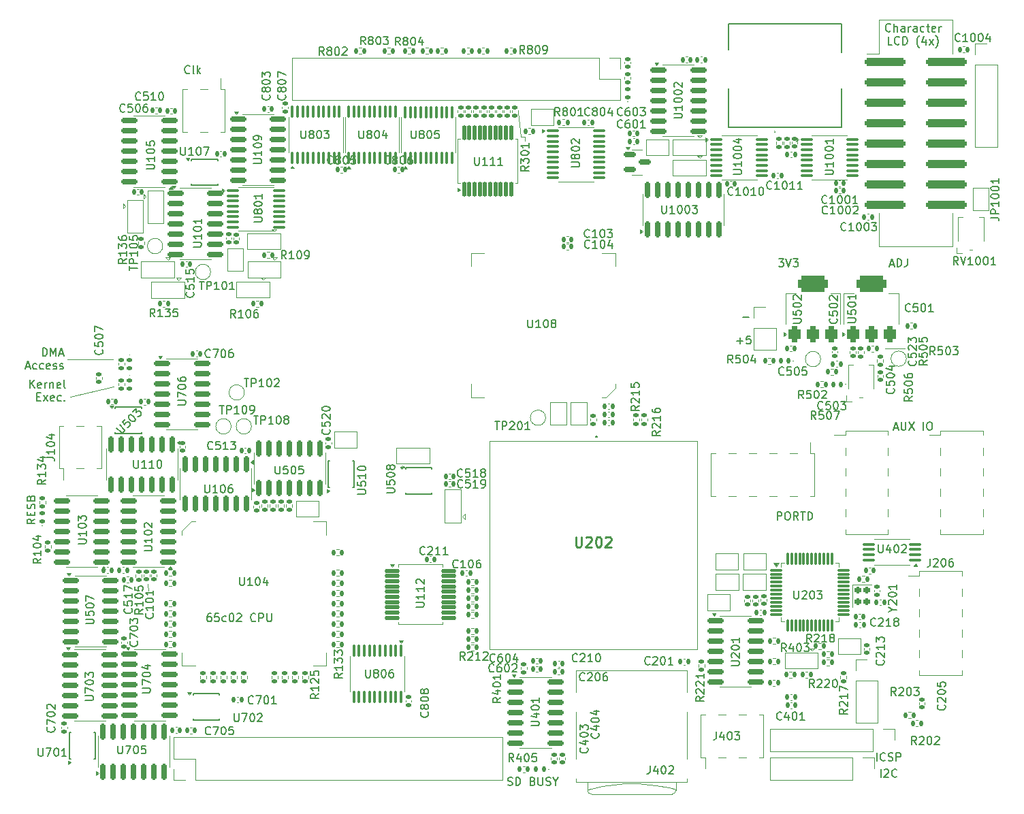
<source format=gto>
G04 #@! TF.GenerationSoftware,KiCad,Pcbnew,9.0.2*
G04 #@! TF.CreationDate,2025-07-03T22:36:24-04:00*
G04 #@! TF.ProjectId,Homebrew6502Project,486f6d65-6272-4657-9736-35303250726f,A*
G04 #@! TF.SameCoordinates,Original*
G04 #@! TF.FileFunction,Legend,Top*
G04 #@! TF.FilePolarity,Positive*
%FSLAX46Y46*%
G04 Gerber Fmt 4.6, Leading zero omitted, Abs format (unit mm)*
G04 Created by KiCad (PCBNEW 9.0.2) date 2025-07-03 22:36:24*
%MOMM*%
%LPD*%
G01*
G04 APERTURE LIST*
G04 Aperture macros list*
%AMRoundRect*
0 Rectangle with rounded corners*
0 $1 Rounding radius*
0 $2 $3 $4 $5 $6 $7 $8 $9 X,Y pos of 4 corners*
0 Add a 4 corners polygon primitive as box body*
4,1,4,$2,$3,$4,$5,$6,$7,$8,$9,$2,$3,0*
0 Add four circle primitives for the rounded corners*
1,1,$1+$1,$2,$3*
1,1,$1+$1,$4,$5*
1,1,$1+$1,$6,$7*
1,1,$1+$1,$8,$9*
0 Add four rect primitives between the rounded corners*
20,1,$1+$1,$2,$3,$4,$5,0*
20,1,$1+$1,$4,$5,$6,$7,0*
20,1,$1+$1,$6,$7,$8,$9,0*
20,1,$1+$1,$8,$9,$2,$3,0*%
G04 Aperture macros list end*
%ADD10C,0.100000*%
%ADD11C,0.150000*%
%ADD12C,0.152400*%
%ADD13C,0.254000*%
%ADD14C,0.120000*%
%ADD15C,0.200000*%
%ADD16RoundRect,0.135000X-0.185000X0.135000X-0.185000X-0.135000X0.185000X-0.135000X0.185000X0.135000X0*%
%ADD17RoundRect,0.140000X-0.140000X-0.170000X0.140000X-0.170000X0.140000X0.170000X-0.140000X0.170000X0*%
%ADD18RoundRect,0.147500X0.147500X0.172500X-0.147500X0.172500X-0.147500X-0.172500X0.147500X-0.172500X0*%
%ADD19RoundRect,0.140000X-0.170000X0.140000X-0.170000X-0.140000X0.170000X-0.140000X0.170000X0.140000X0*%
%ADD20RoundRect,0.140000X0.140000X0.170000X-0.140000X0.170000X-0.140000X-0.170000X0.140000X-0.170000X0*%
%ADD21RoundRect,0.140000X0.170000X-0.140000X0.170000X0.140000X-0.170000X0.140000X-0.170000X-0.140000X0*%
%ADD22R,1.200000X1.200000*%
%ADD23R,1.600000X1.500000*%
%ADD24RoundRect,0.135000X0.135000X0.185000X-0.135000X0.185000X-0.135000X-0.185000X0.135000X-0.185000X0*%
%ADD25RoundRect,0.100000X-0.637500X-0.100000X0.637500X-0.100000X0.637500X0.100000X-0.637500X0.100000X0*%
%ADD26R,1.000000X1.500000*%
%ADD27R,1.700000X1.700000*%
%ADD28C,1.700000*%
%ADD29RoundRect,0.125000X-0.825000X-0.125000X0.825000X-0.125000X0.825000X0.125000X-0.825000X0.125000X0*%
%ADD30R,1.000000X3.150000*%
%ADD31RoundRect,0.150000X0.825000X0.150000X-0.825000X0.150000X-0.825000X-0.150000X0.825000X-0.150000X0*%
%ADD32RoundRect,0.135000X-0.135000X-0.185000X0.135000X-0.185000X0.135000X0.185000X-0.135000X0.185000X0*%
%ADD33RoundRect,0.075000X-0.662500X-0.075000X0.662500X-0.075000X0.662500X0.075000X-0.662500X0.075000X0*%
%ADD34RoundRect,0.075000X-0.075000X-0.662500X0.075000X-0.662500X0.075000X0.662500X-0.075000X0.662500X0*%
%ADD35C,3.900000*%
%ADD36C,7.000000*%
%ADD37R,3.150000X1.000000*%
%ADD38RoundRect,0.150000X0.150000X-0.825000X0.150000X0.825000X-0.150000X0.825000X-0.150000X-0.825000X0*%
%ADD39RoundRect,0.150000X-0.150000X0.825000X-0.150000X-0.825000X0.150000X-0.825000X0.150000X0.825000X0*%
%ADD40R,1.500000X1.000000*%
%ADD41RoundRect,0.200000X-0.200000X0.250000X-0.200000X-0.250000X0.200000X-0.250000X0.200000X0.250000X0*%
%ADD42RoundRect,0.150000X-0.825000X-0.150000X0.825000X-0.150000X0.825000X0.150000X-0.825000X0.150000X0*%
%ADD43RoundRect,0.100000X0.100000X-0.637500X0.100000X0.637500X-0.100000X0.637500X-0.100000X-0.637500X0*%
%ADD44RoundRect,0.147500X0.172500X-0.147500X0.172500X0.147500X-0.172500X0.147500X-0.172500X-0.147500X0*%
%ADD45RoundRect,0.147500X-0.172500X0.147500X-0.172500X-0.147500X0.172500X-0.147500X0.172500X0.147500X0*%
%ADD46R,1.100000X0.400000*%
%ADD47RoundRect,0.375000X0.375000X-0.625000X0.375000X0.625000X-0.375000X0.625000X-0.375000X-0.625000X0*%
%ADD48RoundRect,0.500000X1.400000X-0.500000X1.400000X0.500000X-1.400000X0.500000X-1.400000X-0.500000X0*%
%ADD49C,1.500000*%
%ADD50R,0.700000X1.925000*%
%ADD51R,1.925000X0.700000*%
%ADD52R,0.400000X1.100000*%
%ADD53R,0.800000X1.500000*%
%ADD54R,1.450000X2.000000*%
%ADD55RoundRect,0.135000X0.185000X-0.135000X0.185000X0.135000X-0.185000X0.135000X-0.185000X-0.135000X0*%
%ADD56R,0.700000X1.910000*%
%ADD57R,1.910000X0.700000*%
%ADD58RoundRect,0.100000X0.637500X0.100000X-0.637500X0.100000X-0.637500X-0.100000X0.637500X-0.100000X0*%
%ADD59RoundRect,0.125000X0.125000X-0.825000X0.125000X0.825000X-0.125000X0.825000X-0.125000X-0.825000X0*%
%ADD60RoundRect,0.150000X-0.587500X-0.150000X0.587500X-0.150000X0.587500X0.150000X-0.587500X0.150000X0*%
%ADD61RoundRect,0.100000X-0.100000X0.637500X-0.100000X-0.637500X0.100000X-0.637500X0.100000X0.637500X0*%
%ADD62RoundRect,0.250000X-2.250000X-0.260000X2.250000X-0.260000X2.250000X0.260000X-2.250000X0.260000X0*%
%ADD63R,1.650000X1.650000*%
%ADD64C,1.650000*%
%ADD65C,3.450000*%
G04 APERTURE END LIST*
D10*
X144272000Y-68580000D02*
X143909468Y-65590042D01*
X144780000Y-68580000D02*
X144780000Y-69088000D01*
X88225000Y-100950000D02*
X93650000Y-99650000D01*
X192000000Y-94900000D02*
X189550000Y-94950000D01*
X144780000Y-68580000D02*
X144272000Y-68580000D01*
X87900000Y-96300000D02*
X93550000Y-96275000D01*
X97975000Y-125100000D02*
X97875000Y-124200000D01*
D11*
X190230475Y-55434608D02*
X190182856Y-55482228D01*
X190182856Y-55482228D02*
X190039999Y-55529847D01*
X190039999Y-55529847D02*
X189944761Y-55529847D01*
X189944761Y-55529847D02*
X189801904Y-55482228D01*
X189801904Y-55482228D02*
X189706666Y-55386989D01*
X189706666Y-55386989D02*
X189659047Y-55291751D01*
X189659047Y-55291751D02*
X189611428Y-55101275D01*
X189611428Y-55101275D02*
X189611428Y-54958418D01*
X189611428Y-54958418D02*
X189659047Y-54767942D01*
X189659047Y-54767942D02*
X189706666Y-54672704D01*
X189706666Y-54672704D02*
X189801904Y-54577466D01*
X189801904Y-54577466D02*
X189944761Y-54529847D01*
X189944761Y-54529847D02*
X190039999Y-54529847D01*
X190039999Y-54529847D02*
X190182856Y-54577466D01*
X190182856Y-54577466D02*
X190230475Y-54625085D01*
X190659047Y-55529847D02*
X190659047Y-54529847D01*
X191087618Y-55529847D02*
X191087618Y-55006037D01*
X191087618Y-55006037D02*
X191039999Y-54910799D01*
X191039999Y-54910799D02*
X190944761Y-54863180D01*
X190944761Y-54863180D02*
X190801904Y-54863180D01*
X190801904Y-54863180D02*
X190706666Y-54910799D01*
X190706666Y-54910799D02*
X190659047Y-54958418D01*
X191992380Y-55529847D02*
X191992380Y-55006037D01*
X191992380Y-55006037D02*
X191944761Y-54910799D01*
X191944761Y-54910799D02*
X191849523Y-54863180D01*
X191849523Y-54863180D02*
X191659047Y-54863180D01*
X191659047Y-54863180D02*
X191563809Y-54910799D01*
X191992380Y-55482228D02*
X191897142Y-55529847D01*
X191897142Y-55529847D02*
X191659047Y-55529847D01*
X191659047Y-55529847D02*
X191563809Y-55482228D01*
X191563809Y-55482228D02*
X191516190Y-55386989D01*
X191516190Y-55386989D02*
X191516190Y-55291751D01*
X191516190Y-55291751D02*
X191563809Y-55196513D01*
X191563809Y-55196513D02*
X191659047Y-55148894D01*
X191659047Y-55148894D02*
X191897142Y-55148894D01*
X191897142Y-55148894D02*
X191992380Y-55101275D01*
X192468571Y-55529847D02*
X192468571Y-54863180D01*
X192468571Y-55053656D02*
X192516190Y-54958418D01*
X192516190Y-54958418D02*
X192563809Y-54910799D01*
X192563809Y-54910799D02*
X192659047Y-54863180D01*
X192659047Y-54863180D02*
X192754285Y-54863180D01*
X193516190Y-55529847D02*
X193516190Y-55006037D01*
X193516190Y-55006037D02*
X193468571Y-54910799D01*
X193468571Y-54910799D02*
X193373333Y-54863180D01*
X193373333Y-54863180D02*
X193182857Y-54863180D01*
X193182857Y-54863180D02*
X193087619Y-54910799D01*
X193516190Y-55482228D02*
X193420952Y-55529847D01*
X193420952Y-55529847D02*
X193182857Y-55529847D01*
X193182857Y-55529847D02*
X193087619Y-55482228D01*
X193087619Y-55482228D02*
X193040000Y-55386989D01*
X193040000Y-55386989D02*
X193040000Y-55291751D01*
X193040000Y-55291751D02*
X193087619Y-55196513D01*
X193087619Y-55196513D02*
X193182857Y-55148894D01*
X193182857Y-55148894D02*
X193420952Y-55148894D01*
X193420952Y-55148894D02*
X193516190Y-55101275D01*
X194420952Y-55482228D02*
X194325714Y-55529847D01*
X194325714Y-55529847D02*
X194135238Y-55529847D01*
X194135238Y-55529847D02*
X194040000Y-55482228D01*
X194040000Y-55482228D02*
X193992381Y-55434608D01*
X193992381Y-55434608D02*
X193944762Y-55339370D01*
X193944762Y-55339370D02*
X193944762Y-55053656D01*
X193944762Y-55053656D02*
X193992381Y-54958418D01*
X193992381Y-54958418D02*
X194040000Y-54910799D01*
X194040000Y-54910799D02*
X194135238Y-54863180D01*
X194135238Y-54863180D02*
X194325714Y-54863180D01*
X194325714Y-54863180D02*
X194420952Y-54910799D01*
X194706667Y-54863180D02*
X195087619Y-54863180D01*
X194849524Y-54529847D02*
X194849524Y-55386989D01*
X194849524Y-55386989D02*
X194897143Y-55482228D01*
X194897143Y-55482228D02*
X194992381Y-55529847D01*
X194992381Y-55529847D02*
X195087619Y-55529847D01*
X195801905Y-55482228D02*
X195706667Y-55529847D01*
X195706667Y-55529847D02*
X195516191Y-55529847D01*
X195516191Y-55529847D02*
X195420953Y-55482228D01*
X195420953Y-55482228D02*
X195373334Y-55386989D01*
X195373334Y-55386989D02*
X195373334Y-55006037D01*
X195373334Y-55006037D02*
X195420953Y-54910799D01*
X195420953Y-54910799D02*
X195516191Y-54863180D01*
X195516191Y-54863180D02*
X195706667Y-54863180D01*
X195706667Y-54863180D02*
X195801905Y-54910799D01*
X195801905Y-54910799D02*
X195849524Y-55006037D01*
X195849524Y-55006037D02*
X195849524Y-55101275D01*
X195849524Y-55101275D02*
X195373334Y-55196513D01*
X196278096Y-55529847D02*
X196278096Y-54863180D01*
X196278096Y-55053656D02*
X196325715Y-54958418D01*
X196325715Y-54958418D02*
X196373334Y-54910799D01*
X196373334Y-54910799D02*
X196468572Y-54863180D01*
X196468572Y-54863180D02*
X196563810Y-54863180D01*
X190420951Y-57139791D02*
X189944761Y-57139791D01*
X189944761Y-57139791D02*
X189944761Y-56139791D01*
X191325713Y-57044552D02*
X191278094Y-57092172D01*
X191278094Y-57092172D02*
X191135237Y-57139791D01*
X191135237Y-57139791D02*
X191039999Y-57139791D01*
X191039999Y-57139791D02*
X190897142Y-57092172D01*
X190897142Y-57092172D02*
X190801904Y-56996933D01*
X190801904Y-56996933D02*
X190754285Y-56901695D01*
X190754285Y-56901695D02*
X190706666Y-56711219D01*
X190706666Y-56711219D02*
X190706666Y-56568362D01*
X190706666Y-56568362D02*
X190754285Y-56377886D01*
X190754285Y-56377886D02*
X190801904Y-56282648D01*
X190801904Y-56282648D02*
X190897142Y-56187410D01*
X190897142Y-56187410D02*
X191039999Y-56139791D01*
X191039999Y-56139791D02*
X191135237Y-56139791D01*
X191135237Y-56139791D02*
X191278094Y-56187410D01*
X191278094Y-56187410D02*
X191325713Y-56235029D01*
X191754285Y-57139791D02*
X191754285Y-56139791D01*
X191754285Y-56139791D02*
X191992380Y-56139791D01*
X191992380Y-56139791D02*
X192135237Y-56187410D01*
X192135237Y-56187410D02*
X192230475Y-56282648D01*
X192230475Y-56282648D02*
X192278094Y-56377886D01*
X192278094Y-56377886D02*
X192325713Y-56568362D01*
X192325713Y-56568362D02*
X192325713Y-56711219D01*
X192325713Y-56711219D02*
X192278094Y-56901695D01*
X192278094Y-56901695D02*
X192230475Y-56996933D01*
X192230475Y-56996933D02*
X192135237Y-57092172D01*
X192135237Y-57092172D02*
X191992380Y-57139791D01*
X191992380Y-57139791D02*
X191754285Y-57139791D01*
X193801904Y-57520743D02*
X193754285Y-57473124D01*
X193754285Y-57473124D02*
X193659047Y-57330267D01*
X193659047Y-57330267D02*
X193611428Y-57235029D01*
X193611428Y-57235029D02*
X193563809Y-57092172D01*
X193563809Y-57092172D02*
X193516190Y-56854076D01*
X193516190Y-56854076D02*
X193516190Y-56663600D01*
X193516190Y-56663600D02*
X193563809Y-56425505D01*
X193563809Y-56425505D02*
X193611428Y-56282648D01*
X193611428Y-56282648D02*
X193659047Y-56187410D01*
X193659047Y-56187410D02*
X193754285Y-56044552D01*
X193754285Y-56044552D02*
X193801904Y-55996933D01*
X194611428Y-56473124D02*
X194611428Y-57139791D01*
X194373333Y-56092172D02*
X194135238Y-56806457D01*
X194135238Y-56806457D02*
X194754285Y-56806457D01*
X195040000Y-57139791D02*
X195563809Y-56473124D01*
X195040000Y-56473124D02*
X195563809Y-57139791D01*
X195849524Y-57520743D02*
X195897143Y-57473124D01*
X195897143Y-57473124D02*
X195992381Y-57330267D01*
X195992381Y-57330267D02*
X196040000Y-57235029D01*
X196040000Y-57235029D02*
X196087619Y-57092172D01*
X196087619Y-57092172D02*
X196135238Y-56854076D01*
X196135238Y-56854076D02*
X196135238Y-56663600D01*
X196135238Y-56663600D02*
X196087619Y-56425505D01*
X196087619Y-56425505D02*
X196040000Y-56282648D01*
X196040000Y-56282648D02*
X195992381Y-56187410D01*
X195992381Y-56187410D02*
X195897143Y-56044552D01*
X195897143Y-56044552D02*
X195849524Y-55996933D01*
X190659048Y-104817104D02*
X191135238Y-104817104D01*
X190563810Y-105102819D02*
X190897143Y-104102819D01*
X190897143Y-104102819D02*
X191230476Y-105102819D01*
X191563810Y-104102819D02*
X191563810Y-104912342D01*
X191563810Y-104912342D02*
X191611429Y-105007580D01*
X191611429Y-105007580D02*
X191659048Y-105055200D01*
X191659048Y-105055200D02*
X191754286Y-105102819D01*
X191754286Y-105102819D02*
X191944762Y-105102819D01*
X191944762Y-105102819D02*
X192040000Y-105055200D01*
X192040000Y-105055200D02*
X192087619Y-105007580D01*
X192087619Y-105007580D02*
X192135238Y-104912342D01*
X192135238Y-104912342D02*
X192135238Y-104102819D01*
X192516191Y-104102819D02*
X193182857Y-105102819D01*
X193182857Y-104102819D02*
X192516191Y-105102819D01*
X194325715Y-105102819D02*
X194325715Y-104102819D01*
X194992381Y-104102819D02*
X195182857Y-104102819D01*
X195182857Y-104102819D02*
X195278095Y-104150438D01*
X195278095Y-104150438D02*
X195373333Y-104245676D01*
X195373333Y-104245676D02*
X195420952Y-104436152D01*
X195420952Y-104436152D02*
X195420952Y-104769485D01*
X195420952Y-104769485D02*
X195373333Y-104959961D01*
X195373333Y-104959961D02*
X195278095Y-105055200D01*
X195278095Y-105055200D02*
X195182857Y-105102819D01*
X195182857Y-105102819D02*
X194992381Y-105102819D01*
X194992381Y-105102819D02*
X194897143Y-105055200D01*
X194897143Y-105055200D02*
X194801905Y-104959961D01*
X194801905Y-104959961D02*
X194754286Y-104769485D01*
X194754286Y-104769485D02*
X194754286Y-104436152D01*
X194754286Y-104436152D02*
X194801905Y-104245676D01*
X194801905Y-104245676D02*
X194897143Y-104150438D01*
X194897143Y-104150438D02*
X194992381Y-104102819D01*
D12*
X83844694Y-116147882D02*
X83368503Y-116481215D01*
X83844694Y-116719310D02*
X82844694Y-116719310D01*
X82844694Y-116719310D02*
X82844694Y-116338358D01*
X82844694Y-116338358D02*
X82892313Y-116243120D01*
X82892313Y-116243120D02*
X82939932Y-116195501D01*
X82939932Y-116195501D02*
X83035170Y-116147882D01*
X83035170Y-116147882D02*
X83178027Y-116147882D01*
X83178027Y-116147882D02*
X83273265Y-116195501D01*
X83273265Y-116195501D02*
X83320884Y-116243120D01*
X83320884Y-116243120D02*
X83368503Y-116338358D01*
X83368503Y-116338358D02*
X83368503Y-116719310D01*
X83320884Y-115719310D02*
X83320884Y-115385977D01*
X83844694Y-115243120D02*
X83844694Y-115719310D01*
X83844694Y-115719310D02*
X82844694Y-115719310D01*
X82844694Y-115719310D02*
X82844694Y-115243120D01*
X83797075Y-114862167D02*
X83844694Y-114719310D01*
X83844694Y-114719310D02*
X83844694Y-114481215D01*
X83844694Y-114481215D02*
X83797075Y-114385977D01*
X83797075Y-114385977D02*
X83749455Y-114338358D01*
X83749455Y-114338358D02*
X83654217Y-114290739D01*
X83654217Y-114290739D02*
X83558979Y-114290739D01*
X83558979Y-114290739D02*
X83463741Y-114338358D01*
X83463741Y-114338358D02*
X83416122Y-114385977D01*
X83416122Y-114385977D02*
X83368503Y-114481215D01*
X83368503Y-114481215D02*
X83320884Y-114671691D01*
X83320884Y-114671691D02*
X83273265Y-114766929D01*
X83273265Y-114766929D02*
X83225646Y-114814548D01*
X83225646Y-114814548D02*
X83130408Y-114862167D01*
X83130408Y-114862167D02*
X83035170Y-114862167D01*
X83035170Y-114862167D02*
X82939932Y-114814548D01*
X82939932Y-114814548D02*
X82892313Y-114766929D01*
X82892313Y-114766929D02*
X82844694Y-114671691D01*
X82844694Y-114671691D02*
X82844694Y-114433596D01*
X82844694Y-114433596D02*
X82892313Y-114290739D01*
X83320884Y-113528834D02*
X83368503Y-113385977D01*
X83368503Y-113385977D02*
X83416122Y-113338358D01*
X83416122Y-113338358D02*
X83511360Y-113290739D01*
X83511360Y-113290739D02*
X83654217Y-113290739D01*
X83654217Y-113290739D02*
X83749455Y-113338358D01*
X83749455Y-113338358D02*
X83797075Y-113385977D01*
X83797075Y-113385977D02*
X83844694Y-113481215D01*
X83844694Y-113481215D02*
X83844694Y-113862167D01*
X83844694Y-113862167D02*
X82844694Y-113862167D01*
X82844694Y-113862167D02*
X82844694Y-113528834D01*
X82844694Y-113528834D02*
X82892313Y-113433596D01*
X82892313Y-113433596D02*
X82939932Y-113385977D01*
X82939932Y-113385977D02*
X83035170Y-113338358D01*
X83035170Y-113338358D02*
X83130408Y-113338358D01*
X83130408Y-113338358D02*
X83225646Y-113385977D01*
X83225646Y-113385977D02*
X83273265Y-113433596D01*
X83273265Y-113433596D02*
X83320884Y-113528834D01*
X83320884Y-113528834D02*
X83320884Y-113862167D01*
D11*
X176307905Y-83782819D02*
X176926952Y-83782819D01*
X176926952Y-83782819D02*
X176593619Y-84163771D01*
X176593619Y-84163771D02*
X176736476Y-84163771D01*
X176736476Y-84163771D02*
X176831714Y-84211390D01*
X176831714Y-84211390D02*
X176879333Y-84259009D01*
X176879333Y-84259009D02*
X176926952Y-84354247D01*
X176926952Y-84354247D02*
X176926952Y-84592342D01*
X176926952Y-84592342D02*
X176879333Y-84687580D01*
X176879333Y-84687580D02*
X176831714Y-84735200D01*
X176831714Y-84735200D02*
X176736476Y-84782819D01*
X176736476Y-84782819D02*
X176450762Y-84782819D01*
X176450762Y-84782819D02*
X176355524Y-84735200D01*
X176355524Y-84735200D02*
X176307905Y-84687580D01*
X177212667Y-83782819D02*
X177546000Y-84782819D01*
X177546000Y-84782819D02*
X177879333Y-83782819D01*
X178117429Y-83782819D02*
X178736476Y-83782819D01*
X178736476Y-83782819D02*
X178403143Y-84163771D01*
X178403143Y-84163771D02*
X178546000Y-84163771D01*
X178546000Y-84163771D02*
X178641238Y-84211390D01*
X178641238Y-84211390D02*
X178688857Y-84259009D01*
X178688857Y-84259009D02*
X178736476Y-84354247D01*
X178736476Y-84354247D02*
X178736476Y-84592342D01*
X178736476Y-84592342D02*
X178688857Y-84687580D01*
X178688857Y-84687580D02*
X178641238Y-84735200D01*
X178641238Y-84735200D02*
X178546000Y-84782819D01*
X178546000Y-84782819D02*
X178260286Y-84782819D01*
X178260286Y-84782819D02*
X178165048Y-84735200D01*
X178165048Y-84735200D02*
X178117429Y-84687580D01*
X176141333Y-116278819D02*
X176141333Y-115278819D01*
X176141333Y-115278819D02*
X176522285Y-115278819D01*
X176522285Y-115278819D02*
X176617523Y-115326438D01*
X176617523Y-115326438D02*
X176665142Y-115374057D01*
X176665142Y-115374057D02*
X176712761Y-115469295D01*
X176712761Y-115469295D02*
X176712761Y-115612152D01*
X176712761Y-115612152D02*
X176665142Y-115707390D01*
X176665142Y-115707390D02*
X176617523Y-115755009D01*
X176617523Y-115755009D02*
X176522285Y-115802628D01*
X176522285Y-115802628D02*
X176141333Y-115802628D01*
X177331809Y-115278819D02*
X177522285Y-115278819D01*
X177522285Y-115278819D02*
X177617523Y-115326438D01*
X177617523Y-115326438D02*
X177712761Y-115421676D01*
X177712761Y-115421676D02*
X177760380Y-115612152D01*
X177760380Y-115612152D02*
X177760380Y-115945485D01*
X177760380Y-115945485D02*
X177712761Y-116135961D01*
X177712761Y-116135961D02*
X177617523Y-116231200D01*
X177617523Y-116231200D02*
X177522285Y-116278819D01*
X177522285Y-116278819D02*
X177331809Y-116278819D01*
X177331809Y-116278819D02*
X177236571Y-116231200D01*
X177236571Y-116231200D02*
X177141333Y-116135961D01*
X177141333Y-116135961D02*
X177093714Y-115945485D01*
X177093714Y-115945485D02*
X177093714Y-115612152D01*
X177093714Y-115612152D02*
X177141333Y-115421676D01*
X177141333Y-115421676D02*
X177236571Y-115326438D01*
X177236571Y-115326438D02*
X177331809Y-115278819D01*
X178760380Y-116278819D02*
X178427047Y-115802628D01*
X178188952Y-116278819D02*
X178188952Y-115278819D01*
X178188952Y-115278819D02*
X178569904Y-115278819D01*
X178569904Y-115278819D02*
X178665142Y-115326438D01*
X178665142Y-115326438D02*
X178712761Y-115374057D01*
X178712761Y-115374057D02*
X178760380Y-115469295D01*
X178760380Y-115469295D02*
X178760380Y-115612152D01*
X178760380Y-115612152D02*
X178712761Y-115707390D01*
X178712761Y-115707390D02*
X178665142Y-115755009D01*
X178665142Y-115755009D02*
X178569904Y-115802628D01*
X178569904Y-115802628D02*
X178188952Y-115802628D01*
X179046095Y-115278819D02*
X179617523Y-115278819D01*
X179331809Y-116278819D02*
X179331809Y-115278819D01*
X179950857Y-116278819D02*
X179950857Y-115278819D01*
X179950857Y-115278819D02*
X180188952Y-115278819D01*
X180188952Y-115278819D02*
X180331809Y-115326438D01*
X180331809Y-115326438D02*
X180427047Y-115421676D01*
X180427047Y-115421676D02*
X180474666Y-115516914D01*
X180474666Y-115516914D02*
X180522285Y-115707390D01*
X180522285Y-115707390D02*
X180522285Y-115850247D01*
X180522285Y-115850247D02*
X180474666Y-116040723D01*
X180474666Y-116040723D02*
X180427047Y-116135961D01*
X180427047Y-116135961D02*
X180331809Y-116231200D01*
X180331809Y-116231200D02*
X180188952Y-116278819D01*
X180188952Y-116278819D02*
X179950857Y-116278819D01*
X105703571Y-127904819D02*
X105513095Y-127904819D01*
X105513095Y-127904819D02*
X105417857Y-127952438D01*
X105417857Y-127952438D02*
X105370238Y-128000057D01*
X105370238Y-128000057D02*
X105275000Y-128142914D01*
X105275000Y-128142914D02*
X105227381Y-128333390D01*
X105227381Y-128333390D02*
X105227381Y-128714342D01*
X105227381Y-128714342D02*
X105275000Y-128809580D01*
X105275000Y-128809580D02*
X105322619Y-128857200D01*
X105322619Y-128857200D02*
X105417857Y-128904819D01*
X105417857Y-128904819D02*
X105608333Y-128904819D01*
X105608333Y-128904819D02*
X105703571Y-128857200D01*
X105703571Y-128857200D02*
X105751190Y-128809580D01*
X105751190Y-128809580D02*
X105798809Y-128714342D01*
X105798809Y-128714342D02*
X105798809Y-128476247D01*
X105798809Y-128476247D02*
X105751190Y-128381009D01*
X105751190Y-128381009D02*
X105703571Y-128333390D01*
X105703571Y-128333390D02*
X105608333Y-128285771D01*
X105608333Y-128285771D02*
X105417857Y-128285771D01*
X105417857Y-128285771D02*
X105322619Y-128333390D01*
X105322619Y-128333390D02*
X105275000Y-128381009D01*
X105275000Y-128381009D02*
X105227381Y-128476247D01*
X106703571Y-127904819D02*
X106227381Y-127904819D01*
X106227381Y-127904819D02*
X106179762Y-128381009D01*
X106179762Y-128381009D02*
X106227381Y-128333390D01*
X106227381Y-128333390D02*
X106322619Y-128285771D01*
X106322619Y-128285771D02*
X106560714Y-128285771D01*
X106560714Y-128285771D02*
X106655952Y-128333390D01*
X106655952Y-128333390D02*
X106703571Y-128381009D01*
X106703571Y-128381009D02*
X106751190Y-128476247D01*
X106751190Y-128476247D02*
X106751190Y-128714342D01*
X106751190Y-128714342D02*
X106703571Y-128809580D01*
X106703571Y-128809580D02*
X106655952Y-128857200D01*
X106655952Y-128857200D02*
X106560714Y-128904819D01*
X106560714Y-128904819D02*
X106322619Y-128904819D01*
X106322619Y-128904819D02*
X106227381Y-128857200D01*
X106227381Y-128857200D02*
X106179762Y-128809580D01*
X107608333Y-128857200D02*
X107513095Y-128904819D01*
X107513095Y-128904819D02*
X107322619Y-128904819D01*
X107322619Y-128904819D02*
X107227381Y-128857200D01*
X107227381Y-128857200D02*
X107179762Y-128809580D01*
X107179762Y-128809580D02*
X107132143Y-128714342D01*
X107132143Y-128714342D02*
X107132143Y-128428628D01*
X107132143Y-128428628D02*
X107179762Y-128333390D01*
X107179762Y-128333390D02*
X107227381Y-128285771D01*
X107227381Y-128285771D02*
X107322619Y-128238152D01*
X107322619Y-128238152D02*
X107513095Y-128238152D01*
X107513095Y-128238152D02*
X107608333Y-128285771D01*
X108227381Y-127904819D02*
X108322619Y-127904819D01*
X108322619Y-127904819D02*
X108417857Y-127952438D01*
X108417857Y-127952438D02*
X108465476Y-128000057D01*
X108465476Y-128000057D02*
X108513095Y-128095295D01*
X108513095Y-128095295D02*
X108560714Y-128285771D01*
X108560714Y-128285771D02*
X108560714Y-128523866D01*
X108560714Y-128523866D02*
X108513095Y-128714342D01*
X108513095Y-128714342D02*
X108465476Y-128809580D01*
X108465476Y-128809580D02*
X108417857Y-128857200D01*
X108417857Y-128857200D02*
X108322619Y-128904819D01*
X108322619Y-128904819D02*
X108227381Y-128904819D01*
X108227381Y-128904819D02*
X108132143Y-128857200D01*
X108132143Y-128857200D02*
X108084524Y-128809580D01*
X108084524Y-128809580D02*
X108036905Y-128714342D01*
X108036905Y-128714342D02*
X107989286Y-128523866D01*
X107989286Y-128523866D02*
X107989286Y-128285771D01*
X107989286Y-128285771D02*
X108036905Y-128095295D01*
X108036905Y-128095295D02*
X108084524Y-128000057D01*
X108084524Y-128000057D02*
X108132143Y-127952438D01*
X108132143Y-127952438D02*
X108227381Y-127904819D01*
X108941667Y-128000057D02*
X108989286Y-127952438D01*
X108989286Y-127952438D02*
X109084524Y-127904819D01*
X109084524Y-127904819D02*
X109322619Y-127904819D01*
X109322619Y-127904819D02*
X109417857Y-127952438D01*
X109417857Y-127952438D02*
X109465476Y-128000057D01*
X109465476Y-128000057D02*
X109513095Y-128095295D01*
X109513095Y-128095295D02*
X109513095Y-128190533D01*
X109513095Y-128190533D02*
X109465476Y-128333390D01*
X109465476Y-128333390D02*
X108894048Y-128904819D01*
X108894048Y-128904819D02*
X109513095Y-128904819D01*
X111275000Y-128809580D02*
X111227381Y-128857200D01*
X111227381Y-128857200D02*
X111084524Y-128904819D01*
X111084524Y-128904819D02*
X110989286Y-128904819D01*
X110989286Y-128904819D02*
X110846429Y-128857200D01*
X110846429Y-128857200D02*
X110751191Y-128761961D01*
X110751191Y-128761961D02*
X110703572Y-128666723D01*
X110703572Y-128666723D02*
X110655953Y-128476247D01*
X110655953Y-128476247D02*
X110655953Y-128333390D01*
X110655953Y-128333390D02*
X110703572Y-128142914D01*
X110703572Y-128142914D02*
X110751191Y-128047676D01*
X110751191Y-128047676D02*
X110846429Y-127952438D01*
X110846429Y-127952438D02*
X110989286Y-127904819D01*
X110989286Y-127904819D02*
X111084524Y-127904819D01*
X111084524Y-127904819D02*
X111227381Y-127952438D01*
X111227381Y-127952438D02*
X111275000Y-128000057D01*
X111703572Y-128904819D02*
X111703572Y-127904819D01*
X111703572Y-127904819D02*
X112084524Y-127904819D01*
X112084524Y-127904819D02*
X112179762Y-127952438D01*
X112179762Y-127952438D02*
X112227381Y-128000057D01*
X112227381Y-128000057D02*
X112275000Y-128095295D01*
X112275000Y-128095295D02*
X112275000Y-128238152D01*
X112275000Y-128238152D02*
X112227381Y-128333390D01*
X112227381Y-128333390D02*
X112179762Y-128381009D01*
X112179762Y-128381009D02*
X112084524Y-128428628D01*
X112084524Y-128428628D02*
X111703572Y-128428628D01*
X112703572Y-127904819D02*
X112703572Y-128714342D01*
X112703572Y-128714342D02*
X112751191Y-128809580D01*
X112751191Y-128809580D02*
X112798810Y-128857200D01*
X112798810Y-128857200D02*
X112894048Y-128904819D01*
X112894048Y-128904819D02*
X113084524Y-128904819D01*
X113084524Y-128904819D02*
X113179762Y-128857200D01*
X113179762Y-128857200D02*
X113227381Y-128809580D01*
X113227381Y-128809580D02*
X113275000Y-128714342D01*
X113275000Y-128714342D02*
X113275000Y-127904819D01*
X171831048Y-91005866D02*
X172592953Y-91005866D01*
X190142952Y-84497104D02*
X190619142Y-84497104D01*
X190047714Y-84782819D02*
X190381047Y-83782819D01*
X190381047Y-83782819D02*
X190714380Y-84782819D01*
X191047714Y-84782819D02*
X191047714Y-83782819D01*
X191047714Y-83782819D02*
X191285809Y-83782819D01*
X191285809Y-83782819D02*
X191428666Y-83830438D01*
X191428666Y-83830438D02*
X191523904Y-83925676D01*
X191523904Y-83925676D02*
X191571523Y-84020914D01*
X191571523Y-84020914D02*
X191619142Y-84211390D01*
X191619142Y-84211390D02*
X191619142Y-84354247D01*
X191619142Y-84354247D02*
X191571523Y-84544723D01*
X191571523Y-84544723D02*
X191523904Y-84639961D01*
X191523904Y-84639961D02*
X191428666Y-84735200D01*
X191428666Y-84735200D02*
X191285809Y-84782819D01*
X191285809Y-84782819D02*
X191047714Y-84782819D01*
X192333428Y-83782819D02*
X192333428Y-84497104D01*
X192333428Y-84497104D02*
X192285809Y-84639961D01*
X192285809Y-84639961D02*
X192190571Y-84735200D01*
X192190571Y-84735200D02*
X192047714Y-84782819D01*
X192047714Y-84782819D02*
X191952476Y-84782819D01*
D12*
X83225926Y-99859750D02*
X83225926Y-98859750D01*
X83797354Y-99859750D02*
X83368783Y-99288321D01*
X83797354Y-98859750D02*
X83225926Y-99431178D01*
X84606878Y-99812131D02*
X84511640Y-99859750D01*
X84511640Y-99859750D02*
X84321164Y-99859750D01*
X84321164Y-99859750D02*
X84225926Y-99812131D01*
X84225926Y-99812131D02*
X84178307Y-99716892D01*
X84178307Y-99716892D02*
X84178307Y-99335940D01*
X84178307Y-99335940D02*
X84225926Y-99240702D01*
X84225926Y-99240702D02*
X84321164Y-99193083D01*
X84321164Y-99193083D02*
X84511640Y-99193083D01*
X84511640Y-99193083D02*
X84606878Y-99240702D01*
X84606878Y-99240702D02*
X84654497Y-99335940D01*
X84654497Y-99335940D02*
X84654497Y-99431178D01*
X84654497Y-99431178D02*
X84178307Y-99526416D01*
X85083069Y-99859750D02*
X85083069Y-99193083D01*
X85083069Y-99383559D02*
X85130688Y-99288321D01*
X85130688Y-99288321D02*
X85178307Y-99240702D01*
X85178307Y-99240702D02*
X85273545Y-99193083D01*
X85273545Y-99193083D02*
X85368783Y-99193083D01*
X85702117Y-99193083D02*
X85702117Y-99859750D01*
X85702117Y-99288321D02*
X85749736Y-99240702D01*
X85749736Y-99240702D02*
X85844974Y-99193083D01*
X85844974Y-99193083D02*
X85987831Y-99193083D01*
X85987831Y-99193083D02*
X86083069Y-99240702D01*
X86083069Y-99240702D02*
X86130688Y-99335940D01*
X86130688Y-99335940D02*
X86130688Y-99859750D01*
X86987831Y-99812131D02*
X86892593Y-99859750D01*
X86892593Y-99859750D02*
X86702117Y-99859750D01*
X86702117Y-99859750D02*
X86606879Y-99812131D01*
X86606879Y-99812131D02*
X86559260Y-99716892D01*
X86559260Y-99716892D02*
X86559260Y-99335940D01*
X86559260Y-99335940D02*
X86606879Y-99240702D01*
X86606879Y-99240702D02*
X86702117Y-99193083D01*
X86702117Y-99193083D02*
X86892593Y-99193083D01*
X86892593Y-99193083D02*
X86987831Y-99240702D01*
X86987831Y-99240702D02*
X87035450Y-99335940D01*
X87035450Y-99335940D02*
X87035450Y-99431178D01*
X87035450Y-99431178D02*
X86559260Y-99526416D01*
X87606879Y-99859750D02*
X87511641Y-99812131D01*
X87511641Y-99812131D02*
X87464022Y-99716892D01*
X87464022Y-99716892D02*
X87464022Y-98859750D01*
X84083070Y-100945884D02*
X84416403Y-100945884D01*
X84559260Y-101469694D02*
X84083070Y-101469694D01*
X84083070Y-101469694D02*
X84083070Y-100469694D01*
X84083070Y-100469694D02*
X84559260Y-100469694D01*
X84892594Y-101469694D02*
X85416403Y-100803027D01*
X84892594Y-100803027D02*
X85416403Y-101469694D01*
X86178308Y-101422075D02*
X86083070Y-101469694D01*
X86083070Y-101469694D02*
X85892594Y-101469694D01*
X85892594Y-101469694D02*
X85797356Y-101422075D01*
X85797356Y-101422075D02*
X85749737Y-101326836D01*
X85749737Y-101326836D02*
X85749737Y-100945884D01*
X85749737Y-100945884D02*
X85797356Y-100850646D01*
X85797356Y-100850646D02*
X85892594Y-100803027D01*
X85892594Y-100803027D02*
X86083070Y-100803027D01*
X86083070Y-100803027D02*
X86178308Y-100850646D01*
X86178308Y-100850646D02*
X86225927Y-100945884D01*
X86225927Y-100945884D02*
X86225927Y-101041122D01*
X86225927Y-101041122D02*
X85749737Y-101136360D01*
X87083070Y-101422075D02*
X86987832Y-101469694D01*
X86987832Y-101469694D02*
X86797356Y-101469694D01*
X86797356Y-101469694D02*
X86702118Y-101422075D01*
X86702118Y-101422075D02*
X86654499Y-101374455D01*
X86654499Y-101374455D02*
X86606880Y-101279217D01*
X86606880Y-101279217D02*
X86606880Y-100993503D01*
X86606880Y-100993503D02*
X86654499Y-100898265D01*
X86654499Y-100898265D02*
X86702118Y-100850646D01*
X86702118Y-100850646D02*
X86797356Y-100803027D01*
X86797356Y-100803027D02*
X86987832Y-100803027D01*
X86987832Y-100803027D02*
X87083070Y-100850646D01*
X87511642Y-101374455D02*
X87559261Y-101422075D01*
X87559261Y-101422075D02*
X87511642Y-101469694D01*
X87511642Y-101469694D02*
X87464023Y-101422075D01*
X87464023Y-101422075D02*
X87511642Y-101374455D01*
X87511642Y-101374455D02*
X87511642Y-101469694D01*
D11*
X188515810Y-146250819D02*
X188515810Y-145250819D01*
X189563428Y-146155580D02*
X189515809Y-146203200D01*
X189515809Y-146203200D02*
X189372952Y-146250819D01*
X189372952Y-146250819D02*
X189277714Y-146250819D01*
X189277714Y-146250819D02*
X189134857Y-146203200D01*
X189134857Y-146203200D02*
X189039619Y-146107961D01*
X189039619Y-146107961D02*
X188992000Y-146012723D01*
X188992000Y-146012723D02*
X188944381Y-145822247D01*
X188944381Y-145822247D02*
X188944381Y-145679390D01*
X188944381Y-145679390D02*
X188992000Y-145488914D01*
X188992000Y-145488914D02*
X189039619Y-145393676D01*
X189039619Y-145393676D02*
X189134857Y-145298438D01*
X189134857Y-145298438D02*
X189277714Y-145250819D01*
X189277714Y-145250819D02*
X189372952Y-145250819D01*
X189372952Y-145250819D02*
X189515809Y-145298438D01*
X189515809Y-145298438D02*
X189563428Y-145346057D01*
X189944381Y-146203200D02*
X190087238Y-146250819D01*
X190087238Y-146250819D02*
X190325333Y-146250819D01*
X190325333Y-146250819D02*
X190420571Y-146203200D01*
X190420571Y-146203200D02*
X190468190Y-146155580D01*
X190468190Y-146155580D02*
X190515809Y-146060342D01*
X190515809Y-146060342D02*
X190515809Y-145965104D01*
X190515809Y-145965104D02*
X190468190Y-145869866D01*
X190468190Y-145869866D02*
X190420571Y-145822247D01*
X190420571Y-145822247D02*
X190325333Y-145774628D01*
X190325333Y-145774628D02*
X190134857Y-145727009D01*
X190134857Y-145727009D02*
X190039619Y-145679390D01*
X190039619Y-145679390D02*
X189992000Y-145631771D01*
X189992000Y-145631771D02*
X189944381Y-145536533D01*
X189944381Y-145536533D02*
X189944381Y-145441295D01*
X189944381Y-145441295D02*
X189992000Y-145346057D01*
X189992000Y-145346057D02*
X190039619Y-145298438D01*
X190039619Y-145298438D02*
X190134857Y-145250819D01*
X190134857Y-145250819D02*
X190372952Y-145250819D01*
X190372952Y-145250819D02*
X190515809Y-145298438D01*
X190944381Y-146250819D02*
X190944381Y-145250819D01*
X190944381Y-145250819D02*
X191325333Y-145250819D01*
X191325333Y-145250819D02*
X191420571Y-145298438D01*
X191420571Y-145298438D02*
X191468190Y-145346057D01*
X191468190Y-145346057D02*
X191515809Y-145441295D01*
X191515809Y-145441295D02*
X191515809Y-145584152D01*
X191515809Y-145584152D02*
X191468190Y-145679390D01*
X191468190Y-145679390D02*
X191420571Y-145727009D01*
X191420571Y-145727009D02*
X191325333Y-145774628D01*
X191325333Y-145774628D02*
X190944381Y-145774628D01*
X189015810Y-148282819D02*
X189015810Y-147282819D01*
X189444381Y-147378057D02*
X189492000Y-147330438D01*
X189492000Y-147330438D02*
X189587238Y-147282819D01*
X189587238Y-147282819D02*
X189825333Y-147282819D01*
X189825333Y-147282819D02*
X189920571Y-147330438D01*
X189920571Y-147330438D02*
X189968190Y-147378057D01*
X189968190Y-147378057D02*
X190015809Y-147473295D01*
X190015809Y-147473295D02*
X190015809Y-147568533D01*
X190015809Y-147568533D02*
X189968190Y-147711390D01*
X189968190Y-147711390D02*
X189396762Y-148282819D01*
X189396762Y-148282819D02*
X190015809Y-148282819D01*
X191015809Y-148187580D02*
X190968190Y-148235200D01*
X190968190Y-148235200D02*
X190825333Y-148282819D01*
X190825333Y-148282819D02*
X190730095Y-148282819D01*
X190730095Y-148282819D02*
X190587238Y-148235200D01*
X190587238Y-148235200D02*
X190492000Y-148139961D01*
X190492000Y-148139961D02*
X190444381Y-148044723D01*
X190444381Y-148044723D02*
X190396762Y-147854247D01*
X190396762Y-147854247D02*
X190396762Y-147711390D01*
X190396762Y-147711390D02*
X190444381Y-147520914D01*
X190444381Y-147520914D02*
X190492000Y-147425676D01*
X190492000Y-147425676D02*
X190587238Y-147330438D01*
X190587238Y-147330438D02*
X190730095Y-147282819D01*
X190730095Y-147282819D02*
X190825333Y-147282819D01*
X190825333Y-147282819D02*
X190968190Y-147330438D01*
X190968190Y-147330438D02*
X191015809Y-147378057D01*
X171117857Y-93998866D02*
X171879762Y-93998866D01*
X171498809Y-94379819D02*
X171498809Y-93617914D01*
X172832142Y-93379819D02*
X172355952Y-93379819D01*
X172355952Y-93379819D02*
X172308333Y-93856009D01*
X172308333Y-93856009D02*
X172355952Y-93808390D01*
X172355952Y-93808390D02*
X172451190Y-93760771D01*
X172451190Y-93760771D02*
X172689285Y-93760771D01*
X172689285Y-93760771D02*
X172784523Y-93808390D01*
X172784523Y-93808390D02*
X172832142Y-93856009D01*
X172832142Y-93856009D02*
X172879761Y-93951247D01*
X172879761Y-93951247D02*
X172879761Y-94189342D01*
X172879761Y-94189342D02*
X172832142Y-94284580D01*
X172832142Y-94284580D02*
X172784523Y-94332200D01*
X172784523Y-94332200D02*
X172689285Y-94379819D01*
X172689285Y-94379819D02*
X172451190Y-94379819D01*
X172451190Y-94379819D02*
X172355952Y-94332200D01*
X172355952Y-94332200D02*
X172308333Y-94284580D01*
D12*
X142643784Y-149247075D02*
X142786641Y-149294694D01*
X142786641Y-149294694D02*
X143024736Y-149294694D01*
X143024736Y-149294694D02*
X143119974Y-149247075D01*
X143119974Y-149247075D02*
X143167593Y-149199455D01*
X143167593Y-149199455D02*
X143215212Y-149104217D01*
X143215212Y-149104217D02*
X143215212Y-149008979D01*
X143215212Y-149008979D02*
X143167593Y-148913741D01*
X143167593Y-148913741D02*
X143119974Y-148866122D01*
X143119974Y-148866122D02*
X143024736Y-148818503D01*
X143024736Y-148818503D02*
X142834260Y-148770884D01*
X142834260Y-148770884D02*
X142739022Y-148723265D01*
X142739022Y-148723265D02*
X142691403Y-148675646D01*
X142691403Y-148675646D02*
X142643784Y-148580408D01*
X142643784Y-148580408D02*
X142643784Y-148485170D01*
X142643784Y-148485170D02*
X142691403Y-148389932D01*
X142691403Y-148389932D02*
X142739022Y-148342313D01*
X142739022Y-148342313D02*
X142834260Y-148294694D01*
X142834260Y-148294694D02*
X143072355Y-148294694D01*
X143072355Y-148294694D02*
X143215212Y-148342313D01*
X143643784Y-149294694D02*
X143643784Y-148294694D01*
X143643784Y-148294694D02*
X143881879Y-148294694D01*
X143881879Y-148294694D02*
X144024736Y-148342313D01*
X144024736Y-148342313D02*
X144119974Y-148437551D01*
X144119974Y-148437551D02*
X144167593Y-148532789D01*
X144167593Y-148532789D02*
X144215212Y-148723265D01*
X144215212Y-148723265D02*
X144215212Y-148866122D01*
X144215212Y-148866122D02*
X144167593Y-149056598D01*
X144167593Y-149056598D02*
X144119974Y-149151836D01*
X144119974Y-149151836D02*
X144024736Y-149247075D01*
X144024736Y-149247075D02*
X143881879Y-149294694D01*
X143881879Y-149294694D02*
X143643784Y-149294694D01*
X145739022Y-148770884D02*
X145881879Y-148818503D01*
X145881879Y-148818503D02*
X145929498Y-148866122D01*
X145929498Y-148866122D02*
X145977117Y-148961360D01*
X145977117Y-148961360D02*
X145977117Y-149104217D01*
X145977117Y-149104217D02*
X145929498Y-149199455D01*
X145929498Y-149199455D02*
X145881879Y-149247075D01*
X145881879Y-149247075D02*
X145786641Y-149294694D01*
X145786641Y-149294694D02*
X145405689Y-149294694D01*
X145405689Y-149294694D02*
X145405689Y-148294694D01*
X145405689Y-148294694D02*
X145739022Y-148294694D01*
X145739022Y-148294694D02*
X145834260Y-148342313D01*
X145834260Y-148342313D02*
X145881879Y-148389932D01*
X145881879Y-148389932D02*
X145929498Y-148485170D01*
X145929498Y-148485170D02*
X145929498Y-148580408D01*
X145929498Y-148580408D02*
X145881879Y-148675646D01*
X145881879Y-148675646D02*
X145834260Y-148723265D01*
X145834260Y-148723265D02*
X145739022Y-148770884D01*
X145739022Y-148770884D02*
X145405689Y-148770884D01*
X146405689Y-148294694D02*
X146405689Y-149104217D01*
X146405689Y-149104217D02*
X146453308Y-149199455D01*
X146453308Y-149199455D02*
X146500927Y-149247075D01*
X146500927Y-149247075D02*
X146596165Y-149294694D01*
X146596165Y-149294694D02*
X146786641Y-149294694D01*
X146786641Y-149294694D02*
X146881879Y-149247075D01*
X146881879Y-149247075D02*
X146929498Y-149199455D01*
X146929498Y-149199455D02*
X146977117Y-149104217D01*
X146977117Y-149104217D02*
X146977117Y-148294694D01*
X147405689Y-149247075D02*
X147548546Y-149294694D01*
X147548546Y-149294694D02*
X147786641Y-149294694D01*
X147786641Y-149294694D02*
X147881879Y-149247075D01*
X147881879Y-149247075D02*
X147929498Y-149199455D01*
X147929498Y-149199455D02*
X147977117Y-149104217D01*
X147977117Y-149104217D02*
X147977117Y-149008979D01*
X147977117Y-149008979D02*
X147929498Y-148913741D01*
X147929498Y-148913741D02*
X147881879Y-148866122D01*
X147881879Y-148866122D02*
X147786641Y-148818503D01*
X147786641Y-148818503D02*
X147596165Y-148770884D01*
X147596165Y-148770884D02*
X147500927Y-148723265D01*
X147500927Y-148723265D02*
X147453308Y-148675646D01*
X147453308Y-148675646D02*
X147405689Y-148580408D01*
X147405689Y-148580408D02*
X147405689Y-148485170D01*
X147405689Y-148485170D02*
X147453308Y-148389932D01*
X147453308Y-148389932D02*
X147500927Y-148342313D01*
X147500927Y-148342313D02*
X147596165Y-148294694D01*
X147596165Y-148294694D02*
X147834260Y-148294694D01*
X147834260Y-148294694D02*
X147977117Y-148342313D01*
X148596165Y-148818503D02*
X148596165Y-149294694D01*
X148262832Y-148294694D02*
X148596165Y-148818503D01*
X148596165Y-148818503D02*
X148929498Y-148294694D01*
X84787832Y-95884750D02*
X84787832Y-94884750D01*
X84787832Y-94884750D02*
X85025927Y-94884750D01*
X85025927Y-94884750D02*
X85168784Y-94932369D01*
X85168784Y-94932369D02*
X85264022Y-95027607D01*
X85264022Y-95027607D02*
X85311641Y-95122845D01*
X85311641Y-95122845D02*
X85359260Y-95313321D01*
X85359260Y-95313321D02*
X85359260Y-95456178D01*
X85359260Y-95456178D02*
X85311641Y-95646654D01*
X85311641Y-95646654D02*
X85264022Y-95741892D01*
X85264022Y-95741892D02*
X85168784Y-95837131D01*
X85168784Y-95837131D02*
X85025927Y-95884750D01*
X85025927Y-95884750D02*
X84787832Y-95884750D01*
X85787832Y-95884750D02*
X85787832Y-94884750D01*
X85787832Y-94884750D02*
X86121165Y-95599035D01*
X86121165Y-95599035D02*
X86454498Y-94884750D01*
X86454498Y-94884750D02*
X86454498Y-95884750D01*
X86883070Y-95599035D02*
X87359260Y-95599035D01*
X86787832Y-95884750D02*
X87121165Y-94884750D01*
X87121165Y-94884750D02*
X87454498Y-95884750D01*
X82692593Y-97208979D02*
X83168783Y-97208979D01*
X82597355Y-97494694D02*
X82930688Y-96494694D01*
X82930688Y-96494694D02*
X83264021Y-97494694D01*
X84025926Y-97447075D02*
X83930688Y-97494694D01*
X83930688Y-97494694D02*
X83740212Y-97494694D01*
X83740212Y-97494694D02*
X83644974Y-97447075D01*
X83644974Y-97447075D02*
X83597355Y-97399455D01*
X83597355Y-97399455D02*
X83549736Y-97304217D01*
X83549736Y-97304217D02*
X83549736Y-97018503D01*
X83549736Y-97018503D02*
X83597355Y-96923265D01*
X83597355Y-96923265D02*
X83644974Y-96875646D01*
X83644974Y-96875646D02*
X83740212Y-96828027D01*
X83740212Y-96828027D02*
X83930688Y-96828027D01*
X83930688Y-96828027D02*
X84025926Y-96875646D01*
X84883069Y-97447075D02*
X84787831Y-97494694D01*
X84787831Y-97494694D02*
X84597355Y-97494694D01*
X84597355Y-97494694D02*
X84502117Y-97447075D01*
X84502117Y-97447075D02*
X84454498Y-97399455D01*
X84454498Y-97399455D02*
X84406879Y-97304217D01*
X84406879Y-97304217D02*
X84406879Y-97018503D01*
X84406879Y-97018503D02*
X84454498Y-96923265D01*
X84454498Y-96923265D02*
X84502117Y-96875646D01*
X84502117Y-96875646D02*
X84597355Y-96828027D01*
X84597355Y-96828027D02*
X84787831Y-96828027D01*
X84787831Y-96828027D02*
X84883069Y-96875646D01*
X85692593Y-97447075D02*
X85597355Y-97494694D01*
X85597355Y-97494694D02*
X85406879Y-97494694D01*
X85406879Y-97494694D02*
X85311641Y-97447075D01*
X85311641Y-97447075D02*
X85264022Y-97351836D01*
X85264022Y-97351836D02*
X85264022Y-96970884D01*
X85264022Y-96970884D02*
X85311641Y-96875646D01*
X85311641Y-96875646D02*
X85406879Y-96828027D01*
X85406879Y-96828027D02*
X85597355Y-96828027D01*
X85597355Y-96828027D02*
X85692593Y-96875646D01*
X85692593Y-96875646D02*
X85740212Y-96970884D01*
X85740212Y-96970884D02*
X85740212Y-97066122D01*
X85740212Y-97066122D02*
X85264022Y-97161360D01*
X86121165Y-97447075D02*
X86216403Y-97494694D01*
X86216403Y-97494694D02*
X86406879Y-97494694D01*
X86406879Y-97494694D02*
X86502117Y-97447075D01*
X86502117Y-97447075D02*
X86549736Y-97351836D01*
X86549736Y-97351836D02*
X86549736Y-97304217D01*
X86549736Y-97304217D02*
X86502117Y-97208979D01*
X86502117Y-97208979D02*
X86406879Y-97161360D01*
X86406879Y-97161360D02*
X86264022Y-97161360D01*
X86264022Y-97161360D02*
X86168784Y-97113741D01*
X86168784Y-97113741D02*
X86121165Y-97018503D01*
X86121165Y-97018503D02*
X86121165Y-96970884D01*
X86121165Y-96970884D02*
X86168784Y-96875646D01*
X86168784Y-96875646D02*
X86264022Y-96828027D01*
X86264022Y-96828027D02*
X86406879Y-96828027D01*
X86406879Y-96828027D02*
X86502117Y-96875646D01*
X86930689Y-97447075D02*
X87025927Y-97494694D01*
X87025927Y-97494694D02*
X87216403Y-97494694D01*
X87216403Y-97494694D02*
X87311641Y-97447075D01*
X87311641Y-97447075D02*
X87359260Y-97351836D01*
X87359260Y-97351836D02*
X87359260Y-97304217D01*
X87359260Y-97304217D02*
X87311641Y-97208979D01*
X87311641Y-97208979D02*
X87216403Y-97161360D01*
X87216403Y-97161360D02*
X87073546Y-97161360D01*
X87073546Y-97161360D02*
X86978308Y-97113741D01*
X86978308Y-97113741D02*
X86930689Y-97018503D01*
X86930689Y-97018503D02*
X86930689Y-96970884D01*
X86930689Y-96970884D02*
X86978308Y-96875646D01*
X86978308Y-96875646D02*
X87073546Y-96828027D01*
X87073546Y-96828027D02*
X87216403Y-96828027D01*
X87216403Y-96828027D02*
X87311641Y-96875646D01*
X103079654Y-60649455D02*
X103032035Y-60697075D01*
X103032035Y-60697075D02*
X102889178Y-60744694D01*
X102889178Y-60744694D02*
X102793940Y-60744694D01*
X102793940Y-60744694D02*
X102651083Y-60697075D01*
X102651083Y-60697075D02*
X102555845Y-60601836D01*
X102555845Y-60601836D02*
X102508226Y-60506598D01*
X102508226Y-60506598D02*
X102460607Y-60316122D01*
X102460607Y-60316122D02*
X102460607Y-60173265D01*
X102460607Y-60173265D02*
X102508226Y-59982789D01*
X102508226Y-59982789D02*
X102555845Y-59887551D01*
X102555845Y-59887551D02*
X102651083Y-59792313D01*
X102651083Y-59792313D02*
X102793940Y-59744694D01*
X102793940Y-59744694D02*
X102889178Y-59744694D01*
X102889178Y-59744694D02*
X103032035Y-59792313D01*
X103032035Y-59792313D02*
X103079654Y-59839932D01*
X103651083Y-60744694D02*
X103555845Y-60697075D01*
X103555845Y-60697075D02*
X103508226Y-60601836D01*
X103508226Y-60601836D02*
X103508226Y-59744694D01*
X104032036Y-60744694D02*
X104032036Y-59744694D01*
X104127274Y-60363741D02*
X104412988Y-60744694D01*
X104412988Y-60078027D02*
X104032036Y-60458979D01*
D11*
X95229819Y-83769047D02*
X94753628Y-84102380D01*
X95229819Y-84340475D02*
X94229819Y-84340475D01*
X94229819Y-84340475D02*
X94229819Y-83959523D01*
X94229819Y-83959523D02*
X94277438Y-83864285D01*
X94277438Y-83864285D02*
X94325057Y-83816666D01*
X94325057Y-83816666D02*
X94420295Y-83769047D01*
X94420295Y-83769047D02*
X94563152Y-83769047D01*
X94563152Y-83769047D02*
X94658390Y-83816666D01*
X94658390Y-83816666D02*
X94706009Y-83864285D01*
X94706009Y-83864285D02*
X94753628Y-83959523D01*
X94753628Y-83959523D02*
X94753628Y-84340475D01*
X95229819Y-82816666D02*
X95229819Y-83388094D01*
X95229819Y-83102380D02*
X94229819Y-83102380D01*
X94229819Y-83102380D02*
X94372676Y-83197618D01*
X94372676Y-83197618D02*
X94467914Y-83292856D01*
X94467914Y-83292856D02*
X94515533Y-83388094D01*
X94229819Y-82483332D02*
X94229819Y-81864285D01*
X94229819Y-81864285D02*
X94610771Y-82197618D01*
X94610771Y-82197618D02*
X94610771Y-82054761D01*
X94610771Y-82054761D02*
X94658390Y-81959523D01*
X94658390Y-81959523D02*
X94706009Y-81911904D01*
X94706009Y-81911904D02*
X94801247Y-81864285D01*
X94801247Y-81864285D02*
X95039342Y-81864285D01*
X95039342Y-81864285D02*
X95134580Y-81911904D01*
X95134580Y-81911904D02*
X95182200Y-81959523D01*
X95182200Y-81959523D02*
X95229819Y-82054761D01*
X95229819Y-82054761D02*
X95229819Y-82340475D01*
X95229819Y-82340475D02*
X95182200Y-82435713D01*
X95182200Y-82435713D02*
X95134580Y-82483332D01*
X94229819Y-81007142D02*
X94229819Y-81197618D01*
X94229819Y-81197618D02*
X94277438Y-81292856D01*
X94277438Y-81292856D02*
X94325057Y-81340475D01*
X94325057Y-81340475D02*
X94467914Y-81435713D01*
X94467914Y-81435713D02*
X94658390Y-81483332D01*
X94658390Y-81483332D02*
X95039342Y-81483332D01*
X95039342Y-81483332D02*
X95134580Y-81435713D01*
X95134580Y-81435713D02*
X95182200Y-81388094D01*
X95182200Y-81388094D02*
X95229819Y-81292856D01*
X95229819Y-81292856D02*
X95229819Y-81102380D01*
X95229819Y-81102380D02*
X95182200Y-81007142D01*
X95182200Y-81007142D02*
X95134580Y-80959523D01*
X95134580Y-80959523D02*
X95039342Y-80911904D01*
X95039342Y-80911904D02*
X94801247Y-80911904D01*
X94801247Y-80911904D02*
X94706009Y-80959523D01*
X94706009Y-80959523D02*
X94658390Y-81007142D01*
X94658390Y-81007142D02*
X94610771Y-81102380D01*
X94610771Y-81102380D02*
X94610771Y-81292856D01*
X94610771Y-81292856D02*
X94658390Y-81388094D01*
X94658390Y-81388094D02*
X94706009Y-81435713D01*
X94706009Y-81435713D02*
X94801247Y-81483332D01*
X120843220Y-71902381D02*
X120795601Y-71950001D01*
X120795601Y-71950001D02*
X120652744Y-71997620D01*
X120652744Y-71997620D02*
X120557506Y-71997620D01*
X120557506Y-71997620D02*
X120414649Y-71950001D01*
X120414649Y-71950001D02*
X120319411Y-71854762D01*
X120319411Y-71854762D02*
X120271792Y-71759524D01*
X120271792Y-71759524D02*
X120224173Y-71569048D01*
X120224173Y-71569048D02*
X120224173Y-71426191D01*
X120224173Y-71426191D02*
X120271792Y-71235715D01*
X120271792Y-71235715D02*
X120319411Y-71140477D01*
X120319411Y-71140477D02*
X120414649Y-71045239D01*
X120414649Y-71045239D02*
X120557506Y-70997620D01*
X120557506Y-70997620D02*
X120652744Y-70997620D01*
X120652744Y-70997620D02*
X120795601Y-71045239D01*
X120795601Y-71045239D02*
X120843220Y-71092858D01*
X121414649Y-71426191D02*
X121319411Y-71378572D01*
X121319411Y-71378572D02*
X121271792Y-71330953D01*
X121271792Y-71330953D02*
X121224173Y-71235715D01*
X121224173Y-71235715D02*
X121224173Y-71188096D01*
X121224173Y-71188096D02*
X121271792Y-71092858D01*
X121271792Y-71092858D02*
X121319411Y-71045239D01*
X121319411Y-71045239D02*
X121414649Y-70997620D01*
X121414649Y-70997620D02*
X121605125Y-70997620D01*
X121605125Y-70997620D02*
X121700363Y-71045239D01*
X121700363Y-71045239D02*
X121747982Y-71092858D01*
X121747982Y-71092858D02*
X121795601Y-71188096D01*
X121795601Y-71188096D02*
X121795601Y-71235715D01*
X121795601Y-71235715D02*
X121747982Y-71330953D01*
X121747982Y-71330953D02*
X121700363Y-71378572D01*
X121700363Y-71378572D02*
X121605125Y-71426191D01*
X121605125Y-71426191D02*
X121414649Y-71426191D01*
X121414649Y-71426191D02*
X121319411Y-71473810D01*
X121319411Y-71473810D02*
X121271792Y-71521429D01*
X121271792Y-71521429D02*
X121224173Y-71616667D01*
X121224173Y-71616667D02*
X121224173Y-71807143D01*
X121224173Y-71807143D02*
X121271792Y-71902381D01*
X121271792Y-71902381D02*
X121319411Y-71950001D01*
X121319411Y-71950001D02*
X121414649Y-71997620D01*
X121414649Y-71997620D02*
X121605125Y-71997620D01*
X121605125Y-71997620D02*
X121700363Y-71950001D01*
X121700363Y-71950001D02*
X121747982Y-71902381D01*
X121747982Y-71902381D02*
X121795601Y-71807143D01*
X121795601Y-71807143D02*
X121795601Y-71616667D01*
X121795601Y-71616667D02*
X121747982Y-71521429D01*
X121747982Y-71521429D02*
X121700363Y-71473810D01*
X121700363Y-71473810D02*
X121605125Y-71426191D01*
X122414649Y-70997620D02*
X122509887Y-70997620D01*
X122509887Y-70997620D02*
X122605125Y-71045239D01*
X122605125Y-71045239D02*
X122652744Y-71092858D01*
X122652744Y-71092858D02*
X122700363Y-71188096D01*
X122700363Y-71188096D02*
X122747982Y-71378572D01*
X122747982Y-71378572D02*
X122747982Y-71616667D01*
X122747982Y-71616667D02*
X122700363Y-71807143D01*
X122700363Y-71807143D02*
X122652744Y-71902381D01*
X122652744Y-71902381D02*
X122605125Y-71950001D01*
X122605125Y-71950001D02*
X122509887Y-71997620D01*
X122509887Y-71997620D02*
X122414649Y-71997620D01*
X122414649Y-71997620D02*
X122319411Y-71950001D01*
X122319411Y-71950001D02*
X122271792Y-71902381D01*
X122271792Y-71902381D02*
X122224173Y-71807143D01*
X122224173Y-71807143D02*
X122176554Y-71616667D01*
X122176554Y-71616667D02*
X122176554Y-71378572D01*
X122176554Y-71378572D02*
X122224173Y-71188096D01*
X122224173Y-71188096D02*
X122271792Y-71092858D01*
X122271792Y-71092858D02*
X122319411Y-71045239D01*
X122319411Y-71045239D02*
X122414649Y-70997620D01*
X123652744Y-70997620D02*
X123176554Y-70997620D01*
X123176554Y-70997620D02*
X123128935Y-71473810D01*
X123128935Y-71473810D02*
X123176554Y-71426191D01*
X123176554Y-71426191D02*
X123271792Y-71378572D01*
X123271792Y-71378572D02*
X123509887Y-71378572D01*
X123509887Y-71378572D02*
X123605125Y-71426191D01*
X123605125Y-71426191D02*
X123652744Y-71473810D01*
X123652744Y-71473810D02*
X123700363Y-71569048D01*
X123700363Y-71569048D02*
X123700363Y-71807143D01*
X123700363Y-71807143D02*
X123652744Y-71902381D01*
X123652744Y-71902381D02*
X123605125Y-71950001D01*
X123605125Y-71950001D02*
X123509887Y-71997620D01*
X123509887Y-71997620D02*
X123271792Y-71997620D01*
X123271792Y-71997620D02*
X123176554Y-71950001D01*
X123176554Y-71950001D02*
X123128935Y-71902381D01*
X112984580Y-63394047D02*
X113032200Y-63441666D01*
X113032200Y-63441666D02*
X113079819Y-63584523D01*
X113079819Y-63584523D02*
X113079819Y-63679761D01*
X113079819Y-63679761D02*
X113032200Y-63822618D01*
X113032200Y-63822618D02*
X112936961Y-63917856D01*
X112936961Y-63917856D02*
X112841723Y-63965475D01*
X112841723Y-63965475D02*
X112651247Y-64013094D01*
X112651247Y-64013094D02*
X112508390Y-64013094D01*
X112508390Y-64013094D02*
X112317914Y-63965475D01*
X112317914Y-63965475D02*
X112222676Y-63917856D01*
X112222676Y-63917856D02*
X112127438Y-63822618D01*
X112127438Y-63822618D02*
X112079819Y-63679761D01*
X112079819Y-63679761D02*
X112079819Y-63584523D01*
X112079819Y-63584523D02*
X112127438Y-63441666D01*
X112127438Y-63441666D02*
X112175057Y-63394047D01*
X112508390Y-62822618D02*
X112460771Y-62917856D01*
X112460771Y-62917856D02*
X112413152Y-62965475D01*
X112413152Y-62965475D02*
X112317914Y-63013094D01*
X112317914Y-63013094D02*
X112270295Y-63013094D01*
X112270295Y-63013094D02*
X112175057Y-62965475D01*
X112175057Y-62965475D02*
X112127438Y-62917856D01*
X112127438Y-62917856D02*
X112079819Y-62822618D01*
X112079819Y-62822618D02*
X112079819Y-62632142D01*
X112079819Y-62632142D02*
X112127438Y-62536904D01*
X112127438Y-62536904D02*
X112175057Y-62489285D01*
X112175057Y-62489285D02*
X112270295Y-62441666D01*
X112270295Y-62441666D02*
X112317914Y-62441666D01*
X112317914Y-62441666D02*
X112413152Y-62489285D01*
X112413152Y-62489285D02*
X112460771Y-62536904D01*
X112460771Y-62536904D02*
X112508390Y-62632142D01*
X112508390Y-62632142D02*
X112508390Y-62822618D01*
X112508390Y-62822618D02*
X112556009Y-62917856D01*
X112556009Y-62917856D02*
X112603628Y-62965475D01*
X112603628Y-62965475D02*
X112698866Y-63013094D01*
X112698866Y-63013094D02*
X112889342Y-63013094D01*
X112889342Y-63013094D02*
X112984580Y-62965475D01*
X112984580Y-62965475D02*
X113032200Y-62917856D01*
X113032200Y-62917856D02*
X113079819Y-62822618D01*
X113079819Y-62822618D02*
X113079819Y-62632142D01*
X113079819Y-62632142D02*
X113032200Y-62536904D01*
X113032200Y-62536904D02*
X112984580Y-62489285D01*
X112984580Y-62489285D02*
X112889342Y-62441666D01*
X112889342Y-62441666D02*
X112698866Y-62441666D01*
X112698866Y-62441666D02*
X112603628Y-62489285D01*
X112603628Y-62489285D02*
X112556009Y-62536904D01*
X112556009Y-62536904D02*
X112508390Y-62632142D01*
X112079819Y-61822618D02*
X112079819Y-61727380D01*
X112079819Y-61727380D02*
X112127438Y-61632142D01*
X112127438Y-61632142D02*
X112175057Y-61584523D01*
X112175057Y-61584523D02*
X112270295Y-61536904D01*
X112270295Y-61536904D02*
X112460771Y-61489285D01*
X112460771Y-61489285D02*
X112698866Y-61489285D01*
X112698866Y-61489285D02*
X112889342Y-61536904D01*
X112889342Y-61536904D02*
X112984580Y-61584523D01*
X112984580Y-61584523D02*
X113032200Y-61632142D01*
X113032200Y-61632142D02*
X113079819Y-61727380D01*
X113079819Y-61727380D02*
X113079819Y-61822618D01*
X113079819Y-61822618D02*
X113032200Y-61917856D01*
X113032200Y-61917856D02*
X112984580Y-61965475D01*
X112984580Y-61965475D02*
X112889342Y-62013094D01*
X112889342Y-62013094D02*
X112698866Y-62060713D01*
X112698866Y-62060713D02*
X112460771Y-62060713D01*
X112460771Y-62060713D02*
X112270295Y-62013094D01*
X112270295Y-62013094D02*
X112175057Y-61965475D01*
X112175057Y-61965475D02*
X112127438Y-61917856D01*
X112127438Y-61917856D02*
X112079819Y-61822618D01*
X112079819Y-61155951D02*
X112079819Y-60536904D01*
X112079819Y-60536904D02*
X112460771Y-60870237D01*
X112460771Y-60870237D02*
X112460771Y-60727380D01*
X112460771Y-60727380D02*
X112508390Y-60632142D01*
X112508390Y-60632142D02*
X112556009Y-60584523D01*
X112556009Y-60584523D02*
X112651247Y-60536904D01*
X112651247Y-60536904D02*
X112889342Y-60536904D01*
X112889342Y-60536904D02*
X112984580Y-60584523D01*
X112984580Y-60584523D02*
X113032200Y-60632142D01*
X113032200Y-60632142D02*
X113079819Y-60727380D01*
X113079819Y-60727380D02*
X113079819Y-61013094D01*
X113079819Y-61013094D02*
X113032200Y-61108332D01*
X113032200Y-61108332D02*
X112984580Y-61155951D01*
X195755952Y-95713419D02*
X195422619Y-95237228D01*
X195184524Y-95713419D02*
X195184524Y-94713419D01*
X195184524Y-94713419D02*
X195565476Y-94713419D01*
X195565476Y-94713419D02*
X195660714Y-94761038D01*
X195660714Y-94761038D02*
X195708333Y-94808657D01*
X195708333Y-94808657D02*
X195755952Y-94903895D01*
X195755952Y-94903895D02*
X195755952Y-95046752D01*
X195755952Y-95046752D02*
X195708333Y-95141990D01*
X195708333Y-95141990D02*
X195660714Y-95189609D01*
X195660714Y-95189609D02*
X195565476Y-95237228D01*
X195565476Y-95237228D02*
X195184524Y-95237228D01*
X196660714Y-94713419D02*
X196184524Y-94713419D01*
X196184524Y-94713419D02*
X196136905Y-95189609D01*
X196136905Y-95189609D02*
X196184524Y-95141990D01*
X196184524Y-95141990D02*
X196279762Y-95094371D01*
X196279762Y-95094371D02*
X196517857Y-95094371D01*
X196517857Y-95094371D02*
X196613095Y-95141990D01*
X196613095Y-95141990D02*
X196660714Y-95189609D01*
X196660714Y-95189609D02*
X196708333Y-95284847D01*
X196708333Y-95284847D02*
X196708333Y-95522942D01*
X196708333Y-95522942D02*
X196660714Y-95618180D01*
X196660714Y-95618180D02*
X196613095Y-95665800D01*
X196613095Y-95665800D02*
X196517857Y-95713419D01*
X196517857Y-95713419D02*
X196279762Y-95713419D01*
X196279762Y-95713419D02*
X196184524Y-95665800D01*
X196184524Y-95665800D02*
X196136905Y-95618180D01*
X197327381Y-94713419D02*
X197422619Y-94713419D01*
X197422619Y-94713419D02*
X197517857Y-94761038D01*
X197517857Y-94761038D02*
X197565476Y-94808657D01*
X197565476Y-94808657D02*
X197613095Y-94903895D01*
X197613095Y-94903895D02*
X197660714Y-95094371D01*
X197660714Y-95094371D02*
X197660714Y-95332466D01*
X197660714Y-95332466D02*
X197613095Y-95522942D01*
X197613095Y-95522942D02*
X197565476Y-95618180D01*
X197565476Y-95618180D02*
X197517857Y-95665800D01*
X197517857Y-95665800D02*
X197422619Y-95713419D01*
X197422619Y-95713419D02*
X197327381Y-95713419D01*
X197327381Y-95713419D02*
X197232143Y-95665800D01*
X197232143Y-95665800D02*
X197184524Y-95618180D01*
X197184524Y-95618180D02*
X197136905Y-95522942D01*
X197136905Y-95522942D02*
X197089286Y-95332466D01*
X197089286Y-95332466D02*
X197089286Y-95094371D01*
X197089286Y-95094371D02*
X197136905Y-94903895D01*
X197136905Y-94903895D02*
X197184524Y-94808657D01*
X197184524Y-94808657D02*
X197232143Y-94761038D01*
X197232143Y-94761038D02*
X197327381Y-94713419D01*
X197994048Y-94713419D02*
X198613095Y-94713419D01*
X198613095Y-94713419D02*
X198279762Y-95094371D01*
X198279762Y-95094371D02*
X198422619Y-95094371D01*
X198422619Y-95094371D02*
X198517857Y-95141990D01*
X198517857Y-95141990D02*
X198565476Y-95189609D01*
X198565476Y-95189609D02*
X198613095Y-95284847D01*
X198613095Y-95284847D02*
X198613095Y-95522942D01*
X198613095Y-95522942D02*
X198565476Y-95618180D01*
X198565476Y-95618180D02*
X198517857Y-95665800D01*
X198517857Y-95665800D02*
X198422619Y-95713419D01*
X198422619Y-95713419D02*
X198136905Y-95713419D01*
X198136905Y-95713419D02*
X198041667Y-95665800D01*
X198041667Y-95665800D02*
X197994048Y-95618180D01*
X176680952Y-141075580D02*
X176633333Y-141123200D01*
X176633333Y-141123200D02*
X176490476Y-141170819D01*
X176490476Y-141170819D02*
X176395238Y-141170819D01*
X176395238Y-141170819D02*
X176252381Y-141123200D01*
X176252381Y-141123200D02*
X176157143Y-141027961D01*
X176157143Y-141027961D02*
X176109524Y-140932723D01*
X176109524Y-140932723D02*
X176061905Y-140742247D01*
X176061905Y-140742247D02*
X176061905Y-140599390D01*
X176061905Y-140599390D02*
X176109524Y-140408914D01*
X176109524Y-140408914D02*
X176157143Y-140313676D01*
X176157143Y-140313676D02*
X176252381Y-140218438D01*
X176252381Y-140218438D02*
X176395238Y-140170819D01*
X176395238Y-140170819D02*
X176490476Y-140170819D01*
X176490476Y-140170819D02*
X176633333Y-140218438D01*
X176633333Y-140218438D02*
X176680952Y-140266057D01*
X177538095Y-140504152D02*
X177538095Y-141170819D01*
X177300000Y-140123200D02*
X177061905Y-140837485D01*
X177061905Y-140837485D02*
X177680952Y-140837485D01*
X178252381Y-140170819D02*
X178347619Y-140170819D01*
X178347619Y-140170819D02*
X178442857Y-140218438D01*
X178442857Y-140218438D02*
X178490476Y-140266057D01*
X178490476Y-140266057D02*
X178538095Y-140361295D01*
X178538095Y-140361295D02*
X178585714Y-140551771D01*
X178585714Y-140551771D02*
X178585714Y-140789866D01*
X178585714Y-140789866D02*
X178538095Y-140980342D01*
X178538095Y-140980342D02*
X178490476Y-141075580D01*
X178490476Y-141075580D02*
X178442857Y-141123200D01*
X178442857Y-141123200D02*
X178347619Y-141170819D01*
X178347619Y-141170819D02*
X178252381Y-141170819D01*
X178252381Y-141170819D02*
X178157143Y-141123200D01*
X178157143Y-141123200D02*
X178109524Y-141075580D01*
X178109524Y-141075580D02*
X178061905Y-140980342D01*
X178061905Y-140980342D02*
X178014286Y-140789866D01*
X178014286Y-140789866D02*
X178014286Y-140551771D01*
X178014286Y-140551771D02*
X178061905Y-140361295D01*
X178061905Y-140361295D02*
X178109524Y-140266057D01*
X178109524Y-140266057D02*
X178157143Y-140218438D01*
X178157143Y-140218438D02*
X178252381Y-140170819D01*
X179538095Y-141170819D02*
X178966667Y-141170819D01*
X179252381Y-141170819D02*
X179252381Y-140170819D01*
X179252381Y-140170819D02*
X179157143Y-140313676D01*
X179157143Y-140313676D02*
X179061905Y-140408914D01*
X179061905Y-140408914D02*
X178966667Y-140456533D01*
X85154819Y-111244047D02*
X84678628Y-111577380D01*
X85154819Y-111815475D02*
X84154819Y-111815475D01*
X84154819Y-111815475D02*
X84154819Y-111434523D01*
X84154819Y-111434523D02*
X84202438Y-111339285D01*
X84202438Y-111339285D02*
X84250057Y-111291666D01*
X84250057Y-111291666D02*
X84345295Y-111244047D01*
X84345295Y-111244047D02*
X84488152Y-111244047D01*
X84488152Y-111244047D02*
X84583390Y-111291666D01*
X84583390Y-111291666D02*
X84631009Y-111339285D01*
X84631009Y-111339285D02*
X84678628Y-111434523D01*
X84678628Y-111434523D02*
X84678628Y-111815475D01*
X85154819Y-110291666D02*
X85154819Y-110863094D01*
X85154819Y-110577380D02*
X84154819Y-110577380D01*
X84154819Y-110577380D02*
X84297676Y-110672618D01*
X84297676Y-110672618D02*
X84392914Y-110767856D01*
X84392914Y-110767856D02*
X84440533Y-110863094D01*
X84154819Y-109958332D02*
X84154819Y-109339285D01*
X84154819Y-109339285D02*
X84535771Y-109672618D01*
X84535771Y-109672618D02*
X84535771Y-109529761D01*
X84535771Y-109529761D02*
X84583390Y-109434523D01*
X84583390Y-109434523D02*
X84631009Y-109386904D01*
X84631009Y-109386904D02*
X84726247Y-109339285D01*
X84726247Y-109339285D02*
X84964342Y-109339285D01*
X84964342Y-109339285D02*
X85059580Y-109386904D01*
X85059580Y-109386904D02*
X85107200Y-109434523D01*
X85107200Y-109434523D02*
X85154819Y-109529761D01*
X85154819Y-109529761D02*
X85154819Y-109815475D01*
X85154819Y-109815475D02*
X85107200Y-109910713D01*
X85107200Y-109910713D02*
X85059580Y-109958332D01*
X84488152Y-108482142D02*
X85154819Y-108482142D01*
X84107200Y-108720237D02*
X84821485Y-108958332D01*
X84821485Y-108958332D02*
X84821485Y-108339285D01*
X182097584Y-73290475D02*
X182907107Y-73290475D01*
X182907107Y-73290475D02*
X183002345Y-73242856D01*
X183002345Y-73242856D02*
X183049965Y-73195237D01*
X183049965Y-73195237D02*
X183097584Y-73099999D01*
X183097584Y-73099999D02*
X183097584Y-72909523D01*
X183097584Y-72909523D02*
X183049965Y-72814285D01*
X183049965Y-72814285D02*
X183002345Y-72766666D01*
X183002345Y-72766666D02*
X182907107Y-72719047D01*
X182907107Y-72719047D02*
X182097584Y-72719047D01*
X183097584Y-71719047D02*
X183097584Y-72290475D01*
X183097584Y-72004761D02*
X182097584Y-72004761D01*
X182097584Y-72004761D02*
X182240441Y-72099999D01*
X182240441Y-72099999D02*
X182335679Y-72195237D01*
X182335679Y-72195237D02*
X182383298Y-72290475D01*
X182097584Y-71099999D02*
X182097584Y-71004761D01*
X182097584Y-71004761D02*
X182145203Y-70909523D01*
X182145203Y-70909523D02*
X182192822Y-70861904D01*
X182192822Y-70861904D02*
X182288060Y-70814285D01*
X182288060Y-70814285D02*
X182478536Y-70766666D01*
X182478536Y-70766666D02*
X182716631Y-70766666D01*
X182716631Y-70766666D02*
X182907107Y-70814285D01*
X182907107Y-70814285D02*
X183002345Y-70861904D01*
X183002345Y-70861904D02*
X183049965Y-70909523D01*
X183049965Y-70909523D02*
X183097584Y-71004761D01*
X183097584Y-71004761D02*
X183097584Y-71099999D01*
X183097584Y-71099999D02*
X183049965Y-71195237D01*
X183049965Y-71195237D02*
X183002345Y-71242856D01*
X183002345Y-71242856D02*
X182907107Y-71290475D01*
X182907107Y-71290475D02*
X182716631Y-71338094D01*
X182716631Y-71338094D02*
X182478536Y-71338094D01*
X182478536Y-71338094D02*
X182288060Y-71290475D01*
X182288060Y-71290475D02*
X182192822Y-71242856D01*
X182192822Y-71242856D02*
X182145203Y-71195237D01*
X182145203Y-71195237D02*
X182097584Y-71099999D01*
X182097584Y-70147618D02*
X182097584Y-70052380D01*
X182097584Y-70052380D02*
X182145203Y-69957142D01*
X182145203Y-69957142D02*
X182192822Y-69909523D01*
X182192822Y-69909523D02*
X182288060Y-69861904D01*
X182288060Y-69861904D02*
X182478536Y-69814285D01*
X182478536Y-69814285D02*
X182716631Y-69814285D01*
X182716631Y-69814285D02*
X182907107Y-69861904D01*
X182907107Y-69861904D02*
X183002345Y-69909523D01*
X183002345Y-69909523D02*
X183049965Y-69957142D01*
X183049965Y-69957142D02*
X183097584Y-70052380D01*
X183097584Y-70052380D02*
X183097584Y-70147618D01*
X183097584Y-70147618D02*
X183049965Y-70242856D01*
X183049965Y-70242856D02*
X183002345Y-70290475D01*
X183002345Y-70290475D02*
X182907107Y-70338094D01*
X182907107Y-70338094D02*
X182716631Y-70385713D01*
X182716631Y-70385713D02*
X182478536Y-70385713D01*
X182478536Y-70385713D02*
X182288060Y-70338094D01*
X182288060Y-70338094D02*
X182192822Y-70290475D01*
X182192822Y-70290475D02*
X182145203Y-70242856D01*
X182145203Y-70242856D02*
X182097584Y-70147618D01*
X183097584Y-68861904D02*
X183097584Y-69433332D01*
X183097584Y-69147618D02*
X182097584Y-69147618D01*
X182097584Y-69147618D02*
X182240441Y-69242856D01*
X182240441Y-69242856D02*
X182335679Y-69338094D01*
X182335679Y-69338094D02*
X182383298Y-69433332D01*
X161579819Y-105219047D02*
X161103628Y-105552380D01*
X161579819Y-105790475D02*
X160579819Y-105790475D01*
X160579819Y-105790475D02*
X160579819Y-105409523D01*
X160579819Y-105409523D02*
X160627438Y-105314285D01*
X160627438Y-105314285D02*
X160675057Y-105266666D01*
X160675057Y-105266666D02*
X160770295Y-105219047D01*
X160770295Y-105219047D02*
X160913152Y-105219047D01*
X160913152Y-105219047D02*
X161008390Y-105266666D01*
X161008390Y-105266666D02*
X161056009Y-105314285D01*
X161056009Y-105314285D02*
X161103628Y-105409523D01*
X161103628Y-105409523D02*
X161103628Y-105790475D01*
X160675057Y-104838094D02*
X160627438Y-104790475D01*
X160627438Y-104790475D02*
X160579819Y-104695237D01*
X160579819Y-104695237D02*
X160579819Y-104457142D01*
X160579819Y-104457142D02*
X160627438Y-104361904D01*
X160627438Y-104361904D02*
X160675057Y-104314285D01*
X160675057Y-104314285D02*
X160770295Y-104266666D01*
X160770295Y-104266666D02*
X160865533Y-104266666D01*
X160865533Y-104266666D02*
X161008390Y-104314285D01*
X161008390Y-104314285D02*
X161579819Y-104885713D01*
X161579819Y-104885713D02*
X161579819Y-104266666D01*
X161579819Y-103314285D02*
X161579819Y-103885713D01*
X161579819Y-103599999D02*
X160579819Y-103599999D01*
X160579819Y-103599999D02*
X160722676Y-103695237D01*
X160722676Y-103695237D02*
X160817914Y-103790475D01*
X160817914Y-103790475D02*
X160865533Y-103885713D01*
X160579819Y-102457142D02*
X160579819Y-102647618D01*
X160579819Y-102647618D02*
X160627438Y-102742856D01*
X160627438Y-102742856D02*
X160675057Y-102790475D01*
X160675057Y-102790475D02*
X160817914Y-102885713D01*
X160817914Y-102885713D02*
X161008390Y-102933332D01*
X161008390Y-102933332D02*
X161389342Y-102933332D01*
X161389342Y-102933332D02*
X161484580Y-102885713D01*
X161484580Y-102885713D02*
X161532200Y-102838094D01*
X161532200Y-102838094D02*
X161579819Y-102742856D01*
X161579819Y-102742856D02*
X161579819Y-102552380D01*
X161579819Y-102552380D02*
X161532200Y-102457142D01*
X161532200Y-102457142D02*
X161484580Y-102409523D01*
X161484580Y-102409523D02*
X161389342Y-102361904D01*
X161389342Y-102361904D02*
X161151247Y-102361904D01*
X161151247Y-102361904D02*
X161056009Y-102409523D01*
X161056009Y-102409523D02*
X161008390Y-102457142D01*
X161008390Y-102457142D02*
X160960771Y-102552380D01*
X160960771Y-102552380D02*
X160960771Y-102742856D01*
X160960771Y-102742856D02*
X161008390Y-102838094D01*
X161008390Y-102838094D02*
X161056009Y-102885713D01*
X161056009Y-102885713D02*
X161151247Y-102933332D01*
X136430952Y-122134580D02*
X136383333Y-122182200D01*
X136383333Y-122182200D02*
X136240476Y-122229819D01*
X136240476Y-122229819D02*
X136145238Y-122229819D01*
X136145238Y-122229819D02*
X136002381Y-122182200D01*
X136002381Y-122182200D02*
X135907143Y-122086961D01*
X135907143Y-122086961D02*
X135859524Y-121991723D01*
X135859524Y-121991723D02*
X135811905Y-121801247D01*
X135811905Y-121801247D02*
X135811905Y-121658390D01*
X135811905Y-121658390D02*
X135859524Y-121467914D01*
X135859524Y-121467914D02*
X135907143Y-121372676D01*
X135907143Y-121372676D02*
X136002381Y-121277438D01*
X136002381Y-121277438D02*
X136145238Y-121229819D01*
X136145238Y-121229819D02*
X136240476Y-121229819D01*
X136240476Y-121229819D02*
X136383333Y-121277438D01*
X136383333Y-121277438D02*
X136430952Y-121325057D01*
X137383333Y-122229819D02*
X136811905Y-122229819D01*
X137097619Y-122229819D02*
X137097619Y-121229819D01*
X137097619Y-121229819D02*
X137002381Y-121372676D01*
X137002381Y-121372676D02*
X136907143Y-121467914D01*
X136907143Y-121467914D02*
X136811905Y-121515533D01*
X138002381Y-121229819D02*
X138097619Y-121229819D01*
X138097619Y-121229819D02*
X138192857Y-121277438D01*
X138192857Y-121277438D02*
X138240476Y-121325057D01*
X138240476Y-121325057D02*
X138288095Y-121420295D01*
X138288095Y-121420295D02*
X138335714Y-121610771D01*
X138335714Y-121610771D02*
X138335714Y-121848866D01*
X138335714Y-121848866D02*
X138288095Y-122039342D01*
X138288095Y-122039342D02*
X138240476Y-122134580D01*
X138240476Y-122134580D02*
X138192857Y-122182200D01*
X138192857Y-122182200D02*
X138097619Y-122229819D01*
X138097619Y-122229819D02*
X138002381Y-122229819D01*
X138002381Y-122229819D02*
X137907143Y-122182200D01*
X137907143Y-122182200D02*
X137859524Y-122134580D01*
X137859524Y-122134580D02*
X137811905Y-122039342D01*
X137811905Y-122039342D02*
X137764286Y-121848866D01*
X137764286Y-121848866D02*
X137764286Y-121610771D01*
X137764286Y-121610771D02*
X137811905Y-121420295D01*
X137811905Y-121420295D02*
X137859524Y-121325057D01*
X137859524Y-121325057D02*
X137907143Y-121277438D01*
X137907143Y-121277438D02*
X138002381Y-121229819D01*
X139192857Y-121229819D02*
X139002381Y-121229819D01*
X139002381Y-121229819D02*
X138907143Y-121277438D01*
X138907143Y-121277438D02*
X138859524Y-121325057D01*
X138859524Y-121325057D02*
X138764286Y-121467914D01*
X138764286Y-121467914D02*
X138716667Y-121658390D01*
X138716667Y-121658390D02*
X138716667Y-122039342D01*
X138716667Y-122039342D02*
X138764286Y-122134580D01*
X138764286Y-122134580D02*
X138811905Y-122182200D01*
X138811905Y-122182200D02*
X138907143Y-122229819D01*
X138907143Y-122229819D02*
X139097619Y-122229819D01*
X139097619Y-122229819D02*
X139192857Y-122182200D01*
X139192857Y-122182200D02*
X139240476Y-122134580D01*
X139240476Y-122134580D02*
X139288095Y-122039342D01*
X139288095Y-122039342D02*
X139288095Y-121801247D01*
X139288095Y-121801247D02*
X139240476Y-121706009D01*
X139240476Y-121706009D02*
X139192857Y-121658390D01*
X139192857Y-121658390D02*
X139097619Y-121610771D01*
X139097619Y-121610771D02*
X138907143Y-121610771D01*
X138907143Y-121610771D02*
X138811905Y-121658390D01*
X138811905Y-121658390D02*
X138764286Y-121706009D01*
X138764286Y-121706009D02*
X138716667Y-121801247D01*
X177239752Y-132636419D02*
X176906419Y-132160228D01*
X176668324Y-132636419D02*
X176668324Y-131636419D01*
X176668324Y-131636419D02*
X177049276Y-131636419D01*
X177049276Y-131636419D02*
X177144514Y-131684038D01*
X177144514Y-131684038D02*
X177192133Y-131731657D01*
X177192133Y-131731657D02*
X177239752Y-131826895D01*
X177239752Y-131826895D02*
X177239752Y-131969752D01*
X177239752Y-131969752D02*
X177192133Y-132064990D01*
X177192133Y-132064990D02*
X177144514Y-132112609D01*
X177144514Y-132112609D02*
X177049276Y-132160228D01*
X177049276Y-132160228D02*
X176668324Y-132160228D01*
X178096895Y-131969752D02*
X178096895Y-132636419D01*
X177858800Y-131588800D02*
X177620705Y-132303085D01*
X177620705Y-132303085D02*
X178239752Y-132303085D01*
X178811181Y-131636419D02*
X178906419Y-131636419D01*
X178906419Y-131636419D02*
X179001657Y-131684038D01*
X179001657Y-131684038D02*
X179049276Y-131731657D01*
X179049276Y-131731657D02*
X179096895Y-131826895D01*
X179096895Y-131826895D02*
X179144514Y-132017371D01*
X179144514Y-132017371D02*
X179144514Y-132255466D01*
X179144514Y-132255466D02*
X179096895Y-132445942D01*
X179096895Y-132445942D02*
X179049276Y-132541180D01*
X179049276Y-132541180D02*
X179001657Y-132588800D01*
X179001657Y-132588800D02*
X178906419Y-132636419D01*
X178906419Y-132636419D02*
X178811181Y-132636419D01*
X178811181Y-132636419D02*
X178715943Y-132588800D01*
X178715943Y-132588800D02*
X178668324Y-132541180D01*
X178668324Y-132541180D02*
X178620705Y-132445942D01*
X178620705Y-132445942D02*
X178573086Y-132255466D01*
X178573086Y-132255466D02*
X178573086Y-132017371D01*
X178573086Y-132017371D02*
X178620705Y-131826895D01*
X178620705Y-131826895D02*
X178668324Y-131731657D01*
X178668324Y-131731657D02*
X178715943Y-131684038D01*
X178715943Y-131684038D02*
X178811181Y-131636419D01*
X179477848Y-131636419D02*
X180096895Y-131636419D01*
X180096895Y-131636419D02*
X179763562Y-132017371D01*
X179763562Y-132017371D02*
X179906419Y-132017371D01*
X179906419Y-132017371D02*
X180001657Y-132064990D01*
X180001657Y-132064990D02*
X180049276Y-132112609D01*
X180049276Y-132112609D02*
X180096895Y-132207847D01*
X180096895Y-132207847D02*
X180096895Y-132445942D01*
X180096895Y-132445942D02*
X180049276Y-132541180D01*
X180049276Y-132541180D02*
X180001657Y-132588800D01*
X180001657Y-132588800D02*
X179906419Y-132636419D01*
X179906419Y-132636419D02*
X179620705Y-132636419D01*
X179620705Y-132636419D02*
X179525467Y-132588800D01*
X179525467Y-132588800D02*
X179477848Y-132541180D01*
X193334580Y-96444047D02*
X193382200Y-96491666D01*
X193382200Y-96491666D02*
X193429819Y-96634523D01*
X193429819Y-96634523D02*
X193429819Y-96729761D01*
X193429819Y-96729761D02*
X193382200Y-96872618D01*
X193382200Y-96872618D02*
X193286961Y-96967856D01*
X193286961Y-96967856D02*
X193191723Y-97015475D01*
X193191723Y-97015475D02*
X193001247Y-97063094D01*
X193001247Y-97063094D02*
X192858390Y-97063094D01*
X192858390Y-97063094D02*
X192667914Y-97015475D01*
X192667914Y-97015475D02*
X192572676Y-96967856D01*
X192572676Y-96967856D02*
X192477438Y-96872618D01*
X192477438Y-96872618D02*
X192429819Y-96729761D01*
X192429819Y-96729761D02*
X192429819Y-96634523D01*
X192429819Y-96634523D02*
X192477438Y-96491666D01*
X192477438Y-96491666D02*
X192525057Y-96444047D01*
X192429819Y-95539285D02*
X192429819Y-96015475D01*
X192429819Y-96015475D02*
X192906009Y-96063094D01*
X192906009Y-96063094D02*
X192858390Y-96015475D01*
X192858390Y-96015475D02*
X192810771Y-95920237D01*
X192810771Y-95920237D02*
X192810771Y-95682142D01*
X192810771Y-95682142D02*
X192858390Y-95586904D01*
X192858390Y-95586904D02*
X192906009Y-95539285D01*
X192906009Y-95539285D02*
X193001247Y-95491666D01*
X193001247Y-95491666D02*
X193239342Y-95491666D01*
X193239342Y-95491666D02*
X193334580Y-95539285D01*
X193334580Y-95539285D02*
X193382200Y-95586904D01*
X193382200Y-95586904D02*
X193429819Y-95682142D01*
X193429819Y-95682142D02*
X193429819Y-95920237D01*
X193429819Y-95920237D02*
X193382200Y-96015475D01*
X193382200Y-96015475D02*
X193334580Y-96063094D01*
X192525057Y-95110713D02*
X192477438Y-95063094D01*
X192477438Y-95063094D02*
X192429819Y-94967856D01*
X192429819Y-94967856D02*
X192429819Y-94729761D01*
X192429819Y-94729761D02*
X192477438Y-94634523D01*
X192477438Y-94634523D02*
X192525057Y-94586904D01*
X192525057Y-94586904D02*
X192620295Y-94539285D01*
X192620295Y-94539285D02*
X192715533Y-94539285D01*
X192715533Y-94539285D02*
X192858390Y-94586904D01*
X192858390Y-94586904D02*
X193429819Y-95158332D01*
X193429819Y-95158332D02*
X193429819Y-94539285D01*
X192429819Y-94205951D02*
X192429819Y-93586904D01*
X192429819Y-93586904D02*
X192810771Y-93920237D01*
X192810771Y-93920237D02*
X192810771Y-93777380D01*
X192810771Y-93777380D02*
X192858390Y-93682142D01*
X192858390Y-93682142D02*
X192906009Y-93634523D01*
X192906009Y-93634523D02*
X193001247Y-93586904D01*
X193001247Y-93586904D02*
X193239342Y-93586904D01*
X193239342Y-93586904D02*
X193334580Y-93634523D01*
X193334580Y-93634523D02*
X193382200Y-93682142D01*
X193382200Y-93682142D02*
X193429819Y-93777380D01*
X193429819Y-93777380D02*
X193429819Y-94063094D01*
X193429819Y-94063094D02*
X193382200Y-94158332D01*
X193382200Y-94158332D02*
X193334580Y-94205951D01*
X105660017Y-142884580D02*
X105612398Y-142932200D01*
X105612398Y-142932200D02*
X105469541Y-142979819D01*
X105469541Y-142979819D02*
X105374303Y-142979819D01*
X105374303Y-142979819D02*
X105231446Y-142932200D01*
X105231446Y-142932200D02*
X105136208Y-142836961D01*
X105136208Y-142836961D02*
X105088589Y-142741723D01*
X105088589Y-142741723D02*
X105040970Y-142551247D01*
X105040970Y-142551247D02*
X105040970Y-142408390D01*
X105040970Y-142408390D02*
X105088589Y-142217914D01*
X105088589Y-142217914D02*
X105136208Y-142122676D01*
X105136208Y-142122676D02*
X105231446Y-142027438D01*
X105231446Y-142027438D02*
X105374303Y-141979819D01*
X105374303Y-141979819D02*
X105469541Y-141979819D01*
X105469541Y-141979819D02*
X105612398Y-142027438D01*
X105612398Y-142027438D02*
X105660017Y-142075057D01*
X105993351Y-141979819D02*
X106660017Y-141979819D01*
X106660017Y-141979819D02*
X106231446Y-142979819D01*
X107231446Y-141979819D02*
X107326684Y-141979819D01*
X107326684Y-141979819D02*
X107421922Y-142027438D01*
X107421922Y-142027438D02*
X107469541Y-142075057D01*
X107469541Y-142075057D02*
X107517160Y-142170295D01*
X107517160Y-142170295D02*
X107564779Y-142360771D01*
X107564779Y-142360771D02*
X107564779Y-142598866D01*
X107564779Y-142598866D02*
X107517160Y-142789342D01*
X107517160Y-142789342D02*
X107469541Y-142884580D01*
X107469541Y-142884580D02*
X107421922Y-142932200D01*
X107421922Y-142932200D02*
X107326684Y-142979819D01*
X107326684Y-142979819D02*
X107231446Y-142979819D01*
X107231446Y-142979819D02*
X107136208Y-142932200D01*
X107136208Y-142932200D02*
X107088589Y-142884580D01*
X107088589Y-142884580D02*
X107040970Y-142789342D01*
X107040970Y-142789342D02*
X106993351Y-142598866D01*
X106993351Y-142598866D02*
X106993351Y-142360771D01*
X106993351Y-142360771D02*
X107040970Y-142170295D01*
X107040970Y-142170295D02*
X107088589Y-142075057D01*
X107088589Y-142075057D02*
X107136208Y-142027438D01*
X107136208Y-142027438D02*
X107231446Y-141979819D01*
X108469541Y-141979819D02*
X107993351Y-141979819D01*
X107993351Y-141979819D02*
X107945732Y-142456009D01*
X107945732Y-142456009D02*
X107993351Y-142408390D01*
X107993351Y-142408390D02*
X108088589Y-142360771D01*
X108088589Y-142360771D02*
X108326684Y-142360771D01*
X108326684Y-142360771D02*
X108421922Y-142408390D01*
X108421922Y-142408390D02*
X108469541Y-142456009D01*
X108469541Y-142456009D02*
X108517160Y-142551247D01*
X108517160Y-142551247D02*
X108517160Y-142789342D01*
X108517160Y-142789342D02*
X108469541Y-142884580D01*
X108469541Y-142884580D02*
X108421922Y-142932200D01*
X108421922Y-142932200D02*
X108326684Y-142979819D01*
X108326684Y-142979819D02*
X108088589Y-142979819D01*
X108088589Y-142979819D02*
X107993351Y-142932200D01*
X107993351Y-142932200D02*
X107945732Y-142884580D01*
X137005952Y-112159580D02*
X136958333Y-112207200D01*
X136958333Y-112207200D02*
X136815476Y-112254819D01*
X136815476Y-112254819D02*
X136720238Y-112254819D01*
X136720238Y-112254819D02*
X136577381Y-112207200D01*
X136577381Y-112207200D02*
X136482143Y-112111961D01*
X136482143Y-112111961D02*
X136434524Y-112016723D01*
X136434524Y-112016723D02*
X136386905Y-111826247D01*
X136386905Y-111826247D02*
X136386905Y-111683390D01*
X136386905Y-111683390D02*
X136434524Y-111492914D01*
X136434524Y-111492914D02*
X136482143Y-111397676D01*
X136482143Y-111397676D02*
X136577381Y-111302438D01*
X136577381Y-111302438D02*
X136720238Y-111254819D01*
X136720238Y-111254819D02*
X136815476Y-111254819D01*
X136815476Y-111254819D02*
X136958333Y-111302438D01*
X136958333Y-111302438D02*
X137005952Y-111350057D01*
X137910714Y-111254819D02*
X137434524Y-111254819D01*
X137434524Y-111254819D02*
X137386905Y-111731009D01*
X137386905Y-111731009D02*
X137434524Y-111683390D01*
X137434524Y-111683390D02*
X137529762Y-111635771D01*
X137529762Y-111635771D02*
X137767857Y-111635771D01*
X137767857Y-111635771D02*
X137863095Y-111683390D01*
X137863095Y-111683390D02*
X137910714Y-111731009D01*
X137910714Y-111731009D02*
X137958333Y-111826247D01*
X137958333Y-111826247D02*
X137958333Y-112064342D01*
X137958333Y-112064342D02*
X137910714Y-112159580D01*
X137910714Y-112159580D02*
X137863095Y-112207200D01*
X137863095Y-112207200D02*
X137767857Y-112254819D01*
X137767857Y-112254819D02*
X137529762Y-112254819D01*
X137529762Y-112254819D02*
X137434524Y-112207200D01*
X137434524Y-112207200D02*
X137386905Y-112159580D01*
X138910714Y-112254819D02*
X138339286Y-112254819D01*
X138625000Y-112254819D02*
X138625000Y-111254819D01*
X138625000Y-111254819D02*
X138529762Y-111397676D01*
X138529762Y-111397676D02*
X138434524Y-111492914D01*
X138434524Y-111492914D02*
X138339286Y-111540533D01*
X139386905Y-112254819D02*
X139577381Y-112254819D01*
X139577381Y-112254819D02*
X139672619Y-112207200D01*
X139672619Y-112207200D02*
X139720238Y-112159580D01*
X139720238Y-112159580D02*
X139815476Y-112016723D01*
X139815476Y-112016723D02*
X139863095Y-111826247D01*
X139863095Y-111826247D02*
X139863095Y-111445295D01*
X139863095Y-111445295D02*
X139815476Y-111350057D01*
X139815476Y-111350057D02*
X139767857Y-111302438D01*
X139767857Y-111302438D02*
X139672619Y-111254819D01*
X139672619Y-111254819D02*
X139482143Y-111254819D01*
X139482143Y-111254819D02*
X139386905Y-111302438D01*
X139386905Y-111302438D02*
X139339286Y-111350057D01*
X139339286Y-111350057D02*
X139291667Y-111445295D01*
X139291667Y-111445295D02*
X139291667Y-111683390D01*
X139291667Y-111683390D02*
X139339286Y-111778628D01*
X139339286Y-111778628D02*
X139386905Y-111826247D01*
X139386905Y-111826247D02*
X139482143Y-111873866D01*
X139482143Y-111873866D02*
X139672619Y-111873866D01*
X139672619Y-111873866D02*
X139767857Y-111826247D01*
X139767857Y-111826247D02*
X139815476Y-111778628D01*
X139815476Y-111778628D02*
X139863095Y-111683390D01*
X182305226Y-76809580D02*
X182257607Y-76857200D01*
X182257607Y-76857200D02*
X182114750Y-76904819D01*
X182114750Y-76904819D02*
X182019512Y-76904819D01*
X182019512Y-76904819D02*
X181876655Y-76857200D01*
X181876655Y-76857200D02*
X181781417Y-76761961D01*
X181781417Y-76761961D02*
X181733798Y-76666723D01*
X181733798Y-76666723D02*
X181686179Y-76476247D01*
X181686179Y-76476247D02*
X181686179Y-76333390D01*
X181686179Y-76333390D02*
X181733798Y-76142914D01*
X181733798Y-76142914D02*
X181781417Y-76047676D01*
X181781417Y-76047676D02*
X181876655Y-75952438D01*
X181876655Y-75952438D02*
X182019512Y-75904819D01*
X182019512Y-75904819D02*
X182114750Y-75904819D01*
X182114750Y-75904819D02*
X182257607Y-75952438D01*
X182257607Y-75952438D02*
X182305226Y-76000057D01*
X183257607Y-76904819D02*
X182686179Y-76904819D01*
X182971893Y-76904819D02*
X182971893Y-75904819D01*
X182971893Y-75904819D02*
X182876655Y-76047676D01*
X182876655Y-76047676D02*
X182781417Y-76142914D01*
X182781417Y-76142914D02*
X182686179Y-76190533D01*
X183876655Y-75904819D02*
X183971893Y-75904819D01*
X183971893Y-75904819D02*
X184067131Y-75952438D01*
X184067131Y-75952438D02*
X184114750Y-76000057D01*
X184114750Y-76000057D02*
X184162369Y-76095295D01*
X184162369Y-76095295D02*
X184209988Y-76285771D01*
X184209988Y-76285771D02*
X184209988Y-76523866D01*
X184209988Y-76523866D02*
X184162369Y-76714342D01*
X184162369Y-76714342D02*
X184114750Y-76809580D01*
X184114750Y-76809580D02*
X184067131Y-76857200D01*
X184067131Y-76857200D02*
X183971893Y-76904819D01*
X183971893Y-76904819D02*
X183876655Y-76904819D01*
X183876655Y-76904819D02*
X183781417Y-76857200D01*
X183781417Y-76857200D02*
X183733798Y-76809580D01*
X183733798Y-76809580D02*
X183686179Y-76714342D01*
X183686179Y-76714342D02*
X183638560Y-76523866D01*
X183638560Y-76523866D02*
X183638560Y-76285771D01*
X183638560Y-76285771D02*
X183686179Y-76095295D01*
X183686179Y-76095295D02*
X183733798Y-76000057D01*
X183733798Y-76000057D02*
X183781417Y-75952438D01*
X183781417Y-75952438D02*
X183876655Y-75904819D01*
X184829036Y-75904819D02*
X184924274Y-75904819D01*
X184924274Y-75904819D02*
X185019512Y-75952438D01*
X185019512Y-75952438D02*
X185067131Y-76000057D01*
X185067131Y-76000057D02*
X185114750Y-76095295D01*
X185114750Y-76095295D02*
X185162369Y-76285771D01*
X185162369Y-76285771D02*
X185162369Y-76523866D01*
X185162369Y-76523866D02*
X185114750Y-76714342D01*
X185114750Y-76714342D02*
X185067131Y-76809580D01*
X185067131Y-76809580D02*
X185019512Y-76857200D01*
X185019512Y-76857200D02*
X184924274Y-76904819D01*
X184924274Y-76904819D02*
X184829036Y-76904819D01*
X184829036Y-76904819D02*
X184733798Y-76857200D01*
X184733798Y-76857200D02*
X184686179Y-76809580D01*
X184686179Y-76809580D02*
X184638560Y-76714342D01*
X184638560Y-76714342D02*
X184590941Y-76523866D01*
X184590941Y-76523866D02*
X184590941Y-76285771D01*
X184590941Y-76285771D02*
X184638560Y-76095295D01*
X184638560Y-76095295D02*
X184686179Y-76000057D01*
X184686179Y-76000057D02*
X184733798Y-75952438D01*
X184733798Y-75952438D02*
X184829036Y-75904819D01*
X186114750Y-76904819D02*
X185543322Y-76904819D01*
X185829036Y-76904819D02*
X185829036Y-75904819D01*
X185829036Y-75904819D02*
X185733798Y-76047676D01*
X185733798Y-76047676D02*
X185638560Y-76142914D01*
X185638560Y-76142914D02*
X185543322Y-76190533D01*
X167029819Y-138244047D02*
X166553628Y-138577380D01*
X167029819Y-138815475D02*
X166029819Y-138815475D01*
X166029819Y-138815475D02*
X166029819Y-138434523D01*
X166029819Y-138434523D02*
X166077438Y-138339285D01*
X166077438Y-138339285D02*
X166125057Y-138291666D01*
X166125057Y-138291666D02*
X166220295Y-138244047D01*
X166220295Y-138244047D02*
X166363152Y-138244047D01*
X166363152Y-138244047D02*
X166458390Y-138291666D01*
X166458390Y-138291666D02*
X166506009Y-138339285D01*
X166506009Y-138339285D02*
X166553628Y-138434523D01*
X166553628Y-138434523D02*
X166553628Y-138815475D01*
X166125057Y-137863094D02*
X166077438Y-137815475D01*
X166077438Y-137815475D02*
X166029819Y-137720237D01*
X166029819Y-137720237D02*
X166029819Y-137482142D01*
X166029819Y-137482142D02*
X166077438Y-137386904D01*
X166077438Y-137386904D02*
X166125057Y-137339285D01*
X166125057Y-137339285D02*
X166220295Y-137291666D01*
X166220295Y-137291666D02*
X166315533Y-137291666D01*
X166315533Y-137291666D02*
X166458390Y-137339285D01*
X166458390Y-137339285D02*
X167029819Y-137910713D01*
X167029819Y-137910713D02*
X167029819Y-137291666D01*
X166125057Y-136910713D02*
X166077438Y-136863094D01*
X166077438Y-136863094D02*
X166029819Y-136767856D01*
X166029819Y-136767856D02*
X166029819Y-136529761D01*
X166029819Y-136529761D02*
X166077438Y-136434523D01*
X166077438Y-136434523D02*
X166125057Y-136386904D01*
X166125057Y-136386904D02*
X166220295Y-136339285D01*
X166220295Y-136339285D02*
X166315533Y-136339285D01*
X166315533Y-136339285D02*
X166458390Y-136386904D01*
X166458390Y-136386904D02*
X167029819Y-136958332D01*
X167029819Y-136958332D02*
X167029819Y-136339285D01*
X167029819Y-135386904D02*
X167029819Y-135958332D01*
X167029819Y-135672618D02*
X166029819Y-135672618D01*
X166029819Y-135672618D02*
X166172676Y-135767856D01*
X166172676Y-135767856D02*
X166267914Y-135863094D01*
X166267914Y-135863094D02*
X166315533Y-135958332D01*
X95834580Y-127294047D02*
X95882200Y-127341666D01*
X95882200Y-127341666D02*
X95929819Y-127484523D01*
X95929819Y-127484523D02*
X95929819Y-127579761D01*
X95929819Y-127579761D02*
X95882200Y-127722618D01*
X95882200Y-127722618D02*
X95786961Y-127817856D01*
X95786961Y-127817856D02*
X95691723Y-127865475D01*
X95691723Y-127865475D02*
X95501247Y-127913094D01*
X95501247Y-127913094D02*
X95358390Y-127913094D01*
X95358390Y-127913094D02*
X95167914Y-127865475D01*
X95167914Y-127865475D02*
X95072676Y-127817856D01*
X95072676Y-127817856D02*
X94977438Y-127722618D01*
X94977438Y-127722618D02*
X94929819Y-127579761D01*
X94929819Y-127579761D02*
X94929819Y-127484523D01*
X94929819Y-127484523D02*
X94977438Y-127341666D01*
X94977438Y-127341666D02*
X95025057Y-127294047D01*
X94929819Y-126389285D02*
X94929819Y-126865475D01*
X94929819Y-126865475D02*
X95406009Y-126913094D01*
X95406009Y-126913094D02*
X95358390Y-126865475D01*
X95358390Y-126865475D02*
X95310771Y-126770237D01*
X95310771Y-126770237D02*
X95310771Y-126532142D01*
X95310771Y-126532142D02*
X95358390Y-126436904D01*
X95358390Y-126436904D02*
X95406009Y-126389285D01*
X95406009Y-126389285D02*
X95501247Y-126341666D01*
X95501247Y-126341666D02*
X95739342Y-126341666D01*
X95739342Y-126341666D02*
X95834580Y-126389285D01*
X95834580Y-126389285D02*
X95882200Y-126436904D01*
X95882200Y-126436904D02*
X95929819Y-126532142D01*
X95929819Y-126532142D02*
X95929819Y-126770237D01*
X95929819Y-126770237D02*
X95882200Y-126865475D01*
X95882200Y-126865475D02*
X95834580Y-126913094D01*
X95929819Y-125389285D02*
X95929819Y-125960713D01*
X95929819Y-125674999D02*
X94929819Y-125674999D01*
X94929819Y-125674999D02*
X95072676Y-125770237D01*
X95072676Y-125770237D02*
X95167914Y-125865475D01*
X95167914Y-125865475D02*
X95215533Y-125960713D01*
X94929819Y-125055951D02*
X94929819Y-124389285D01*
X94929819Y-124389285D02*
X95929819Y-124817856D01*
X192954819Y-100894047D02*
X192478628Y-101227380D01*
X192954819Y-101465475D02*
X191954819Y-101465475D01*
X191954819Y-101465475D02*
X191954819Y-101084523D01*
X191954819Y-101084523D02*
X192002438Y-100989285D01*
X192002438Y-100989285D02*
X192050057Y-100941666D01*
X192050057Y-100941666D02*
X192145295Y-100894047D01*
X192145295Y-100894047D02*
X192288152Y-100894047D01*
X192288152Y-100894047D02*
X192383390Y-100941666D01*
X192383390Y-100941666D02*
X192431009Y-100989285D01*
X192431009Y-100989285D02*
X192478628Y-101084523D01*
X192478628Y-101084523D02*
X192478628Y-101465475D01*
X191954819Y-99989285D02*
X191954819Y-100465475D01*
X191954819Y-100465475D02*
X192431009Y-100513094D01*
X192431009Y-100513094D02*
X192383390Y-100465475D01*
X192383390Y-100465475D02*
X192335771Y-100370237D01*
X192335771Y-100370237D02*
X192335771Y-100132142D01*
X192335771Y-100132142D02*
X192383390Y-100036904D01*
X192383390Y-100036904D02*
X192431009Y-99989285D01*
X192431009Y-99989285D02*
X192526247Y-99941666D01*
X192526247Y-99941666D02*
X192764342Y-99941666D01*
X192764342Y-99941666D02*
X192859580Y-99989285D01*
X192859580Y-99989285D02*
X192907200Y-100036904D01*
X192907200Y-100036904D02*
X192954819Y-100132142D01*
X192954819Y-100132142D02*
X192954819Y-100370237D01*
X192954819Y-100370237D02*
X192907200Y-100465475D01*
X192907200Y-100465475D02*
X192859580Y-100513094D01*
X191954819Y-99322618D02*
X191954819Y-99227380D01*
X191954819Y-99227380D02*
X192002438Y-99132142D01*
X192002438Y-99132142D02*
X192050057Y-99084523D01*
X192050057Y-99084523D02*
X192145295Y-99036904D01*
X192145295Y-99036904D02*
X192335771Y-98989285D01*
X192335771Y-98989285D02*
X192573866Y-98989285D01*
X192573866Y-98989285D02*
X192764342Y-99036904D01*
X192764342Y-99036904D02*
X192859580Y-99084523D01*
X192859580Y-99084523D02*
X192907200Y-99132142D01*
X192907200Y-99132142D02*
X192954819Y-99227380D01*
X192954819Y-99227380D02*
X192954819Y-99322618D01*
X192954819Y-99322618D02*
X192907200Y-99417856D01*
X192907200Y-99417856D02*
X192859580Y-99465475D01*
X192859580Y-99465475D02*
X192764342Y-99513094D01*
X192764342Y-99513094D02*
X192573866Y-99560713D01*
X192573866Y-99560713D02*
X192335771Y-99560713D01*
X192335771Y-99560713D02*
X192145295Y-99513094D01*
X192145295Y-99513094D02*
X192050057Y-99465475D01*
X192050057Y-99465475D02*
X192002438Y-99417856D01*
X192002438Y-99417856D02*
X191954819Y-99322618D01*
X191954819Y-98132142D02*
X191954819Y-98322618D01*
X191954819Y-98322618D02*
X192002438Y-98417856D01*
X192002438Y-98417856D02*
X192050057Y-98465475D01*
X192050057Y-98465475D02*
X192192914Y-98560713D01*
X192192914Y-98560713D02*
X192383390Y-98608332D01*
X192383390Y-98608332D02*
X192764342Y-98608332D01*
X192764342Y-98608332D02*
X192859580Y-98560713D01*
X192859580Y-98560713D02*
X192907200Y-98513094D01*
X192907200Y-98513094D02*
X192954819Y-98417856D01*
X192954819Y-98417856D02*
X192954819Y-98227380D01*
X192954819Y-98227380D02*
X192907200Y-98132142D01*
X192907200Y-98132142D02*
X192859580Y-98084523D01*
X192859580Y-98084523D02*
X192764342Y-98036904D01*
X192764342Y-98036904D02*
X192526247Y-98036904D01*
X192526247Y-98036904D02*
X192431009Y-98084523D01*
X192431009Y-98084523D02*
X192383390Y-98132142D01*
X192383390Y-98132142D02*
X192335771Y-98227380D01*
X192335771Y-98227380D02*
X192335771Y-98417856D01*
X192335771Y-98417856D02*
X192383390Y-98513094D01*
X192383390Y-98513094D02*
X192431009Y-98560713D01*
X192431009Y-98560713D02*
X192526247Y-98608332D01*
X131237084Y-127089285D02*
X132046607Y-127089285D01*
X132046607Y-127089285D02*
X132141845Y-127041666D01*
X132141845Y-127041666D02*
X132189465Y-126994047D01*
X132189465Y-126994047D02*
X132237084Y-126898809D01*
X132237084Y-126898809D02*
X132237084Y-126708333D01*
X132237084Y-126708333D02*
X132189465Y-126613095D01*
X132189465Y-126613095D02*
X132141845Y-126565476D01*
X132141845Y-126565476D02*
X132046607Y-126517857D01*
X132046607Y-126517857D02*
X131237084Y-126517857D01*
X132237084Y-125517857D02*
X132237084Y-126089285D01*
X132237084Y-125803571D02*
X131237084Y-125803571D01*
X131237084Y-125803571D02*
X131379941Y-125898809D01*
X131379941Y-125898809D02*
X131475179Y-125994047D01*
X131475179Y-125994047D02*
X131522798Y-126089285D01*
X132237084Y-124565476D02*
X132237084Y-125136904D01*
X132237084Y-124851190D02*
X131237084Y-124851190D01*
X131237084Y-124851190D02*
X131379941Y-124946428D01*
X131379941Y-124946428D02*
X131475179Y-125041666D01*
X131475179Y-125041666D02*
X131522798Y-125136904D01*
X131332322Y-124184523D02*
X131284703Y-124136904D01*
X131284703Y-124136904D02*
X131237084Y-124041666D01*
X131237084Y-124041666D02*
X131237084Y-123803571D01*
X131237084Y-123803571D02*
X131284703Y-123708333D01*
X131284703Y-123708333D02*
X131332322Y-123660714D01*
X131332322Y-123660714D02*
X131427560Y-123613095D01*
X131427560Y-123613095D02*
X131522798Y-123613095D01*
X131522798Y-123613095D02*
X131665655Y-123660714D01*
X131665655Y-123660714D02*
X132237084Y-124232142D01*
X132237084Y-124232142D02*
X132237084Y-123613095D01*
X168564285Y-142624219D02*
X168564285Y-143338504D01*
X168564285Y-143338504D02*
X168516666Y-143481361D01*
X168516666Y-143481361D02*
X168421428Y-143576600D01*
X168421428Y-143576600D02*
X168278571Y-143624219D01*
X168278571Y-143624219D02*
X168183333Y-143624219D01*
X169469047Y-142957552D02*
X169469047Y-143624219D01*
X169230952Y-142576600D02*
X168992857Y-143290885D01*
X168992857Y-143290885D02*
X169611904Y-143290885D01*
X170183333Y-142624219D02*
X170278571Y-142624219D01*
X170278571Y-142624219D02*
X170373809Y-142671838D01*
X170373809Y-142671838D02*
X170421428Y-142719457D01*
X170421428Y-142719457D02*
X170469047Y-142814695D01*
X170469047Y-142814695D02*
X170516666Y-143005171D01*
X170516666Y-143005171D02*
X170516666Y-143243266D01*
X170516666Y-143243266D02*
X170469047Y-143433742D01*
X170469047Y-143433742D02*
X170421428Y-143528980D01*
X170421428Y-143528980D02*
X170373809Y-143576600D01*
X170373809Y-143576600D02*
X170278571Y-143624219D01*
X170278571Y-143624219D02*
X170183333Y-143624219D01*
X170183333Y-143624219D02*
X170088095Y-143576600D01*
X170088095Y-143576600D02*
X170040476Y-143528980D01*
X170040476Y-143528980D02*
X169992857Y-143433742D01*
X169992857Y-143433742D02*
X169945238Y-143243266D01*
X169945238Y-143243266D02*
X169945238Y-143005171D01*
X169945238Y-143005171D02*
X169992857Y-142814695D01*
X169992857Y-142814695D02*
X170040476Y-142719457D01*
X170040476Y-142719457D02*
X170088095Y-142671838D01*
X170088095Y-142671838D02*
X170183333Y-142624219D01*
X170850000Y-142624219D02*
X171469047Y-142624219D01*
X171469047Y-142624219D02*
X171135714Y-143005171D01*
X171135714Y-143005171D02*
X171278571Y-143005171D01*
X171278571Y-143005171D02*
X171373809Y-143052790D01*
X171373809Y-143052790D02*
X171421428Y-143100409D01*
X171421428Y-143100409D02*
X171469047Y-143195647D01*
X171469047Y-143195647D02*
X171469047Y-143433742D01*
X171469047Y-143433742D02*
X171421428Y-143528980D01*
X171421428Y-143528980D02*
X171373809Y-143576600D01*
X171373809Y-143576600D02*
X171278571Y-143624219D01*
X171278571Y-143624219D02*
X170992857Y-143624219D01*
X170992857Y-143624219D02*
X170897619Y-143576600D01*
X170897619Y-143576600D02*
X170850000Y-143528980D01*
X89204819Y-119214285D02*
X90014342Y-119214285D01*
X90014342Y-119214285D02*
X90109580Y-119166666D01*
X90109580Y-119166666D02*
X90157200Y-119119047D01*
X90157200Y-119119047D02*
X90204819Y-119023809D01*
X90204819Y-119023809D02*
X90204819Y-118833333D01*
X90204819Y-118833333D02*
X90157200Y-118738095D01*
X90157200Y-118738095D02*
X90109580Y-118690476D01*
X90109580Y-118690476D02*
X90014342Y-118642857D01*
X90014342Y-118642857D02*
X89204819Y-118642857D01*
X90204819Y-117642857D02*
X90204819Y-118214285D01*
X90204819Y-117928571D02*
X89204819Y-117928571D01*
X89204819Y-117928571D02*
X89347676Y-118023809D01*
X89347676Y-118023809D02*
X89442914Y-118119047D01*
X89442914Y-118119047D02*
X89490533Y-118214285D01*
X89204819Y-117023809D02*
X89204819Y-116928571D01*
X89204819Y-116928571D02*
X89252438Y-116833333D01*
X89252438Y-116833333D02*
X89300057Y-116785714D01*
X89300057Y-116785714D02*
X89395295Y-116738095D01*
X89395295Y-116738095D02*
X89585771Y-116690476D01*
X89585771Y-116690476D02*
X89823866Y-116690476D01*
X89823866Y-116690476D02*
X90014342Y-116738095D01*
X90014342Y-116738095D02*
X90109580Y-116785714D01*
X90109580Y-116785714D02*
X90157200Y-116833333D01*
X90157200Y-116833333D02*
X90204819Y-116928571D01*
X90204819Y-116928571D02*
X90204819Y-117023809D01*
X90204819Y-117023809D02*
X90157200Y-117119047D01*
X90157200Y-117119047D02*
X90109580Y-117166666D01*
X90109580Y-117166666D02*
X90014342Y-117214285D01*
X90014342Y-117214285D02*
X89823866Y-117261904D01*
X89823866Y-117261904D02*
X89585771Y-117261904D01*
X89585771Y-117261904D02*
X89395295Y-117214285D01*
X89395295Y-117214285D02*
X89300057Y-117166666D01*
X89300057Y-117166666D02*
X89252438Y-117119047D01*
X89252438Y-117119047D02*
X89204819Y-117023809D01*
X89204819Y-116357142D02*
X89204819Y-115738095D01*
X89204819Y-115738095D02*
X89585771Y-116071428D01*
X89585771Y-116071428D02*
X89585771Y-115928571D01*
X89585771Y-115928571D02*
X89633390Y-115833333D01*
X89633390Y-115833333D02*
X89681009Y-115785714D01*
X89681009Y-115785714D02*
X89776247Y-115738095D01*
X89776247Y-115738095D02*
X90014342Y-115738095D01*
X90014342Y-115738095D02*
X90109580Y-115785714D01*
X90109580Y-115785714D02*
X90157200Y-115833333D01*
X90157200Y-115833333D02*
X90204819Y-115928571D01*
X90204819Y-115928571D02*
X90204819Y-116214285D01*
X90204819Y-116214285D02*
X90157200Y-116309523D01*
X90157200Y-116309523D02*
X90109580Y-116357142D01*
X151280952Y-133809580D02*
X151233333Y-133857200D01*
X151233333Y-133857200D02*
X151090476Y-133904819D01*
X151090476Y-133904819D02*
X150995238Y-133904819D01*
X150995238Y-133904819D02*
X150852381Y-133857200D01*
X150852381Y-133857200D02*
X150757143Y-133761961D01*
X150757143Y-133761961D02*
X150709524Y-133666723D01*
X150709524Y-133666723D02*
X150661905Y-133476247D01*
X150661905Y-133476247D02*
X150661905Y-133333390D01*
X150661905Y-133333390D02*
X150709524Y-133142914D01*
X150709524Y-133142914D02*
X150757143Y-133047676D01*
X150757143Y-133047676D02*
X150852381Y-132952438D01*
X150852381Y-132952438D02*
X150995238Y-132904819D01*
X150995238Y-132904819D02*
X151090476Y-132904819D01*
X151090476Y-132904819D02*
X151233333Y-132952438D01*
X151233333Y-132952438D02*
X151280952Y-133000057D01*
X151661905Y-133000057D02*
X151709524Y-132952438D01*
X151709524Y-132952438D02*
X151804762Y-132904819D01*
X151804762Y-132904819D02*
X152042857Y-132904819D01*
X152042857Y-132904819D02*
X152138095Y-132952438D01*
X152138095Y-132952438D02*
X152185714Y-133000057D01*
X152185714Y-133000057D02*
X152233333Y-133095295D01*
X152233333Y-133095295D02*
X152233333Y-133190533D01*
X152233333Y-133190533D02*
X152185714Y-133333390D01*
X152185714Y-133333390D02*
X151614286Y-133904819D01*
X151614286Y-133904819D02*
X152233333Y-133904819D01*
X153185714Y-133904819D02*
X152614286Y-133904819D01*
X152900000Y-133904819D02*
X152900000Y-132904819D01*
X152900000Y-132904819D02*
X152804762Y-133047676D01*
X152804762Y-133047676D02*
X152709524Y-133142914D01*
X152709524Y-133142914D02*
X152614286Y-133190533D01*
X153804762Y-132904819D02*
X153900000Y-132904819D01*
X153900000Y-132904819D02*
X153995238Y-132952438D01*
X153995238Y-132952438D02*
X154042857Y-133000057D01*
X154042857Y-133000057D02*
X154090476Y-133095295D01*
X154090476Y-133095295D02*
X154138095Y-133285771D01*
X154138095Y-133285771D02*
X154138095Y-133523866D01*
X154138095Y-133523866D02*
X154090476Y-133714342D01*
X154090476Y-133714342D02*
X154042857Y-133809580D01*
X154042857Y-133809580D02*
X153995238Y-133857200D01*
X153995238Y-133857200D02*
X153900000Y-133904819D01*
X153900000Y-133904819D02*
X153804762Y-133904819D01*
X153804762Y-133904819D02*
X153709524Y-133857200D01*
X153709524Y-133857200D02*
X153661905Y-133809580D01*
X153661905Y-133809580D02*
X153614286Y-133714342D01*
X153614286Y-133714342D02*
X153566667Y-133523866D01*
X153566667Y-133523866D02*
X153566667Y-133285771D01*
X153566667Y-133285771D02*
X153614286Y-133095295D01*
X153614286Y-133095295D02*
X153661905Y-133000057D01*
X153661905Y-133000057D02*
X153709524Y-132952438D01*
X153709524Y-132952438D02*
X153804762Y-132904819D01*
X178235714Y-125079819D02*
X178235714Y-125889342D01*
X178235714Y-125889342D02*
X178283333Y-125984580D01*
X178283333Y-125984580D02*
X178330952Y-126032200D01*
X178330952Y-126032200D02*
X178426190Y-126079819D01*
X178426190Y-126079819D02*
X178616666Y-126079819D01*
X178616666Y-126079819D02*
X178711904Y-126032200D01*
X178711904Y-126032200D02*
X178759523Y-125984580D01*
X178759523Y-125984580D02*
X178807142Y-125889342D01*
X178807142Y-125889342D02*
X178807142Y-125079819D01*
X179235714Y-125175057D02*
X179283333Y-125127438D01*
X179283333Y-125127438D02*
X179378571Y-125079819D01*
X179378571Y-125079819D02*
X179616666Y-125079819D01*
X179616666Y-125079819D02*
X179711904Y-125127438D01*
X179711904Y-125127438D02*
X179759523Y-125175057D01*
X179759523Y-125175057D02*
X179807142Y-125270295D01*
X179807142Y-125270295D02*
X179807142Y-125365533D01*
X179807142Y-125365533D02*
X179759523Y-125508390D01*
X179759523Y-125508390D02*
X179188095Y-126079819D01*
X179188095Y-126079819D02*
X179807142Y-126079819D01*
X180426190Y-125079819D02*
X180521428Y-125079819D01*
X180521428Y-125079819D02*
X180616666Y-125127438D01*
X180616666Y-125127438D02*
X180664285Y-125175057D01*
X180664285Y-125175057D02*
X180711904Y-125270295D01*
X180711904Y-125270295D02*
X180759523Y-125460771D01*
X180759523Y-125460771D02*
X180759523Y-125698866D01*
X180759523Y-125698866D02*
X180711904Y-125889342D01*
X180711904Y-125889342D02*
X180664285Y-125984580D01*
X180664285Y-125984580D02*
X180616666Y-126032200D01*
X180616666Y-126032200D02*
X180521428Y-126079819D01*
X180521428Y-126079819D02*
X180426190Y-126079819D01*
X180426190Y-126079819D02*
X180330952Y-126032200D01*
X180330952Y-126032200D02*
X180283333Y-125984580D01*
X180283333Y-125984580D02*
X180235714Y-125889342D01*
X180235714Y-125889342D02*
X180188095Y-125698866D01*
X180188095Y-125698866D02*
X180188095Y-125460771D01*
X180188095Y-125460771D02*
X180235714Y-125270295D01*
X180235714Y-125270295D02*
X180283333Y-125175057D01*
X180283333Y-125175057D02*
X180330952Y-125127438D01*
X180330952Y-125127438D02*
X180426190Y-125079819D01*
X181092857Y-125079819D02*
X181711904Y-125079819D01*
X181711904Y-125079819D02*
X181378571Y-125460771D01*
X181378571Y-125460771D02*
X181521428Y-125460771D01*
X181521428Y-125460771D02*
X181616666Y-125508390D01*
X181616666Y-125508390D02*
X181664285Y-125556009D01*
X181664285Y-125556009D02*
X181711904Y-125651247D01*
X181711904Y-125651247D02*
X181711904Y-125889342D01*
X181711904Y-125889342D02*
X181664285Y-125984580D01*
X181664285Y-125984580D02*
X181616666Y-126032200D01*
X181616666Y-126032200D02*
X181521428Y-126079819D01*
X181521428Y-126079819D02*
X181235714Y-126079819D01*
X181235714Y-126079819D02*
X181140476Y-126032200D01*
X181140476Y-126032200D02*
X181092857Y-125984580D01*
X182379761Y-78109580D02*
X182332142Y-78157200D01*
X182332142Y-78157200D02*
X182189285Y-78204819D01*
X182189285Y-78204819D02*
X182094047Y-78204819D01*
X182094047Y-78204819D02*
X181951190Y-78157200D01*
X181951190Y-78157200D02*
X181855952Y-78061961D01*
X181855952Y-78061961D02*
X181808333Y-77966723D01*
X181808333Y-77966723D02*
X181760714Y-77776247D01*
X181760714Y-77776247D02*
X181760714Y-77633390D01*
X181760714Y-77633390D02*
X181808333Y-77442914D01*
X181808333Y-77442914D02*
X181855952Y-77347676D01*
X181855952Y-77347676D02*
X181951190Y-77252438D01*
X181951190Y-77252438D02*
X182094047Y-77204819D01*
X182094047Y-77204819D02*
X182189285Y-77204819D01*
X182189285Y-77204819D02*
X182332142Y-77252438D01*
X182332142Y-77252438D02*
X182379761Y-77300057D01*
X183332142Y-78204819D02*
X182760714Y-78204819D01*
X183046428Y-78204819D02*
X183046428Y-77204819D01*
X183046428Y-77204819D02*
X182951190Y-77347676D01*
X182951190Y-77347676D02*
X182855952Y-77442914D01*
X182855952Y-77442914D02*
X182760714Y-77490533D01*
X183951190Y-77204819D02*
X184046428Y-77204819D01*
X184046428Y-77204819D02*
X184141666Y-77252438D01*
X184141666Y-77252438D02*
X184189285Y-77300057D01*
X184189285Y-77300057D02*
X184236904Y-77395295D01*
X184236904Y-77395295D02*
X184284523Y-77585771D01*
X184284523Y-77585771D02*
X184284523Y-77823866D01*
X184284523Y-77823866D02*
X184236904Y-78014342D01*
X184236904Y-78014342D02*
X184189285Y-78109580D01*
X184189285Y-78109580D02*
X184141666Y-78157200D01*
X184141666Y-78157200D02*
X184046428Y-78204819D01*
X184046428Y-78204819D02*
X183951190Y-78204819D01*
X183951190Y-78204819D02*
X183855952Y-78157200D01*
X183855952Y-78157200D02*
X183808333Y-78109580D01*
X183808333Y-78109580D02*
X183760714Y-78014342D01*
X183760714Y-78014342D02*
X183713095Y-77823866D01*
X183713095Y-77823866D02*
X183713095Y-77585771D01*
X183713095Y-77585771D02*
X183760714Y-77395295D01*
X183760714Y-77395295D02*
X183808333Y-77300057D01*
X183808333Y-77300057D02*
X183855952Y-77252438D01*
X183855952Y-77252438D02*
X183951190Y-77204819D01*
X184903571Y-77204819D02*
X184998809Y-77204819D01*
X184998809Y-77204819D02*
X185094047Y-77252438D01*
X185094047Y-77252438D02*
X185141666Y-77300057D01*
X185141666Y-77300057D02*
X185189285Y-77395295D01*
X185189285Y-77395295D02*
X185236904Y-77585771D01*
X185236904Y-77585771D02*
X185236904Y-77823866D01*
X185236904Y-77823866D02*
X185189285Y-78014342D01*
X185189285Y-78014342D02*
X185141666Y-78109580D01*
X185141666Y-78109580D02*
X185094047Y-78157200D01*
X185094047Y-78157200D02*
X184998809Y-78204819D01*
X184998809Y-78204819D02*
X184903571Y-78204819D01*
X184903571Y-78204819D02*
X184808333Y-78157200D01*
X184808333Y-78157200D02*
X184760714Y-78109580D01*
X184760714Y-78109580D02*
X184713095Y-78014342D01*
X184713095Y-78014342D02*
X184665476Y-77823866D01*
X184665476Y-77823866D02*
X184665476Y-77585771D01*
X184665476Y-77585771D02*
X184713095Y-77395295D01*
X184713095Y-77395295D02*
X184760714Y-77300057D01*
X184760714Y-77300057D02*
X184808333Y-77252438D01*
X184808333Y-77252438D02*
X184903571Y-77204819D01*
X185617857Y-77300057D02*
X185665476Y-77252438D01*
X185665476Y-77252438D02*
X185760714Y-77204819D01*
X185760714Y-77204819D02*
X185998809Y-77204819D01*
X185998809Y-77204819D02*
X186094047Y-77252438D01*
X186094047Y-77252438D02*
X186141666Y-77300057D01*
X186141666Y-77300057D02*
X186189285Y-77395295D01*
X186189285Y-77395295D02*
X186189285Y-77490533D01*
X186189285Y-77490533D02*
X186141666Y-77633390D01*
X186141666Y-77633390D02*
X185570238Y-78204819D01*
X185570238Y-78204819D02*
X186189285Y-78204819D01*
X110980952Y-139059580D02*
X110933333Y-139107200D01*
X110933333Y-139107200D02*
X110790476Y-139154819D01*
X110790476Y-139154819D02*
X110695238Y-139154819D01*
X110695238Y-139154819D02*
X110552381Y-139107200D01*
X110552381Y-139107200D02*
X110457143Y-139011961D01*
X110457143Y-139011961D02*
X110409524Y-138916723D01*
X110409524Y-138916723D02*
X110361905Y-138726247D01*
X110361905Y-138726247D02*
X110361905Y-138583390D01*
X110361905Y-138583390D02*
X110409524Y-138392914D01*
X110409524Y-138392914D02*
X110457143Y-138297676D01*
X110457143Y-138297676D02*
X110552381Y-138202438D01*
X110552381Y-138202438D02*
X110695238Y-138154819D01*
X110695238Y-138154819D02*
X110790476Y-138154819D01*
X110790476Y-138154819D02*
X110933333Y-138202438D01*
X110933333Y-138202438D02*
X110980952Y-138250057D01*
X111314286Y-138154819D02*
X111980952Y-138154819D01*
X111980952Y-138154819D02*
X111552381Y-139154819D01*
X112552381Y-138154819D02*
X112647619Y-138154819D01*
X112647619Y-138154819D02*
X112742857Y-138202438D01*
X112742857Y-138202438D02*
X112790476Y-138250057D01*
X112790476Y-138250057D02*
X112838095Y-138345295D01*
X112838095Y-138345295D02*
X112885714Y-138535771D01*
X112885714Y-138535771D02*
X112885714Y-138773866D01*
X112885714Y-138773866D02*
X112838095Y-138964342D01*
X112838095Y-138964342D02*
X112790476Y-139059580D01*
X112790476Y-139059580D02*
X112742857Y-139107200D01*
X112742857Y-139107200D02*
X112647619Y-139154819D01*
X112647619Y-139154819D02*
X112552381Y-139154819D01*
X112552381Y-139154819D02*
X112457143Y-139107200D01*
X112457143Y-139107200D02*
X112409524Y-139059580D01*
X112409524Y-139059580D02*
X112361905Y-138964342D01*
X112361905Y-138964342D02*
X112314286Y-138773866D01*
X112314286Y-138773866D02*
X112314286Y-138535771D01*
X112314286Y-138535771D02*
X112361905Y-138345295D01*
X112361905Y-138345295D02*
X112409524Y-138250057D01*
X112409524Y-138250057D02*
X112457143Y-138202438D01*
X112457143Y-138202438D02*
X112552381Y-138154819D01*
X113838095Y-139154819D02*
X113266667Y-139154819D01*
X113552381Y-139154819D02*
X113552381Y-138154819D01*
X113552381Y-138154819D02*
X113457143Y-138297676D01*
X113457143Y-138297676D02*
X113361905Y-138392914D01*
X113361905Y-138392914D02*
X113266667Y-138440533D01*
X114928648Y-63394047D02*
X114976268Y-63441666D01*
X114976268Y-63441666D02*
X115023887Y-63584523D01*
X115023887Y-63584523D02*
X115023887Y-63679761D01*
X115023887Y-63679761D02*
X114976268Y-63822618D01*
X114976268Y-63822618D02*
X114881029Y-63917856D01*
X114881029Y-63917856D02*
X114785791Y-63965475D01*
X114785791Y-63965475D02*
X114595315Y-64013094D01*
X114595315Y-64013094D02*
X114452458Y-64013094D01*
X114452458Y-64013094D02*
X114261982Y-63965475D01*
X114261982Y-63965475D02*
X114166744Y-63917856D01*
X114166744Y-63917856D02*
X114071506Y-63822618D01*
X114071506Y-63822618D02*
X114023887Y-63679761D01*
X114023887Y-63679761D02*
X114023887Y-63584523D01*
X114023887Y-63584523D02*
X114071506Y-63441666D01*
X114071506Y-63441666D02*
X114119125Y-63394047D01*
X114452458Y-62822618D02*
X114404839Y-62917856D01*
X114404839Y-62917856D02*
X114357220Y-62965475D01*
X114357220Y-62965475D02*
X114261982Y-63013094D01*
X114261982Y-63013094D02*
X114214363Y-63013094D01*
X114214363Y-63013094D02*
X114119125Y-62965475D01*
X114119125Y-62965475D02*
X114071506Y-62917856D01*
X114071506Y-62917856D02*
X114023887Y-62822618D01*
X114023887Y-62822618D02*
X114023887Y-62632142D01*
X114023887Y-62632142D02*
X114071506Y-62536904D01*
X114071506Y-62536904D02*
X114119125Y-62489285D01*
X114119125Y-62489285D02*
X114214363Y-62441666D01*
X114214363Y-62441666D02*
X114261982Y-62441666D01*
X114261982Y-62441666D02*
X114357220Y-62489285D01*
X114357220Y-62489285D02*
X114404839Y-62536904D01*
X114404839Y-62536904D02*
X114452458Y-62632142D01*
X114452458Y-62632142D02*
X114452458Y-62822618D01*
X114452458Y-62822618D02*
X114500077Y-62917856D01*
X114500077Y-62917856D02*
X114547696Y-62965475D01*
X114547696Y-62965475D02*
X114642934Y-63013094D01*
X114642934Y-63013094D02*
X114833410Y-63013094D01*
X114833410Y-63013094D02*
X114928648Y-62965475D01*
X114928648Y-62965475D02*
X114976268Y-62917856D01*
X114976268Y-62917856D02*
X115023887Y-62822618D01*
X115023887Y-62822618D02*
X115023887Y-62632142D01*
X115023887Y-62632142D02*
X114976268Y-62536904D01*
X114976268Y-62536904D02*
X114928648Y-62489285D01*
X114928648Y-62489285D02*
X114833410Y-62441666D01*
X114833410Y-62441666D02*
X114642934Y-62441666D01*
X114642934Y-62441666D02*
X114547696Y-62489285D01*
X114547696Y-62489285D02*
X114500077Y-62536904D01*
X114500077Y-62536904D02*
X114452458Y-62632142D01*
X114023887Y-61822618D02*
X114023887Y-61727380D01*
X114023887Y-61727380D02*
X114071506Y-61632142D01*
X114071506Y-61632142D02*
X114119125Y-61584523D01*
X114119125Y-61584523D02*
X114214363Y-61536904D01*
X114214363Y-61536904D02*
X114404839Y-61489285D01*
X114404839Y-61489285D02*
X114642934Y-61489285D01*
X114642934Y-61489285D02*
X114833410Y-61536904D01*
X114833410Y-61536904D02*
X114928648Y-61584523D01*
X114928648Y-61584523D02*
X114976268Y-61632142D01*
X114976268Y-61632142D02*
X115023887Y-61727380D01*
X115023887Y-61727380D02*
X115023887Y-61822618D01*
X115023887Y-61822618D02*
X114976268Y-61917856D01*
X114976268Y-61917856D02*
X114928648Y-61965475D01*
X114928648Y-61965475D02*
X114833410Y-62013094D01*
X114833410Y-62013094D02*
X114642934Y-62060713D01*
X114642934Y-62060713D02*
X114404839Y-62060713D01*
X114404839Y-62060713D02*
X114214363Y-62013094D01*
X114214363Y-62013094D02*
X114119125Y-61965475D01*
X114119125Y-61965475D02*
X114071506Y-61917856D01*
X114071506Y-61917856D02*
X114023887Y-61822618D01*
X114023887Y-61155951D02*
X114023887Y-60489285D01*
X114023887Y-60489285D02*
X115023887Y-60917856D01*
X152805952Y-82359580D02*
X152758333Y-82407200D01*
X152758333Y-82407200D02*
X152615476Y-82454819D01*
X152615476Y-82454819D02*
X152520238Y-82454819D01*
X152520238Y-82454819D02*
X152377381Y-82407200D01*
X152377381Y-82407200D02*
X152282143Y-82311961D01*
X152282143Y-82311961D02*
X152234524Y-82216723D01*
X152234524Y-82216723D02*
X152186905Y-82026247D01*
X152186905Y-82026247D02*
X152186905Y-81883390D01*
X152186905Y-81883390D02*
X152234524Y-81692914D01*
X152234524Y-81692914D02*
X152282143Y-81597676D01*
X152282143Y-81597676D02*
X152377381Y-81502438D01*
X152377381Y-81502438D02*
X152520238Y-81454819D01*
X152520238Y-81454819D02*
X152615476Y-81454819D01*
X152615476Y-81454819D02*
X152758333Y-81502438D01*
X152758333Y-81502438D02*
X152805952Y-81550057D01*
X153758333Y-82454819D02*
X153186905Y-82454819D01*
X153472619Y-82454819D02*
X153472619Y-81454819D01*
X153472619Y-81454819D02*
X153377381Y-81597676D01*
X153377381Y-81597676D02*
X153282143Y-81692914D01*
X153282143Y-81692914D02*
X153186905Y-81740533D01*
X154377381Y-81454819D02*
X154472619Y-81454819D01*
X154472619Y-81454819D02*
X154567857Y-81502438D01*
X154567857Y-81502438D02*
X154615476Y-81550057D01*
X154615476Y-81550057D02*
X154663095Y-81645295D01*
X154663095Y-81645295D02*
X154710714Y-81835771D01*
X154710714Y-81835771D02*
X154710714Y-82073866D01*
X154710714Y-82073866D02*
X154663095Y-82264342D01*
X154663095Y-82264342D02*
X154615476Y-82359580D01*
X154615476Y-82359580D02*
X154567857Y-82407200D01*
X154567857Y-82407200D02*
X154472619Y-82454819D01*
X154472619Y-82454819D02*
X154377381Y-82454819D01*
X154377381Y-82454819D02*
X154282143Y-82407200D01*
X154282143Y-82407200D02*
X154234524Y-82359580D01*
X154234524Y-82359580D02*
X154186905Y-82264342D01*
X154186905Y-82264342D02*
X154139286Y-82073866D01*
X154139286Y-82073866D02*
X154139286Y-81835771D01*
X154139286Y-81835771D02*
X154186905Y-81645295D01*
X154186905Y-81645295D02*
X154234524Y-81550057D01*
X154234524Y-81550057D02*
X154282143Y-81502438D01*
X154282143Y-81502438D02*
X154377381Y-81454819D01*
X155567857Y-81788152D02*
X155567857Y-82454819D01*
X155329762Y-81407200D02*
X155091667Y-82121485D01*
X155091667Y-82121485D02*
X155710714Y-82121485D01*
X181805952Y-102434580D02*
X181758333Y-102482200D01*
X181758333Y-102482200D02*
X181615476Y-102529819D01*
X181615476Y-102529819D02*
X181520238Y-102529819D01*
X181520238Y-102529819D02*
X181377381Y-102482200D01*
X181377381Y-102482200D02*
X181282143Y-102386961D01*
X181282143Y-102386961D02*
X181234524Y-102291723D01*
X181234524Y-102291723D02*
X181186905Y-102101247D01*
X181186905Y-102101247D02*
X181186905Y-101958390D01*
X181186905Y-101958390D02*
X181234524Y-101767914D01*
X181234524Y-101767914D02*
X181282143Y-101672676D01*
X181282143Y-101672676D02*
X181377381Y-101577438D01*
X181377381Y-101577438D02*
X181520238Y-101529819D01*
X181520238Y-101529819D02*
X181615476Y-101529819D01*
X181615476Y-101529819D02*
X181758333Y-101577438D01*
X181758333Y-101577438D02*
X181805952Y-101625057D01*
X182710714Y-101529819D02*
X182234524Y-101529819D01*
X182234524Y-101529819D02*
X182186905Y-102006009D01*
X182186905Y-102006009D02*
X182234524Y-101958390D01*
X182234524Y-101958390D02*
X182329762Y-101910771D01*
X182329762Y-101910771D02*
X182567857Y-101910771D01*
X182567857Y-101910771D02*
X182663095Y-101958390D01*
X182663095Y-101958390D02*
X182710714Y-102006009D01*
X182710714Y-102006009D02*
X182758333Y-102101247D01*
X182758333Y-102101247D02*
X182758333Y-102339342D01*
X182758333Y-102339342D02*
X182710714Y-102434580D01*
X182710714Y-102434580D02*
X182663095Y-102482200D01*
X182663095Y-102482200D02*
X182567857Y-102529819D01*
X182567857Y-102529819D02*
X182329762Y-102529819D01*
X182329762Y-102529819D02*
X182234524Y-102482200D01*
X182234524Y-102482200D02*
X182186905Y-102434580D01*
X183377381Y-101529819D02*
X183472619Y-101529819D01*
X183472619Y-101529819D02*
X183567857Y-101577438D01*
X183567857Y-101577438D02*
X183615476Y-101625057D01*
X183615476Y-101625057D02*
X183663095Y-101720295D01*
X183663095Y-101720295D02*
X183710714Y-101910771D01*
X183710714Y-101910771D02*
X183710714Y-102148866D01*
X183710714Y-102148866D02*
X183663095Y-102339342D01*
X183663095Y-102339342D02*
X183615476Y-102434580D01*
X183615476Y-102434580D02*
X183567857Y-102482200D01*
X183567857Y-102482200D02*
X183472619Y-102529819D01*
X183472619Y-102529819D02*
X183377381Y-102529819D01*
X183377381Y-102529819D02*
X183282143Y-102482200D01*
X183282143Y-102482200D02*
X183234524Y-102434580D01*
X183234524Y-102434580D02*
X183186905Y-102339342D01*
X183186905Y-102339342D02*
X183139286Y-102148866D01*
X183139286Y-102148866D02*
X183139286Y-101910771D01*
X183139286Y-101910771D02*
X183186905Y-101720295D01*
X183186905Y-101720295D02*
X183234524Y-101625057D01*
X183234524Y-101625057D02*
X183282143Y-101577438D01*
X183282143Y-101577438D02*
X183377381Y-101529819D01*
X184044048Y-101529819D02*
X184663095Y-101529819D01*
X184663095Y-101529819D02*
X184329762Y-101910771D01*
X184329762Y-101910771D02*
X184472619Y-101910771D01*
X184472619Y-101910771D02*
X184567857Y-101958390D01*
X184567857Y-101958390D02*
X184615476Y-102006009D01*
X184615476Y-102006009D02*
X184663095Y-102101247D01*
X184663095Y-102101247D02*
X184663095Y-102339342D01*
X184663095Y-102339342D02*
X184615476Y-102434580D01*
X184615476Y-102434580D02*
X184567857Y-102482200D01*
X184567857Y-102482200D02*
X184472619Y-102529819D01*
X184472619Y-102529819D02*
X184186905Y-102529819D01*
X184186905Y-102529819D02*
X184091667Y-102482200D01*
X184091667Y-102482200D02*
X184044048Y-102434580D01*
X190605580Y-99925047D02*
X190653200Y-99972666D01*
X190653200Y-99972666D02*
X190700819Y-100115523D01*
X190700819Y-100115523D02*
X190700819Y-100210761D01*
X190700819Y-100210761D02*
X190653200Y-100353618D01*
X190653200Y-100353618D02*
X190557961Y-100448856D01*
X190557961Y-100448856D02*
X190462723Y-100496475D01*
X190462723Y-100496475D02*
X190272247Y-100544094D01*
X190272247Y-100544094D02*
X190129390Y-100544094D01*
X190129390Y-100544094D02*
X189938914Y-100496475D01*
X189938914Y-100496475D02*
X189843676Y-100448856D01*
X189843676Y-100448856D02*
X189748438Y-100353618D01*
X189748438Y-100353618D02*
X189700819Y-100210761D01*
X189700819Y-100210761D02*
X189700819Y-100115523D01*
X189700819Y-100115523D02*
X189748438Y-99972666D01*
X189748438Y-99972666D02*
X189796057Y-99925047D01*
X189700819Y-99020285D02*
X189700819Y-99496475D01*
X189700819Y-99496475D02*
X190177009Y-99544094D01*
X190177009Y-99544094D02*
X190129390Y-99496475D01*
X190129390Y-99496475D02*
X190081771Y-99401237D01*
X190081771Y-99401237D02*
X190081771Y-99163142D01*
X190081771Y-99163142D02*
X190129390Y-99067904D01*
X190129390Y-99067904D02*
X190177009Y-99020285D01*
X190177009Y-99020285D02*
X190272247Y-98972666D01*
X190272247Y-98972666D02*
X190510342Y-98972666D01*
X190510342Y-98972666D02*
X190605580Y-99020285D01*
X190605580Y-99020285D02*
X190653200Y-99067904D01*
X190653200Y-99067904D02*
X190700819Y-99163142D01*
X190700819Y-99163142D02*
X190700819Y-99401237D01*
X190700819Y-99401237D02*
X190653200Y-99496475D01*
X190653200Y-99496475D02*
X190605580Y-99544094D01*
X189700819Y-98353618D02*
X189700819Y-98258380D01*
X189700819Y-98258380D02*
X189748438Y-98163142D01*
X189748438Y-98163142D02*
X189796057Y-98115523D01*
X189796057Y-98115523D02*
X189891295Y-98067904D01*
X189891295Y-98067904D02*
X190081771Y-98020285D01*
X190081771Y-98020285D02*
X190319866Y-98020285D01*
X190319866Y-98020285D02*
X190510342Y-98067904D01*
X190510342Y-98067904D02*
X190605580Y-98115523D01*
X190605580Y-98115523D02*
X190653200Y-98163142D01*
X190653200Y-98163142D02*
X190700819Y-98258380D01*
X190700819Y-98258380D02*
X190700819Y-98353618D01*
X190700819Y-98353618D02*
X190653200Y-98448856D01*
X190653200Y-98448856D02*
X190605580Y-98496475D01*
X190605580Y-98496475D02*
X190510342Y-98544094D01*
X190510342Y-98544094D02*
X190319866Y-98591713D01*
X190319866Y-98591713D02*
X190081771Y-98591713D01*
X190081771Y-98591713D02*
X189891295Y-98544094D01*
X189891295Y-98544094D02*
X189796057Y-98496475D01*
X189796057Y-98496475D02*
X189748438Y-98448856D01*
X189748438Y-98448856D02*
X189700819Y-98353618D01*
X190034152Y-97163142D02*
X190700819Y-97163142D01*
X189653200Y-97401237D02*
X190367485Y-97639332D01*
X190367485Y-97639332D02*
X190367485Y-97020285D01*
X136980952Y-110834580D02*
X136933333Y-110882200D01*
X136933333Y-110882200D02*
X136790476Y-110929819D01*
X136790476Y-110929819D02*
X136695238Y-110929819D01*
X136695238Y-110929819D02*
X136552381Y-110882200D01*
X136552381Y-110882200D02*
X136457143Y-110786961D01*
X136457143Y-110786961D02*
X136409524Y-110691723D01*
X136409524Y-110691723D02*
X136361905Y-110501247D01*
X136361905Y-110501247D02*
X136361905Y-110358390D01*
X136361905Y-110358390D02*
X136409524Y-110167914D01*
X136409524Y-110167914D02*
X136457143Y-110072676D01*
X136457143Y-110072676D02*
X136552381Y-109977438D01*
X136552381Y-109977438D02*
X136695238Y-109929819D01*
X136695238Y-109929819D02*
X136790476Y-109929819D01*
X136790476Y-109929819D02*
X136933333Y-109977438D01*
X136933333Y-109977438D02*
X136980952Y-110025057D01*
X137885714Y-109929819D02*
X137409524Y-109929819D01*
X137409524Y-109929819D02*
X137361905Y-110406009D01*
X137361905Y-110406009D02*
X137409524Y-110358390D01*
X137409524Y-110358390D02*
X137504762Y-110310771D01*
X137504762Y-110310771D02*
X137742857Y-110310771D01*
X137742857Y-110310771D02*
X137838095Y-110358390D01*
X137838095Y-110358390D02*
X137885714Y-110406009D01*
X137885714Y-110406009D02*
X137933333Y-110501247D01*
X137933333Y-110501247D02*
X137933333Y-110739342D01*
X137933333Y-110739342D02*
X137885714Y-110834580D01*
X137885714Y-110834580D02*
X137838095Y-110882200D01*
X137838095Y-110882200D02*
X137742857Y-110929819D01*
X137742857Y-110929819D02*
X137504762Y-110929819D01*
X137504762Y-110929819D02*
X137409524Y-110882200D01*
X137409524Y-110882200D02*
X137361905Y-110834580D01*
X138885714Y-110929819D02*
X138314286Y-110929819D01*
X138600000Y-110929819D02*
X138600000Y-109929819D01*
X138600000Y-109929819D02*
X138504762Y-110072676D01*
X138504762Y-110072676D02*
X138409524Y-110167914D01*
X138409524Y-110167914D02*
X138314286Y-110215533D01*
X139457143Y-110358390D02*
X139361905Y-110310771D01*
X139361905Y-110310771D02*
X139314286Y-110263152D01*
X139314286Y-110263152D02*
X139266667Y-110167914D01*
X139266667Y-110167914D02*
X139266667Y-110120295D01*
X139266667Y-110120295D02*
X139314286Y-110025057D01*
X139314286Y-110025057D02*
X139361905Y-109977438D01*
X139361905Y-109977438D02*
X139457143Y-109929819D01*
X139457143Y-109929819D02*
X139647619Y-109929819D01*
X139647619Y-109929819D02*
X139742857Y-109977438D01*
X139742857Y-109977438D02*
X139790476Y-110025057D01*
X139790476Y-110025057D02*
X139838095Y-110120295D01*
X139838095Y-110120295D02*
X139838095Y-110167914D01*
X139838095Y-110167914D02*
X139790476Y-110263152D01*
X139790476Y-110263152D02*
X139742857Y-110310771D01*
X139742857Y-110310771D02*
X139647619Y-110358390D01*
X139647619Y-110358390D02*
X139457143Y-110358390D01*
X139457143Y-110358390D02*
X139361905Y-110406009D01*
X139361905Y-110406009D02*
X139314286Y-110453628D01*
X139314286Y-110453628D02*
X139266667Y-110548866D01*
X139266667Y-110548866D02*
X139266667Y-110739342D01*
X139266667Y-110739342D02*
X139314286Y-110834580D01*
X139314286Y-110834580D02*
X139361905Y-110882200D01*
X139361905Y-110882200D02*
X139457143Y-110929819D01*
X139457143Y-110929819D02*
X139647619Y-110929819D01*
X139647619Y-110929819D02*
X139742857Y-110882200D01*
X139742857Y-110882200D02*
X139790476Y-110834580D01*
X139790476Y-110834580D02*
X139838095Y-110739342D01*
X139838095Y-110739342D02*
X139838095Y-110548866D01*
X139838095Y-110548866D02*
X139790476Y-110453628D01*
X139790476Y-110453628D02*
X139742857Y-110406009D01*
X139742857Y-110406009D02*
X139647619Y-110358390D01*
X132684580Y-140169047D02*
X132732200Y-140216666D01*
X132732200Y-140216666D02*
X132779819Y-140359523D01*
X132779819Y-140359523D02*
X132779819Y-140454761D01*
X132779819Y-140454761D02*
X132732200Y-140597618D01*
X132732200Y-140597618D02*
X132636961Y-140692856D01*
X132636961Y-140692856D02*
X132541723Y-140740475D01*
X132541723Y-140740475D02*
X132351247Y-140788094D01*
X132351247Y-140788094D02*
X132208390Y-140788094D01*
X132208390Y-140788094D02*
X132017914Y-140740475D01*
X132017914Y-140740475D02*
X131922676Y-140692856D01*
X131922676Y-140692856D02*
X131827438Y-140597618D01*
X131827438Y-140597618D02*
X131779819Y-140454761D01*
X131779819Y-140454761D02*
X131779819Y-140359523D01*
X131779819Y-140359523D02*
X131827438Y-140216666D01*
X131827438Y-140216666D02*
X131875057Y-140169047D01*
X132208390Y-139597618D02*
X132160771Y-139692856D01*
X132160771Y-139692856D02*
X132113152Y-139740475D01*
X132113152Y-139740475D02*
X132017914Y-139788094D01*
X132017914Y-139788094D02*
X131970295Y-139788094D01*
X131970295Y-139788094D02*
X131875057Y-139740475D01*
X131875057Y-139740475D02*
X131827438Y-139692856D01*
X131827438Y-139692856D02*
X131779819Y-139597618D01*
X131779819Y-139597618D02*
X131779819Y-139407142D01*
X131779819Y-139407142D02*
X131827438Y-139311904D01*
X131827438Y-139311904D02*
X131875057Y-139264285D01*
X131875057Y-139264285D02*
X131970295Y-139216666D01*
X131970295Y-139216666D02*
X132017914Y-139216666D01*
X132017914Y-139216666D02*
X132113152Y-139264285D01*
X132113152Y-139264285D02*
X132160771Y-139311904D01*
X132160771Y-139311904D02*
X132208390Y-139407142D01*
X132208390Y-139407142D02*
X132208390Y-139597618D01*
X132208390Y-139597618D02*
X132256009Y-139692856D01*
X132256009Y-139692856D02*
X132303628Y-139740475D01*
X132303628Y-139740475D02*
X132398866Y-139788094D01*
X132398866Y-139788094D02*
X132589342Y-139788094D01*
X132589342Y-139788094D02*
X132684580Y-139740475D01*
X132684580Y-139740475D02*
X132732200Y-139692856D01*
X132732200Y-139692856D02*
X132779819Y-139597618D01*
X132779819Y-139597618D02*
X132779819Y-139407142D01*
X132779819Y-139407142D02*
X132732200Y-139311904D01*
X132732200Y-139311904D02*
X132684580Y-139264285D01*
X132684580Y-139264285D02*
X132589342Y-139216666D01*
X132589342Y-139216666D02*
X132398866Y-139216666D01*
X132398866Y-139216666D02*
X132303628Y-139264285D01*
X132303628Y-139264285D02*
X132256009Y-139311904D01*
X132256009Y-139311904D02*
X132208390Y-139407142D01*
X131779819Y-138597618D02*
X131779819Y-138502380D01*
X131779819Y-138502380D02*
X131827438Y-138407142D01*
X131827438Y-138407142D02*
X131875057Y-138359523D01*
X131875057Y-138359523D02*
X131970295Y-138311904D01*
X131970295Y-138311904D02*
X132160771Y-138264285D01*
X132160771Y-138264285D02*
X132398866Y-138264285D01*
X132398866Y-138264285D02*
X132589342Y-138311904D01*
X132589342Y-138311904D02*
X132684580Y-138359523D01*
X132684580Y-138359523D02*
X132732200Y-138407142D01*
X132732200Y-138407142D02*
X132779819Y-138502380D01*
X132779819Y-138502380D02*
X132779819Y-138597618D01*
X132779819Y-138597618D02*
X132732200Y-138692856D01*
X132732200Y-138692856D02*
X132684580Y-138740475D01*
X132684580Y-138740475D02*
X132589342Y-138788094D01*
X132589342Y-138788094D02*
X132398866Y-138835713D01*
X132398866Y-138835713D02*
X132160771Y-138835713D01*
X132160771Y-138835713D02*
X131970295Y-138788094D01*
X131970295Y-138788094D02*
X131875057Y-138740475D01*
X131875057Y-138740475D02*
X131827438Y-138692856D01*
X131827438Y-138692856D02*
X131779819Y-138597618D01*
X132208390Y-137692856D02*
X132160771Y-137788094D01*
X132160771Y-137788094D02*
X132113152Y-137835713D01*
X132113152Y-137835713D02*
X132017914Y-137883332D01*
X132017914Y-137883332D02*
X131970295Y-137883332D01*
X131970295Y-137883332D02*
X131875057Y-137835713D01*
X131875057Y-137835713D02*
X131827438Y-137788094D01*
X131827438Y-137788094D02*
X131779819Y-137692856D01*
X131779819Y-137692856D02*
X131779819Y-137502380D01*
X131779819Y-137502380D02*
X131827438Y-137407142D01*
X131827438Y-137407142D02*
X131875057Y-137359523D01*
X131875057Y-137359523D02*
X131970295Y-137311904D01*
X131970295Y-137311904D02*
X132017914Y-137311904D01*
X132017914Y-137311904D02*
X132113152Y-137359523D01*
X132113152Y-137359523D02*
X132160771Y-137407142D01*
X132160771Y-137407142D02*
X132208390Y-137502380D01*
X132208390Y-137502380D02*
X132208390Y-137692856D01*
X132208390Y-137692856D02*
X132256009Y-137788094D01*
X132256009Y-137788094D02*
X132303628Y-137835713D01*
X132303628Y-137835713D02*
X132398866Y-137883332D01*
X132398866Y-137883332D02*
X132589342Y-137883332D01*
X132589342Y-137883332D02*
X132684580Y-137835713D01*
X132684580Y-137835713D02*
X132732200Y-137788094D01*
X132732200Y-137788094D02*
X132779819Y-137692856D01*
X132779819Y-137692856D02*
X132779819Y-137502380D01*
X132779819Y-137502380D02*
X132732200Y-137407142D01*
X132732200Y-137407142D02*
X132684580Y-137359523D01*
X132684580Y-137359523D02*
X132589342Y-137311904D01*
X132589342Y-137311904D02*
X132398866Y-137311904D01*
X132398866Y-137311904D02*
X132303628Y-137359523D01*
X132303628Y-137359523D02*
X132256009Y-137407142D01*
X132256009Y-137407142D02*
X132208390Y-137502380D01*
X195152550Y-121077619D02*
X195152550Y-121791904D01*
X195152550Y-121791904D02*
X195104931Y-121934761D01*
X195104931Y-121934761D02*
X195009693Y-122030000D01*
X195009693Y-122030000D02*
X194866836Y-122077619D01*
X194866836Y-122077619D02*
X194771598Y-122077619D01*
X195581122Y-121172857D02*
X195628741Y-121125238D01*
X195628741Y-121125238D02*
X195723979Y-121077619D01*
X195723979Y-121077619D02*
X195962074Y-121077619D01*
X195962074Y-121077619D02*
X196057312Y-121125238D01*
X196057312Y-121125238D02*
X196104931Y-121172857D01*
X196104931Y-121172857D02*
X196152550Y-121268095D01*
X196152550Y-121268095D02*
X196152550Y-121363333D01*
X196152550Y-121363333D02*
X196104931Y-121506190D01*
X196104931Y-121506190D02*
X195533503Y-122077619D01*
X195533503Y-122077619D02*
X196152550Y-122077619D01*
X196771598Y-121077619D02*
X196866836Y-121077619D01*
X196866836Y-121077619D02*
X196962074Y-121125238D01*
X196962074Y-121125238D02*
X197009693Y-121172857D01*
X197009693Y-121172857D02*
X197057312Y-121268095D01*
X197057312Y-121268095D02*
X197104931Y-121458571D01*
X197104931Y-121458571D02*
X197104931Y-121696666D01*
X197104931Y-121696666D02*
X197057312Y-121887142D01*
X197057312Y-121887142D02*
X197009693Y-121982380D01*
X197009693Y-121982380D02*
X196962074Y-122030000D01*
X196962074Y-122030000D02*
X196866836Y-122077619D01*
X196866836Y-122077619D02*
X196771598Y-122077619D01*
X196771598Y-122077619D02*
X196676360Y-122030000D01*
X196676360Y-122030000D02*
X196628741Y-121982380D01*
X196628741Y-121982380D02*
X196581122Y-121887142D01*
X196581122Y-121887142D02*
X196533503Y-121696666D01*
X196533503Y-121696666D02*
X196533503Y-121458571D01*
X196533503Y-121458571D02*
X196581122Y-121268095D01*
X196581122Y-121268095D02*
X196628741Y-121172857D01*
X196628741Y-121172857D02*
X196676360Y-121125238D01*
X196676360Y-121125238D02*
X196771598Y-121077619D01*
X197962074Y-121077619D02*
X197771598Y-121077619D01*
X197771598Y-121077619D02*
X197676360Y-121125238D01*
X197676360Y-121125238D02*
X197628741Y-121172857D01*
X197628741Y-121172857D02*
X197533503Y-121315714D01*
X197533503Y-121315714D02*
X197485884Y-121506190D01*
X197485884Y-121506190D02*
X197485884Y-121887142D01*
X197485884Y-121887142D02*
X197533503Y-121982380D01*
X197533503Y-121982380D02*
X197581122Y-122030000D01*
X197581122Y-122030000D02*
X197676360Y-122077619D01*
X197676360Y-122077619D02*
X197866836Y-122077619D01*
X197866836Y-122077619D02*
X197962074Y-122030000D01*
X197962074Y-122030000D02*
X198009693Y-121982380D01*
X198009693Y-121982380D02*
X198057312Y-121887142D01*
X198057312Y-121887142D02*
X198057312Y-121649047D01*
X198057312Y-121649047D02*
X198009693Y-121553809D01*
X198009693Y-121553809D02*
X197962074Y-121506190D01*
X197962074Y-121506190D02*
X197866836Y-121458571D01*
X197866836Y-121458571D02*
X197676360Y-121458571D01*
X197676360Y-121458571D02*
X197581122Y-121506190D01*
X197581122Y-121506190D02*
X197533503Y-121553809D01*
X197533503Y-121553809D02*
X197485884Y-121649047D01*
X94160714Y-144354819D02*
X94160714Y-145164342D01*
X94160714Y-145164342D02*
X94208333Y-145259580D01*
X94208333Y-145259580D02*
X94255952Y-145307200D01*
X94255952Y-145307200D02*
X94351190Y-145354819D01*
X94351190Y-145354819D02*
X94541666Y-145354819D01*
X94541666Y-145354819D02*
X94636904Y-145307200D01*
X94636904Y-145307200D02*
X94684523Y-145259580D01*
X94684523Y-145259580D02*
X94732142Y-145164342D01*
X94732142Y-145164342D02*
X94732142Y-144354819D01*
X95113095Y-144354819D02*
X95779761Y-144354819D01*
X95779761Y-144354819D02*
X95351190Y-145354819D01*
X96351190Y-144354819D02*
X96446428Y-144354819D01*
X96446428Y-144354819D02*
X96541666Y-144402438D01*
X96541666Y-144402438D02*
X96589285Y-144450057D01*
X96589285Y-144450057D02*
X96636904Y-144545295D01*
X96636904Y-144545295D02*
X96684523Y-144735771D01*
X96684523Y-144735771D02*
X96684523Y-144973866D01*
X96684523Y-144973866D02*
X96636904Y-145164342D01*
X96636904Y-145164342D02*
X96589285Y-145259580D01*
X96589285Y-145259580D02*
X96541666Y-145307200D01*
X96541666Y-145307200D02*
X96446428Y-145354819D01*
X96446428Y-145354819D02*
X96351190Y-145354819D01*
X96351190Y-145354819D02*
X96255952Y-145307200D01*
X96255952Y-145307200D02*
X96208333Y-145259580D01*
X96208333Y-145259580D02*
X96160714Y-145164342D01*
X96160714Y-145164342D02*
X96113095Y-144973866D01*
X96113095Y-144973866D02*
X96113095Y-144735771D01*
X96113095Y-144735771D02*
X96160714Y-144545295D01*
X96160714Y-144545295D02*
X96208333Y-144450057D01*
X96208333Y-144450057D02*
X96255952Y-144402438D01*
X96255952Y-144402438D02*
X96351190Y-144354819D01*
X97589285Y-144354819D02*
X97113095Y-144354819D01*
X97113095Y-144354819D02*
X97065476Y-144831009D01*
X97065476Y-144831009D02*
X97113095Y-144783390D01*
X97113095Y-144783390D02*
X97208333Y-144735771D01*
X97208333Y-144735771D02*
X97446428Y-144735771D01*
X97446428Y-144735771D02*
X97541666Y-144783390D01*
X97541666Y-144783390D02*
X97589285Y-144831009D01*
X97589285Y-144831009D02*
X97636904Y-144926247D01*
X97636904Y-144926247D02*
X97636904Y-145164342D01*
X97636904Y-145164342D02*
X97589285Y-145259580D01*
X97589285Y-145259580D02*
X97541666Y-145307200D01*
X97541666Y-145307200D02*
X97446428Y-145354819D01*
X97446428Y-145354819D02*
X97208333Y-145354819D01*
X97208333Y-145354819D02*
X97113095Y-145307200D01*
X97113095Y-145307200D02*
X97065476Y-145259580D01*
X103509580Y-87944047D02*
X103557200Y-87991666D01*
X103557200Y-87991666D02*
X103604819Y-88134523D01*
X103604819Y-88134523D02*
X103604819Y-88229761D01*
X103604819Y-88229761D02*
X103557200Y-88372618D01*
X103557200Y-88372618D02*
X103461961Y-88467856D01*
X103461961Y-88467856D02*
X103366723Y-88515475D01*
X103366723Y-88515475D02*
X103176247Y-88563094D01*
X103176247Y-88563094D02*
X103033390Y-88563094D01*
X103033390Y-88563094D02*
X102842914Y-88515475D01*
X102842914Y-88515475D02*
X102747676Y-88467856D01*
X102747676Y-88467856D02*
X102652438Y-88372618D01*
X102652438Y-88372618D02*
X102604819Y-88229761D01*
X102604819Y-88229761D02*
X102604819Y-88134523D01*
X102604819Y-88134523D02*
X102652438Y-87991666D01*
X102652438Y-87991666D02*
X102700057Y-87944047D01*
X102604819Y-87039285D02*
X102604819Y-87515475D01*
X102604819Y-87515475D02*
X103081009Y-87563094D01*
X103081009Y-87563094D02*
X103033390Y-87515475D01*
X103033390Y-87515475D02*
X102985771Y-87420237D01*
X102985771Y-87420237D02*
X102985771Y-87182142D01*
X102985771Y-87182142D02*
X103033390Y-87086904D01*
X103033390Y-87086904D02*
X103081009Y-87039285D01*
X103081009Y-87039285D02*
X103176247Y-86991666D01*
X103176247Y-86991666D02*
X103414342Y-86991666D01*
X103414342Y-86991666D02*
X103509580Y-87039285D01*
X103509580Y-87039285D02*
X103557200Y-87086904D01*
X103557200Y-87086904D02*
X103604819Y-87182142D01*
X103604819Y-87182142D02*
X103604819Y-87420237D01*
X103604819Y-87420237D02*
X103557200Y-87515475D01*
X103557200Y-87515475D02*
X103509580Y-87563094D01*
X103604819Y-86039285D02*
X103604819Y-86610713D01*
X103604819Y-86324999D02*
X102604819Y-86324999D01*
X102604819Y-86324999D02*
X102747676Y-86420237D01*
X102747676Y-86420237D02*
X102842914Y-86515475D01*
X102842914Y-86515475D02*
X102890533Y-86610713D01*
X102604819Y-85134523D02*
X102604819Y-85610713D01*
X102604819Y-85610713D02*
X103081009Y-85658332D01*
X103081009Y-85658332D02*
X103033390Y-85610713D01*
X103033390Y-85610713D02*
X102985771Y-85515475D01*
X102985771Y-85515475D02*
X102985771Y-85277380D01*
X102985771Y-85277380D02*
X103033390Y-85182142D01*
X103033390Y-85182142D02*
X103081009Y-85134523D01*
X103081009Y-85134523D02*
X103176247Y-85086904D01*
X103176247Y-85086904D02*
X103414342Y-85086904D01*
X103414342Y-85086904D02*
X103509580Y-85134523D01*
X103509580Y-85134523D02*
X103557200Y-85182142D01*
X103557200Y-85182142D02*
X103604819Y-85277380D01*
X103604819Y-85277380D02*
X103604819Y-85515475D01*
X103604819Y-85515475D02*
X103557200Y-85610713D01*
X103557200Y-85610713D02*
X103509580Y-85658332D01*
X96110714Y-108816019D02*
X96110714Y-109625542D01*
X96110714Y-109625542D02*
X96158333Y-109720780D01*
X96158333Y-109720780D02*
X96205952Y-109768400D01*
X96205952Y-109768400D02*
X96301190Y-109816019D01*
X96301190Y-109816019D02*
X96491666Y-109816019D01*
X96491666Y-109816019D02*
X96586904Y-109768400D01*
X96586904Y-109768400D02*
X96634523Y-109720780D01*
X96634523Y-109720780D02*
X96682142Y-109625542D01*
X96682142Y-109625542D02*
X96682142Y-108816019D01*
X97682142Y-109816019D02*
X97110714Y-109816019D01*
X97396428Y-109816019D02*
X97396428Y-108816019D01*
X97396428Y-108816019D02*
X97301190Y-108958876D01*
X97301190Y-108958876D02*
X97205952Y-109054114D01*
X97205952Y-109054114D02*
X97110714Y-109101733D01*
X98634523Y-109816019D02*
X98063095Y-109816019D01*
X98348809Y-109816019D02*
X98348809Y-108816019D01*
X98348809Y-108816019D02*
X98253571Y-108958876D01*
X98253571Y-108958876D02*
X98158333Y-109054114D01*
X98158333Y-109054114D02*
X98063095Y-109101733D01*
X99253571Y-108816019D02*
X99348809Y-108816019D01*
X99348809Y-108816019D02*
X99444047Y-108863638D01*
X99444047Y-108863638D02*
X99491666Y-108911257D01*
X99491666Y-108911257D02*
X99539285Y-109006495D01*
X99539285Y-109006495D02*
X99586904Y-109196971D01*
X99586904Y-109196971D02*
X99586904Y-109435066D01*
X99586904Y-109435066D02*
X99539285Y-109625542D01*
X99539285Y-109625542D02*
X99491666Y-109720780D01*
X99491666Y-109720780D02*
X99444047Y-109768400D01*
X99444047Y-109768400D02*
X99348809Y-109816019D01*
X99348809Y-109816019D02*
X99253571Y-109816019D01*
X99253571Y-109816019D02*
X99158333Y-109768400D01*
X99158333Y-109768400D02*
X99110714Y-109720780D01*
X99110714Y-109720780D02*
X99063095Y-109625542D01*
X99063095Y-109625542D02*
X99015476Y-109435066D01*
X99015476Y-109435066D02*
X99015476Y-109196971D01*
X99015476Y-109196971D02*
X99063095Y-109006495D01*
X99063095Y-109006495D02*
X99110714Y-108911257D01*
X99110714Y-108911257D02*
X99158333Y-108863638D01*
X99158333Y-108863638D02*
X99253571Y-108816019D01*
X190478628Y-127412571D02*
X190954819Y-127412571D01*
X189954819Y-127745904D02*
X190478628Y-127412571D01*
X190478628Y-127412571D02*
X189954819Y-127079238D01*
X190050057Y-126793523D02*
X190002438Y-126745904D01*
X190002438Y-126745904D02*
X189954819Y-126650666D01*
X189954819Y-126650666D02*
X189954819Y-126412571D01*
X189954819Y-126412571D02*
X190002438Y-126317333D01*
X190002438Y-126317333D02*
X190050057Y-126269714D01*
X190050057Y-126269714D02*
X190145295Y-126222095D01*
X190145295Y-126222095D02*
X190240533Y-126222095D01*
X190240533Y-126222095D02*
X190383390Y-126269714D01*
X190383390Y-126269714D02*
X190954819Y-126841142D01*
X190954819Y-126841142D02*
X190954819Y-126222095D01*
X189954819Y-125603047D02*
X189954819Y-125507809D01*
X189954819Y-125507809D02*
X190002438Y-125412571D01*
X190002438Y-125412571D02*
X190050057Y-125364952D01*
X190050057Y-125364952D02*
X190145295Y-125317333D01*
X190145295Y-125317333D02*
X190335771Y-125269714D01*
X190335771Y-125269714D02*
X190573866Y-125269714D01*
X190573866Y-125269714D02*
X190764342Y-125317333D01*
X190764342Y-125317333D02*
X190859580Y-125364952D01*
X190859580Y-125364952D02*
X190907200Y-125412571D01*
X190907200Y-125412571D02*
X190954819Y-125507809D01*
X190954819Y-125507809D02*
X190954819Y-125603047D01*
X190954819Y-125603047D02*
X190907200Y-125698285D01*
X190907200Y-125698285D02*
X190859580Y-125745904D01*
X190859580Y-125745904D02*
X190764342Y-125793523D01*
X190764342Y-125793523D02*
X190573866Y-125841142D01*
X190573866Y-125841142D02*
X190335771Y-125841142D01*
X190335771Y-125841142D02*
X190145295Y-125793523D01*
X190145295Y-125793523D02*
X190050057Y-125745904D01*
X190050057Y-125745904D02*
X190002438Y-125698285D01*
X190002438Y-125698285D02*
X189954819Y-125603047D01*
X190954819Y-124317333D02*
X190954819Y-124888761D01*
X190954819Y-124603047D02*
X189954819Y-124603047D01*
X189954819Y-124603047D02*
X190097676Y-124698285D01*
X190097676Y-124698285D02*
X190192914Y-124793523D01*
X190192914Y-124793523D02*
X190240533Y-124888761D01*
X98484580Y-127894047D02*
X98532200Y-127941666D01*
X98532200Y-127941666D02*
X98579819Y-128084523D01*
X98579819Y-128084523D02*
X98579819Y-128179761D01*
X98579819Y-128179761D02*
X98532200Y-128322618D01*
X98532200Y-128322618D02*
X98436961Y-128417856D01*
X98436961Y-128417856D02*
X98341723Y-128465475D01*
X98341723Y-128465475D02*
X98151247Y-128513094D01*
X98151247Y-128513094D02*
X98008390Y-128513094D01*
X98008390Y-128513094D02*
X97817914Y-128465475D01*
X97817914Y-128465475D02*
X97722676Y-128417856D01*
X97722676Y-128417856D02*
X97627438Y-128322618D01*
X97627438Y-128322618D02*
X97579819Y-128179761D01*
X97579819Y-128179761D02*
X97579819Y-128084523D01*
X97579819Y-128084523D02*
X97627438Y-127941666D01*
X97627438Y-127941666D02*
X97675057Y-127894047D01*
X98579819Y-126941666D02*
X98579819Y-127513094D01*
X98579819Y-127227380D02*
X97579819Y-127227380D01*
X97579819Y-127227380D02*
X97722676Y-127322618D01*
X97722676Y-127322618D02*
X97817914Y-127417856D01*
X97817914Y-127417856D02*
X97865533Y-127513094D01*
X97579819Y-126322618D02*
X97579819Y-126227380D01*
X97579819Y-126227380D02*
X97627438Y-126132142D01*
X97627438Y-126132142D02*
X97675057Y-126084523D01*
X97675057Y-126084523D02*
X97770295Y-126036904D01*
X97770295Y-126036904D02*
X97960771Y-125989285D01*
X97960771Y-125989285D02*
X98198866Y-125989285D01*
X98198866Y-125989285D02*
X98389342Y-126036904D01*
X98389342Y-126036904D02*
X98484580Y-126084523D01*
X98484580Y-126084523D02*
X98532200Y-126132142D01*
X98532200Y-126132142D02*
X98579819Y-126227380D01*
X98579819Y-126227380D02*
X98579819Y-126322618D01*
X98579819Y-126322618D02*
X98532200Y-126417856D01*
X98532200Y-126417856D02*
X98484580Y-126465475D01*
X98484580Y-126465475D02*
X98389342Y-126513094D01*
X98389342Y-126513094D02*
X98198866Y-126560713D01*
X98198866Y-126560713D02*
X97960771Y-126560713D01*
X97960771Y-126560713D02*
X97770295Y-126513094D01*
X97770295Y-126513094D02*
X97675057Y-126465475D01*
X97675057Y-126465475D02*
X97627438Y-126417856D01*
X97627438Y-126417856D02*
X97579819Y-126322618D01*
X98579819Y-125036904D02*
X98579819Y-125608332D01*
X98579819Y-125322618D02*
X97579819Y-125322618D01*
X97579819Y-125322618D02*
X97722676Y-125417856D01*
X97722676Y-125417856D02*
X97817914Y-125513094D01*
X97817914Y-125513094D02*
X97865533Y-125608332D01*
X137302458Y-133679819D02*
X136969125Y-133203628D01*
X136731030Y-133679819D02*
X136731030Y-132679819D01*
X136731030Y-132679819D02*
X137111982Y-132679819D01*
X137111982Y-132679819D02*
X137207220Y-132727438D01*
X137207220Y-132727438D02*
X137254839Y-132775057D01*
X137254839Y-132775057D02*
X137302458Y-132870295D01*
X137302458Y-132870295D02*
X137302458Y-133013152D01*
X137302458Y-133013152D02*
X137254839Y-133108390D01*
X137254839Y-133108390D02*
X137207220Y-133156009D01*
X137207220Y-133156009D02*
X137111982Y-133203628D01*
X137111982Y-133203628D02*
X136731030Y-133203628D01*
X137683411Y-132775057D02*
X137731030Y-132727438D01*
X137731030Y-132727438D02*
X137826268Y-132679819D01*
X137826268Y-132679819D02*
X138064363Y-132679819D01*
X138064363Y-132679819D02*
X138159601Y-132727438D01*
X138159601Y-132727438D02*
X138207220Y-132775057D01*
X138207220Y-132775057D02*
X138254839Y-132870295D01*
X138254839Y-132870295D02*
X138254839Y-132965533D01*
X138254839Y-132965533D02*
X138207220Y-133108390D01*
X138207220Y-133108390D02*
X137635792Y-133679819D01*
X137635792Y-133679819D02*
X138254839Y-133679819D01*
X139207220Y-133679819D02*
X138635792Y-133679819D01*
X138921506Y-133679819D02*
X138921506Y-132679819D01*
X138921506Y-132679819D02*
X138826268Y-132822676D01*
X138826268Y-132822676D02*
X138731030Y-132917914D01*
X138731030Y-132917914D02*
X138635792Y-132965533D01*
X139588173Y-132775057D02*
X139635792Y-132727438D01*
X139635792Y-132727438D02*
X139731030Y-132679819D01*
X139731030Y-132679819D02*
X139969125Y-132679819D01*
X139969125Y-132679819D02*
X140064363Y-132727438D01*
X140064363Y-132727438D02*
X140111982Y-132775057D01*
X140111982Y-132775057D02*
X140159601Y-132870295D01*
X140159601Y-132870295D02*
X140159601Y-132965533D01*
X140159601Y-132965533D02*
X140111982Y-133108390D01*
X140111982Y-133108390D02*
X139540554Y-133679819D01*
X139540554Y-133679819D02*
X140159601Y-133679819D01*
X141030952Y-133834580D02*
X140983333Y-133882200D01*
X140983333Y-133882200D02*
X140840476Y-133929819D01*
X140840476Y-133929819D02*
X140745238Y-133929819D01*
X140745238Y-133929819D02*
X140602381Y-133882200D01*
X140602381Y-133882200D02*
X140507143Y-133786961D01*
X140507143Y-133786961D02*
X140459524Y-133691723D01*
X140459524Y-133691723D02*
X140411905Y-133501247D01*
X140411905Y-133501247D02*
X140411905Y-133358390D01*
X140411905Y-133358390D02*
X140459524Y-133167914D01*
X140459524Y-133167914D02*
X140507143Y-133072676D01*
X140507143Y-133072676D02*
X140602381Y-132977438D01*
X140602381Y-132977438D02*
X140745238Y-132929819D01*
X140745238Y-132929819D02*
X140840476Y-132929819D01*
X140840476Y-132929819D02*
X140983333Y-132977438D01*
X140983333Y-132977438D02*
X141030952Y-133025057D01*
X141888095Y-132929819D02*
X141697619Y-132929819D01*
X141697619Y-132929819D02*
X141602381Y-132977438D01*
X141602381Y-132977438D02*
X141554762Y-133025057D01*
X141554762Y-133025057D02*
X141459524Y-133167914D01*
X141459524Y-133167914D02*
X141411905Y-133358390D01*
X141411905Y-133358390D02*
X141411905Y-133739342D01*
X141411905Y-133739342D02*
X141459524Y-133834580D01*
X141459524Y-133834580D02*
X141507143Y-133882200D01*
X141507143Y-133882200D02*
X141602381Y-133929819D01*
X141602381Y-133929819D02*
X141792857Y-133929819D01*
X141792857Y-133929819D02*
X141888095Y-133882200D01*
X141888095Y-133882200D02*
X141935714Y-133834580D01*
X141935714Y-133834580D02*
X141983333Y-133739342D01*
X141983333Y-133739342D02*
X141983333Y-133501247D01*
X141983333Y-133501247D02*
X141935714Y-133406009D01*
X141935714Y-133406009D02*
X141888095Y-133358390D01*
X141888095Y-133358390D02*
X141792857Y-133310771D01*
X141792857Y-133310771D02*
X141602381Y-133310771D01*
X141602381Y-133310771D02*
X141507143Y-133358390D01*
X141507143Y-133358390D02*
X141459524Y-133406009D01*
X141459524Y-133406009D02*
X141411905Y-133501247D01*
X142602381Y-132929819D02*
X142697619Y-132929819D01*
X142697619Y-132929819D02*
X142792857Y-132977438D01*
X142792857Y-132977438D02*
X142840476Y-133025057D01*
X142840476Y-133025057D02*
X142888095Y-133120295D01*
X142888095Y-133120295D02*
X142935714Y-133310771D01*
X142935714Y-133310771D02*
X142935714Y-133548866D01*
X142935714Y-133548866D02*
X142888095Y-133739342D01*
X142888095Y-133739342D02*
X142840476Y-133834580D01*
X142840476Y-133834580D02*
X142792857Y-133882200D01*
X142792857Y-133882200D02*
X142697619Y-133929819D01*
X142697619Y-133929819D02*
X142602381Y-133929819D01*
X142602381Y-133929819D02*
X142507143Y-133882200D01*
X142507143Y-133882200D02*
X142459524Y-133834580D01*
X142459524Y-133834580D02*
X142411905Y-133739342D01*
X142411905Y-133739342D02*
X142364286Y-133548866D01*
X142364286Y-133548866D02*
X142364286Y-133310771D01*
X142364286Y-133310771D02*
X142411905Y-133120295D01*
X142411905Y-133120295D02*
X142459524Y-133025057D01*
X142459524Y-133025057D02*
X142507143Y-132977438D01*
X142507143Y-132977438D02*
X142602381Y-132929819D01*
X143792857Y-133263152D02*
X143792857Y-133929819D01*
X143554762Y-132882200D02*
X143316667Y-133596485D01*
X143316667Y-133596485D02*
X143935714Y-133596485D01*
X90114484Y-138689285D02*
X90924007Y-138689285D01*
X90924007Y-138689285D02*
X91019245Y-138641666D01*
X91019245Y-138641666D02*
X91066865Y-138594047D01*
X91066865Y-138594047D02*
X91114484Y-138498809D01*
X91114484Y-138498809D02*
X91114484Y-138308333D01*
X91114484Y-138308333D02*
X91066865Y-138213095D01*
X91066865Y-138213095D02*
X91019245Y-138165476D01*
X91019245Y-138165476D02*
X90924007Y-138117857D01*
X90924007Y-138117857D02*
X90114484Y-138117857D01*
X90114484Y-137736904D02*
X90114484Y-137070238D01*
X90114484Y-137070238D02*
X91114484Y-137498809D01*
X90114484Y-136498809D02*
X90114484Y-136403571D01*
X90114484Y-136403571D02*
X90162103Y-136308333D01*
X90162103Y-136308333D02*
X90209722Y-136260714D01*
X90209722Y-136260714D02*
X90304960Y-136213095D01*
X90304960Y-136213095D02*
X90495436Y-136165476D01*
X90495436Y-136165476D02*
X90733531Y-136165476D01*
X90733531Y-136165476D02*
X90924007Y-136213095D01*
X90924007Y-136213095D02*
X91019245Y-136260714D01*
X91019245Y-136260714D02*
X91066865Y-136308333D01*
X91066865Y-136308333D02*
X91114484Y-136403571D01*
X91114484Y-136403571D02*
X91114484Y-136498809D01*
X91114484Y-136498809D02*
X91066865Y-136594047D01*
X91066865Y-136594047D02*
X91019245Y-136641666D01*
X91019245Y-136641666D02*
X90924007Y-136689285D01*
X90924007Y-136689285D02*
X90733531Y-136736904D01*
X90733531Y-136736904D02*
X90495436Y-136736904D01*
X90495436Y-136736904D02*
X90304960Y-136689285D01*
X90304960Y-136689285D02*
X90209722Y-136641666D01*
X90209722Y-136641666D02*
X90162103Y-136594047D01*
X90162103Y-136594047D02*
X90114484Y-136498809D01*
X90114484Y-135832142D02*
X90114484Y-135213095D01*
X90114484Y-135213095D02*
X90495436Y-135546428D01*
X90495436Y-135546428D02*
X90495436Y-135403571D01*
X90495436Y-135403571D02*
X90543055Y-135308333D01*
X90543055Y-135308333D02*
X90590674Y-135260714D01*
X90590674Y-135260714D02*
X90685912Y-135213095D01*
X90685912Y-135213095D02*
X90924007Y-135213095D01*
X90924007Y-135213095D02*
X91019245Y-135260714D01*
X91019245Y-135260714D02*
X91066865Y-135308333D01*
X91066865Y-135308333D02*
X91114484Y-135403571D01*
X91114484Y-135403571D02*
X91114484Y-135689285D01*
X91114484Y-135689285D02*
X91066865Y-135784523D01*
X91066865Y-135784523D02*
X91019245Y-135832142D01*
X130635714Y-67815820D02*
X130635714Y-68625343D01*
X130635714Y-68625343D02*
X130683333Y-68720581D01*
X130683333Y-68720581D02*
X130730952Y-68768201D01*
X130730952Y-68768201D02*
X130826190Y-68815820D01*
X130826190Y-68815820D02*
X131016666Y-68815820D01*
X131016666Y-68815820D02*
X131111904Y-68768201D01*
X131111904Y-68768201D02*
X131159523Y-68720581D01*
X131159523Y-68720581D02*
X131207142Y-68625343D01*
X131207142Y-68625343D02*
X131207142Y-67815820D01*
X131826190Y-68244391D02*
X131730952Y-68196772D01*
X131730952Y-68196772D02*
X131683333Y-68149153D01*
X131683333Y-68149153D02*
X131635714Y-68053915D01*
X131635714Y-68053915D02*
X131635714Y-68006296D01*
X131635714Y-68006296D02*
X131683333Y-67911058D01*
X131683333Y-67911058D02*
X131730952Y-67863439D01*
X131730952Y-67863439D02*
X131826190Y-67815820D01*
X131826190Y-67815820D02*
X132016666Y-67815820D01*
X132016666Y-67815820D02*
X132111904Y-67863439D01*
X132111904Y-67863439D02*
X132159523Y-67911058D01*
X132159523Y-67911058D02*
X132207142Y-68006296D01*
X132207142Y-68006296D02*
X132207142Y-68053915D01*
X132207142Y-68053915D02*
X132159523Y-68149153D01*
X132159523Y-68149153D02*
X132111904Y-68196772D01*
X132111904Y-68196772D02*
X132016666Y-68244391D01*
X132016666Y-68244391D02*
X131826190Y-68244391D01*
X131826190Y-68244391D02*
X131730952Y-68292010D01*
X131730952Y-68292010D02*
X131683333Y-68339629D01*
X131683333Y-68339629D02*
X131635714Y-68434867D01*
X131635714Y-68434867D02*
X131635714Y-68625343D01*
X131635714Y-68625343D02*
X131683333Y-68720581D01*
X131683333Y-68720581D02*
X131730952Y-68768201D01*
X131730952Y-68768201D02*
X131826190Y-68815820D01*
X131826190Y-68815820D02*
X132016666Y-68815820D01*
X132016666Y-68815820D02*
X132111904Y-68768201D01*
X132111904Y-68768201D02*
X132159523Y-68720581D01*
X132159523Y-68720581D02*
X132207142Y-68625343D01*
X132207142Y-68625343D02*
X132207142Y-68434867D01*
X132207142Y-68434867D02*
X132159523Y-68339629D01*
X132159523Y-68339629D02*
X132111904Y-68292010D01*
X132111904Y-68292010D02*
X132016666Y-68244391D01*
X132826190Y-67815820D02*
X132921428Y-67815820D01*
X132921428Y-67815820D02*
X133016666Y-67863439D01*
X133016666Y-67863439D02*
X133064285Y-67911058D01*
X133064285Y-67911058D02*
X133111904Y-68006296D01*
X133111904Y-68006296D02*
X133159523Y-68196772D01*
X133159523Y-68196772D02*
X133159523Y-68434867D01*
X133159523Y-68434867D02*
X133111904Y-68625343D01*
X133111904Y-68625343D02*
X133064285Y-68720581D01*
X133064285Y-68720581D02*
X133016666Y-68768201D01*
X133016666Y-68768201D02*
X132921428Y-68815820D01*
X132921428Y-68815820D02*
X132826190Y-68815820D01*
X132826190Y-68815820D02*
X132730952Y-68768201D01*
X132730952Y-68768201D02*
X132683333Y-68720581D01*
X132683333Y-68720581D02*
X132635714Y-68625343D01*
X132635714Y-68625343D02*
X132588095Y-68434867D01*
X132588095Y-68434867D02*
X132588095Y-68196772D01*
X132588095Y-68196772D02*
X132635714Y-68006296D01*
X132635714Y-68006296D02*
X132683333Y-67911058D01*
X132683333Y-67911058D02*
X132730952Y-67863439D01*
X132730952Y-67863439D02*
X132826190Y-67815820D01*
X134064285Y-67815820D02*
X133588095Y-67815820D01*
X133588095Y-67815820D02*
X133540476Y-68292010D01*
X133540476Y-68292010D02*
X133588095Y-68244391D01*
X133588095Y-68244391D02*
X133683333Y-68196772D01*
X133683333Y-68196772D02*
X133921428Y-68196772D01*
X133921428Y-68196772D02*
X134016666Y-68244391D01*
X134016666Y-68244391D02*
X134064285Y-68292010D01*
X134064285Y-68292010D02*
X134111904Y-68387248D01*
X134111904Y-68387248D02*
X134111904Y-68625343D01*
X134111904Y-68625343D02*
X134064285Y-68720581D01*
X134064285Y-68720581D02*
X134016666Y-68768201D01*
X134016666Y-68768201D02*
X133921428Y-68815820D01*
X133921428Y-68815820D02*
X133683333Y-68815820D01*
X133683333Y-68815820D02*
X133588095Y-68768201D01*
X133588095Y-68768201D02*
X133540476Y-68720581D01*
X115080952Y-83779819D02*
X114747619Y-83303628D01*
X114509524Y-83779819D02*
X114509524Y-82779819D01*
X114509524Y-82779819D02*
X114890476Y-82779819D01*
X114890476Y-82779819D02*
X114985714Y-82827438D01*
X114985714Y-82827438D02*
X115033333Y-82875057D01*
X115033333Y-82875057D02*
X115080952Y-82970295D01*
X115080952Y-82970295D02*
X115080952Y-83113152D01*
X115080952Y-83113152D02*
X115033333Y-83208390D01*
X115033333Y-83208390D02*
X114985714Y-83256009D01*
X114985714Y-83256009D02*
X114890476Y-83303628D01*
X114890476Y-83303628D02*
X114509524Y-83303628D01*
X116033333Y-83779819D02*
X115461905Y-83779819D01*
X115747619Y-83779819D02*
X115747619Y-82779819D01*
X115747619Y-82779819D02*
X115652381Y-82922676D01*
X115652381Y-82922676D02*
X115557143Y-83017914D01*
X115557143Y-83017914D02*
X115461905Y-83065533D01*
X116652381Y-82779819D02*
X116747619Y-82779819D01*
X116747619Y-82779819D02*
X116842857Y-82827438D01*
X116842857Y-82827438D02*
X116890476Y-82875057D01*
X116890476Y-82875057D02*
X116938095Y-82970295D01*
X116938095Y-82970295D02*
X116985714Y-83160771D01*
X116985714Y-83160771D02*
X116985714Y-83398866D01*
X116985714Y-83398866D02*
X116938095Y-83589342D01*
X116938095Y-83589342D02*
X116890476Y-83684580D01*
X116890476Y-83684580D02*
X116842857Y-83732200D01*
X116842857Y-83732200D02*
X116747619Y-83779819D01*
X116747619Y-83779819D02*
X116652381Y-83779819D01*
X116652381Y-83779819D02*
X116557143Y-83732200D01*
X116557143Y-83732200D02*
X116509524Y-83684580D01*
X116509524Y-83684580D02*
X116461905Y-83589342D01*
X116461905Y-83589342D02*
X116414286Y-83398866D01*
X116414286Y-83398866D02*
X116414286Y-83160771D01*
X116414286Y-83160771D02*
X116461905Y-82970295D01*
X116461905Y-82970295D02*
X116509524Y-82875057D01*
X116509524Y-82875057D02*
X116557143Y-82827438D01*
X116557143Y-82827438D02*
X116652381Y-82779819D01*
X117461905Y-83779819D02*
X117652381Y-83779819D01*
X117652381Y-83779819D02*
X117747619Y-83732200D01*
X117747619Y-83732200D02*
X117795238Y-83684580D01*
X117795238Y-83684580D02*
X117890476Y-83541723D01*
X117890476Y-83541723D02*
X117938095Y-83351247D01*
X117938095Y-83351247D02*
X117938095Y-82970295D01*
X117938095Y-82970295D02*
X117890476Y-82875057D01*
X117890476Y-82875057D02*
X117842857Y-82827438D01*
X117842857Y-82827438D02*
X117747619Y-82779819D01*
X117747619Y-82779819D02*
X117557143Y-82779819D01*
X117557143Y-82779819D02*
X117461905Y-82827438D01*
X117461905Y-82827438D02*
X117414286Y-82875057D01*
X117414286Y-82875057D02*
X117366667Y-82970295D01*
X117366667Y-82970295D02*
X117366667Y-83208390D01*
X117366667Y-83208390D02*
X117414286Y-83303628D01*
X117414286Y-83303628D02*
X117461905Y-83351247D01*
X117461905Y-83351247D02*
X117557143Y-83398866D01*
X117557143Y-83398866D02*
X117747619Y-83398866D01*
X117747619Y-83398866D02*
X117842857Y-83351247D01*
X117842857Y-83351247D02*
X117890476Y-83303628D01*
X117890476Y-83303628D02*
X117938095Y-83208390D01*
X111079819Y-79189285D02*
X111889342Y-79189285D01*
X111889342Y-79189285D02*
X111984580Y-79141666D01*
X111984580Y-79141666D02*
X112032200Y-79094047D01*
X112032200Y-79094047D02*
X112079819Y-78998809D01*
X112079819Y-78998809D02*
X112079819Y-78808333D01*
X112079819Y-78808333D02*
X112032200Y-78713095D01*
X112032200Y-78713095D02*
X111984580Y-78665476D01*
X111984580Y-78665476D02*
X111889342Y-78617857D01*
X111889342Y-78617857D02*
X111079819Y-78617857D01*
X111508390Y-77998809D02*
X111460771Y-78094047D01*
X111460771Y-78094047D02*
X111413152Y-78141666D01*
X111413152Y-78141666D02*
X111317914Y-78189285D01*
X111317914Y-78189285D02*
X111270295Y-78189285D01*
X111270295Y-78189285D02*
X111175057Y-78141666D01*
X111175057Y-78141666D02*
X111127438Y-78094047D01*
X111127438Y-78094047D02*
X111079819Y-77998809D01*
X111079819Y-77998809D02*
X111079819Y-77808333D01*
X111079819Y-77808333D02*
X111127438Y-77713095D01*
X111127438Y-77713095D02*
X111175057Y-77665476D01*
X111175057Y-77665476D02*
X111270295Y-77617857D01*
X111270295Y-77617857D02*
X111317914Y-77617857D01*
X111317914Y-77617857D02*
X111413152Y-77665476D01*
X111413152Y-77665476D02*
X111460771Y-77713095D01*
X111460771Y-77713095D02*
X111508390Y-77808333D01*
X111508390Y-77808333D02*
X111508390Y-77998809D01*
X111508390Y-77998809D02*
X111556009Y-78094047D01*
X111556009Y-78094047D02*
X111603628Y-78141666D01*
X111603628Y-78141666D02*
X111698866Y-78189285D01*
X111698866Y-78189285D02*
X111889342Y-78189285D01*
X111889342Y-78189285D02*
X111984580Y-78141666D01*
X111984580Y-78141666D02*
X112032200Y-78094047D01*
X112032200Y-78094047D02*
X112079819Y-77998809D01*
X112079819Y-77998809D02*
X112079819Y-77808333D01*
X112079819Y-77808333D02*
X112032200Y-77713095D01*
X112032200Y-77713095D02*
X111984580Y-77665476D01*
X111984580Y-77665476D02*
X111889342Y-77617857D01*
X111889342Y-77617857D02*
X111698866Y-77617857D01*
X111698866Y-77617857D02*
X111603628Y-77665476D01*
X111603628Y-77665476D02*
X111556009Y-77713095D01*
X111556009Y-77713095D02*
X111508390Y-77808333D01*
X111079819Y-76998809D02*
X111079819Y-76903571D01*
X111079819Y-76903571D02*
X111127438Y-76808333D01*
X111127438Y-76808333D02*
X111175057Y-76760714D01*
X111175057Y-76760714D02*
X111270295Y-76713095D01*
X111270295Y-76713095D02*
X111460771Y-76665476D01*
X111460771Y-76665476D02*
X111698866Y-76665476D01*
X111698866Y-76665476D02*
X111889342Y-76713095D01*
X111889342Y-76713095D02*
X111984580Y-76760714D01*
X111984580Y-76760714D02*
X112032200Y-76808333D01*
X112032200Y-76808333D02*
X112079819Y-76903571D01*
X112079819Y-76903571D02*
X112079819Y-76998809D01*
X112079819Y-76998809D02*
X112032200Y-77094047D01*
X112032200Y-77094047D02*
X111984580Y-77141666D01*
X111984580Y-77141666D02*
X111889342Y-77189285D01*
X111889342Y-77189285D02*
X111698866Y-77236904D01*
X111698866Y-77236904D02*
X111460771Y-77236904D01*
X111460771Y-77236904D02*
X111270295Y-77189285D01*
X111270295Y-77189285D02*
X111175057Y-77141666D01*
X111175057Y-77141666D02*
X111127438Y-77094047D01*
X111127438Y-77094047D02*
X111079819Y-76998809D01*
X112079819Y-75713095D02*
X112079819Y-76284523D01*
X112079819Y-75998809D02*
X111079819Y-75998809D01*
X111079819Y-75998809D02*
X111222676Y-76094047D01*
X111222676Y-76094047D02*
X111317914Y-76189285D01*
X111317914Y-76189285D02*
X111365533Y-76284523D01*
X103554819Y-82289285D02*
X104364342Y-82289285D01*
X104364342Y-82289285D02*
X104459580Y-82241666D01*
X104459580Y-82241666D02*
X104507200Y-82194047D01*
X104507200Y-82194047D02*
X104554819Y-82098809D01*
X104554819Y-82098809D02*
X104554819Y-81908333D01*
X104554819Y-81908333D02*
X104507200Y-81813095D01*
X104507200Y-81813095D02*
X104459580Y-81765476D01*
X104459580Y-81765476D02*
X104364342Y-81717857D01*
X104364342Y-81717857D02*
X103554819Y-81717857D01*
X104554819Y-80717857D02*
X104554819Y-81289285D01*
X104554819Y-81003571D02*
X103554819Y-81003571D01*
X103554819Y-81003571D02*
X103697676Y-81098809D01*
X103697676Y-81098809D02*
X103792914Y-81194047D01*
X103792914Y-81194047D02*
X103840533Y-81289285D01*
X103554819Y-80098809D02*
X103554819Y-80003571D01*
X103554819Y-80003571D02*
X103602438Y-79908333D01*
X103602438Y-79908333D02*
X103650057Y-79860714D01*
X103650057Y-79860714D02*
X103745295Y-79813095D01*
X103745295Y-79813095D02*
X103935771Y-79765476D01*
X103935771Y-79765476D02*
X104173866Y-79765476D01*
X104173866Y-79765476D02*
X104364342Y-79813095D01*
X104364342Y-79813095D02*
X104459580Y-79860714D01*
X104459580Y-79860714D02*
X104507200Y-79908333D01*
X104507200Y-79908333D02*
X104554819Y-80003571D01*
X104554819Y-80003571D02*
X104554819Y-80098809D01*
X104554819Y-80098809D02*
X104507200Y-80194047D01*
X104507200Y-80194047D02*
X104459580Y-80241666D01*
X104459580Y-80241666D02*
X104364342Y-80289285D01*
X104364342Y-80289285D02*
X104173866Y-80336904D01*
X104173866Y-80336904D02*
X103935771Y-80336904D01*
X103935771Y-80336904D02*
X103745295Y-80289285D01*
X103745295Y-80289285D02*
X103650057Y-80241666D01*
X103650057Y-80241666D02*
X103602438Y-80194047D01*
X103602438Y-80194047D02*
X103554819Y-80098809D01*
X104554819Y-78813095D02*
X104554819Y-79384523D01*
X104554819Y-79098809D02*
X103554819Y-79098809D01*
X103554819Y-79098809D02*
X103697676Y-79194047D01*
X103697676Y-79194047D02*
X103792914Y-79289285D01*
X103792914Y-79289285D02*
X103840533Y-79384523D01*
X92184580Y-95069047D02*
X92232200Y-95116666D01*
X92232200Y-95116666D02*
X92279819Y-95259523D01*
X92279819Y-95259523D02*
X92279819Y-95354761D01*
X92279819Y-95354761D02*
X92232200Y-95497618D01*
X92232200Y-95497618D02*
X92136961Y-95592856D01*
X92136961Y-95592856D02*
X92041723Y-95640475D01*
X92041723Y-95640475D02*
X91851247Y-95688094D01*
X91851247Y-95688094D02*
X91708390Y-95688094D01*
X91708390Y-95688094D02*
X91517914Y-95640475D01*
X91517914Y-95640475D02*
X91422676Y-95592856D01*
X91422676Y-95592856D02*
X91327438Y-95497618D01*
X91327438Y-95497618D02*
X91279819Y-95354761D01*
X91279819Y-95354761D02*
X91279819Y-95259523D01*
X91279819Y-95259523D02*
X91327438Y-95116666D01*
X91327438Y-95116666D02*
X91375057Y-95069047D01*
X91279819Y-94164285D02*
X91279819Y-94640475D01*
X91279819Y-94640475D02*
X91756009Y-94688094D01*
X91756009Y-94688094D02*
X91708390Y-94640475D01*
X91708390Y-94640475D02*
X91660771Y-94545237D01*
X91660771Y-94545237D02*
X91660771Y-94307142D01*
X91660771Y-94307142D02*
X91708390Y-94211904D01*
X91708390Y-94211904D02*
X91756009Y-94164285D01*
X91756009Y-94164285D02*
X91851247Y-94116666D01*
X91851247Y-94116666D02*
X92089342Y-94116666D01*
X92089342Y-94116666D02*
X92184580Y-94164285D01*
X92184580Y-94164285D02*
X92232200Y-94211904D01*
X92232200Y-94211904D02*
X92279819Y-94307142D01*
X92279819Y-94307142D02*
X92279819Y-94545237D01*
X92279819Y-94545237D02*
X92232200Y-94640475D01*
X92232200Y-94640475D02*
X92184580Y-94688094D01*
X91279819Y-93497618D02*
X91279819Y-93402380D01*
X91279819Y-93402380D02*
X91327438Y-93307142D01*
X91327438Y-93307142D02*
X91375057Y-93259523D01*
X91375057Y-93259523D02*
X91470295Y-93211904D01*
X91470295Y-93211904D02*
X91660771Y-93164285D01*
X91660771Y-93164285D02*
X91898866Y-93164285D01*
X91898866Y-93164285D02*
X92089342Y-93211904D01*
X92089342Y-93211904D02*
X92184580Y-93259523D01*
X92184580Y-93259523D02*
X92232200Y-93307142D01*
X92232200Y-93307142D02*
X92279819Y-93402380D01*
X92279819Y-93402380D02*
X92279819Y-93497618D01*
X92279819Y-93497618D02*
X92232200Y-93592856D01*
X92232200Y-93592856D02*
X92184580Y-93640475D01*
X92184580Y-93640475D02*
X92089342Y-93688094D01*
X92089342Y-93688094D02*
X91898866Y-93735713D01*
X91898866Y-93735713D02*
X91660771Y-93735713D01*
X91660771Y-93735713D02*
X91470295Y-93688094D01*
X91470295Y-93688094D02*
X91375057Y-93640475D01*
X91375057Y-93640475D02*
X91327438Y-93592856D01*
X91327438Y-93592856D02*
X91279819Y-93497618D01*
X91279819Y-92830951D02*
X91279819Y-92164285D01*
X91279819Y-92164285D02*
X92279819Y-92592856D01*
X119780952Y-58454819D02*
X119447619Y-57978628D01*
X119209524Y-58454819D02*
X119209524Y-57454819D01*
X119209524Y-57454819D02*
X119590476Y-57454819D01*
X119590476Y-57454819D02*
X119685714Y-57502438D01*
X119685714Y-57502438D02*
X119733333Y-57550057D01*
X119733333Y-57550057D02*
X119780952Y-57645295D01*
X119780952Y-57645295D02*
X119780952Y-57788152D01*
X119780952Y-57788152D02*
X119733333Y-57883390D01*
X119733333Y-57883390D02*
X119685714Y-57931009D01*
X119685714Y-57931009D02*
X119590476Y-57978628D01*
X119590476Y-57978628D02*
X119209524Y-57978628D01*
X120352381Y-57883390D02*
X120257143Y-57835771D01*
X120257143Y-57835771D02*
X120209524Y-57788152D01*
X120209524Y-57788152D02*
X120161905Y-57692914D01*
X120161905Y-57692914D02*
X120161905Y-57645295D01*
X120161905Y-57645295D02*
X120209524Y-57550057D01*
X120209524Y-57550057D02*
X120257143Y-57502438D01*
X120257143Y-57502438D02*
X120352381Y-57454819D01*
X120352381Y-57454819D02*
X120542857Y-57454819D01*
X120542857Y-57454819D02*
X120638095Y-57502438D01*
X120638095Y-57502438D02*
X120685714Y-57550057D01*
X120685714Y-57550057D02*
X120733333Y-57645295D01*
X120733333Y-57645295D02*
X120733333Y-57692914D01*
X120733333Y-57692914D02*
X120685714Y-57788152D01*
X120685714Y-57788152D02*
X120638095Y-57835771D01*
X120638095Y-57835771D02*
X120542857Y-57883390D01*
X120542857Y-57883390D02*
X120352381Y-57883390D01*
X120352381Y-57883390D02*
X120257143Y-57931009D01*
X120257143Y-57931009D02*
X120209524Y-57978628D01*
X120209524Y-57978628D02*
X120161905Y-58073866D01*
X120161905Y-58073866D02*
X120161905Y-58264342D01*
X120161905Y-58264342D02*
X120209524Y-58359580D01*
X120209524Y-58359580D02*
X120257143Y-58407200D01*
X120257143Y-58407200D02*
X120352381Y-58454819D01*
X120352381Y-58454819D02*
X120542857Y-58454819D01*
X120542857Y-58454819D02*
X120638095Y-58407200D01*
X120638095Y-58407200D02*
X120685714Y-58359580D01*
X120685714Y-58359580D02*
X120733333Y-58264342D01*
X120733333Y-58264342D02*
X120733333Y-58073866D01*
X120733333Y-58073866D02*
X120685714Y-57978628D01*
X120685714Y-57978628D02*
X120638095Y-57931009D01*
X120638095Y-57931009D02*
X120542857Y-57883390D01*
X121352381Y-57454819D02*
X121447619Y-57454819D01*
X121447619Y-57454819D02*
X121542857Y-57502438D01*
X121542857Y-57502438D02*
X121590476Y-57550057D01*
X121590476Y-57550057D02*
X121638095Y-57645295D01*
X121638095Y-57645295D02*
X121685714Y-57835771D01*
X121685714Y-57835771D02*
X121685714Y-58073866D01*
X121685714Y-58073866D02*
X121638095Y-58264342D01*
X121638095Y-58264342D02*
X121590476Y-58359580D01*
X121590476Y-58359580D02*
X121542857Y-58407200D01*
X121542857Y-58407200D02*
X121447619Y-58454819D01*
X121447619Y-58454819D02*
X121352381Y-58454819D01*
X121352381Y-58454819D02*
X121257143Y-58407200D01*
X121257143Y-58407200D02*
X121209524Y-58359580D01*
X121209524Y-58359580D02*
X121161905Y-58264342D01*
X121161905Y-58264342D02*
X121114286Y-58073866D01*
X121114286Y-58073866D02*
X121114286Y-57835771D01*
X121114286Y-57835771D02*
X121161905Y-57645295D01*
X121161905Y-57645295D02*
X121209524Y-57550057D01*
X121209524Y-57550057D02*
X121257143Y-57502438D01*
X121257143Y-57502438D02*
X121352381Y-57454819D01*
X122066667Y-57550057D02*
X122114286Y-57502438D01*
X122114286Y-57502438D02*
X122209524Y-57454819D01*
X122209524Y-57454819D02*
X122447619Y-57454819D01*
X122447619Y-57454819D02*
X122542857Y-57502438D01*
X122542857Y-57502438D02*
X122590476Y-57550057D01*
X122590476Y-57550057D02*
X122638095Y-57645295D01*
X122638095Y-57645295D02*
X122638095Y-57740533D01*
X122638095Y-57740533D02*
X122590476Y-57883390D01*
X122590476Y-57883390D02*
X122019048Y-58454819D01*
X122019048Y-58454819D02*
X122638095Y-58454819D01*
X101960714Y-69879819D02*
X101960714Y-70689342D01*
X101960714Y-70689342D02*
X102008333Y-70784580D01*
X102008333Y-70784580D02*
X102055952Y-70832200D01*
X102055952Y-70832200D02*
X102151190Y-70879819D01*
X102151190Y-70879819D02*
X102341666Y-70879819D01*
X102341666Y-70879819D02*
X102436904Y-70832200D01*
X102436904Y-70832200D02*
X102484523Y-70784580D01*
X102484523Y-70784580D02*
X102532142Y-70689342D01*
X102532142Y-70689342D02*
X102532142Y-69879819D01*
X103532142Y-70879819D02*
X102960714Y-70879819D01*
X103246428Y-70879819D02*
X103246428Y-69879819D01*
X103246428Y-69879819D02*
X103151190Y-70022676D01*
X103151190Y-70022676D02*
X103055952Y-70117914D01*
X103055952Y-70117914D02*
X102960714Y-70165533D01*
X104151190Y-69879819D02*
X104246428Y-69879819D01*
X104246428Y-69879819D02*
X104341666Y-69927438D01*
X104341666Y-69927438D02*
X104389285Y-69975057D01*
X104389285Y-69975057D02*
X104436904Y-70070295D01*
X104436904Y-70070295D02*
X104484523Y-70260771D01*
X104484523Y-70260771D02*
X104484523Y-70498866D01*
X104484523Y-70498866D02*
X104436904Y-70689342D01*
X104436904Y-70689342D02*
X104389285Y-70784580D01*
X104389285Y-70784580D02*
X104341666Y-70832200D01*
X104341666Y-70832200D02*
X104246428Y-70879819D01*
X104246428Y-70879819D02*
X104151190Y-70879819D01*
X104151190Y-70879819D02*
X104055952Y-70832200D01*
X104055952Y-70832200D02*
X104008333Y-70784580D01*
X104008333Y-70784580D02*
X103960714Y-70689342D01*
X103960714Y-70689342D02*
X103913095Y-70498866D01*
X103913095Y-70498866D02*
X103913095Y-70260771D01*
X103913095Y-70260771D02*
X103960714Y-70070295D01*
X103960714Y-70070295D02*
X104008333Y-69975057D01*
X104008333Y-69975057D02*
X104055952Y-69927438D01*
X104055952Y-69927438D02*
X104151190Y-69879819D01*
X104817857Y-69879819D02*
X105484523Y-69879819D01*
X105484523Y-69879819D02*
X105055952Y-70879819D01*
X170704819Y-73240475D02*
X171514342Y-73240475D01*
X171514342Y-73240475D02*
X171609580Y-73192856D01*
X171609580Y-73192856D02*
X171657200Y-73145237D01*
X171657200Y-73145237D02*
X171704819Y-73049999D01*
X171704819Y-73049999D02*
X171704819Y-72859523D01*
X171704819Y-72859523D02*
X171657200Y-72764285D01*
X171657200Y-72764285D02*
X171609580Y-72716666D01*
X171609580Y-72716666D02*
X171514342Y-72669047D01*
X171514342Y-72669047D02*
X170704819Y-72669047D01*
X171704819Y-71669047D02*
X171704819Y-72240475D01*
X171704819Y-71954761D02*
X170704819Y-71954761D01*
X170704819Y-71954761D02*
X170847676Y-72049999D01*
X170847676Y-72049999D02*
X170942914Y-72145237D01*
X170942914Y-72145237D02*
X170990533Y-72240475D01*
X170704819Y-71049999D02*
X170704819Y-70954761D01*
X170704819Y-70954761D02*
X170752438Y-70859523D01*
X170752438Y-70859523D02*
X170800057Y-70811904D01*
X170800057Y-70811904D02*
X170895295Y-70764285D01*
X170895295Y-70764285D02*
X171085771Y-70716666D01*
X171085771Y-70716666D02*
X171323866Y-70716666D01*
X171323866Y-70716666D02*
X171514342Y-70764285D01*
X171514342Y-70764285D02*
X171609580Y-70811904D01*
X171609580Y-70811904D02*
X171657200Y-70859523D01*
X171657200Y-70859523D02*
X171704819Y-70954761D01*
X171704819Y-70954761D02*
X171704819Y-71049999D01*
X171704819Y-71049999D02*
X171657200Y-71145237D01*
X171657200Y-71145237D02*
X171609580Y-71192856D01*
X171609580Y-71192856D02*
X171514342Y-71240475D01*
X171514342Y-71240475D02*
X171323866Y-71288094D01*
X171323866Y-71288094D02*
X171085771Y-71288094D01*
X171085771Y-71288094D02*
X170895295Y-71240475D01*
X170895295Y-71240475D02*
X170800057Y-71192856D01*
X170800057Y-71192856D02*
X170752438Y-71145237D01*
X170752438Y-71145237D02*
X170704819Y-71049999D01*
X170704819Y-70097618D02*
X170704819Y-70002380D01*
X170704819Y-70002380D02*
X170752438Y-69907142D01*
X170752438Y-69907142D02*
X170800057Y-69859523D01*
X170800057Y-69859523D02*
X170895295Y-69811904D01*
X170895295Y-69811904D02*
X171085771Y-69764285D01*
X171085771Y-69764285D02*
X171323866Y-69764285D01*
X171323866Y-69764285D02*
X171514342Y-69811904D01*
X171514342Y-69811904D02*
X171609580Y-69859523D01*
X171609580Y-69859523D02*
X171657200Y-69907142D01*
X171657200Y-69907142D02*
X171704819Y-70002380D01*
X171704819Y-70002380D02*
X171704819Y-70097618D01*
X171704819Y-70097618D02*
X171657200Y-70192856D01*
X171657200Y-70192856D02*
X171609580Y-70240475D01*
X171609580Y-70240475D02*
X171514342Y-70288094D01*
X171514342Y-70288094D02*
X171323866Y-70335713D01*
X171323866Y-70335713D02*
X171085771Y-70335713D01*
X171085771Y-70335713D02*
X170895295Y-70288094D01*
X170895295Y-70288094D02*
X170800057Y-70240475D01*
X170800057Y-70240475D02*
X170752438Y-70192856D01*
X170752438Y-70192856D02*
X170704819Y-70097618D01*
X171038152Y-68907142D02*
X171704819Y-68907142D01*
X170657200Y-69145237D02*
X171371485Y-69383332D01*
X171371485Y-69383332D02*
X171371485Y-68764285D01*
X156868952Y-67415580D02*
X156821333Y-67463200D01*
X156821333Y-67463200D02*
X156678476Y-67510819D01*
X156678476Y-67510819D02*
X156583238Y-67510819D01*
X156583238Y-67510819D02*
X156440381Y-67463200D01*
X156440381Y-67463200D02*
X156345143Y-67367961D01*
X156345143Y-67367961D02*
X156297524Y-67272723D01*
X156297524Y-67272723D02*
X156249905Y-67082247D01*
X156249905Y-67082247D02*
X156249905Y-66939390D01*
X156249905Y-66939390D02*
X156297524Y-66748914D01*
X156297524Y-66748914D02*
X156345143Y-66653676D01*
X156345143Y-66653676D02*
X156440381Y-66558438D01*
X156440381Y-66558438D02*
X156583238Y-66510819D01*
X156583238Y-66510819D02*
X156678476Y-66510819D01*
X156678476Y-66510819D02*
X156821333Y-66558438D01*
X156821333Y-66558438D02*
X156868952Y-66606057D01*
X157726095Y-66510819D02*
X157535619Y-66510819D01*
X157535619Y-66510819D02*
X157440381Y-66558438D01*
X157440381Y-66558438D02*
X157392762Y-66606057D01*
X157392762Y-66606057D02*
X157297524Y-66748914D01*
X157297524Y-66748914D02*
X157249905Y-66939390D01*
X157249905Y-66939390D02*
X157249905Y-67320342D01*
X157249905Y-67320342D02*
X157297524Y-67415580D01*
X157297524Y-67415580D02*
X157345143Y-67463200D01*
X157345143Y-67463200D02*
X157440381Y-67510819D01*
X157440381Y-67510819D02*
X157630857Y-67510819D01*
X157630857Y-67510819D02*
X157726095Y-67463200D01*
X157726095Y-67463200D02*
X157773714Y-67415580D01*
X157773714Y-67415580D02*
X157821333Y-67320342D01*
X157821333Y-67320342D02*
X157821333Y-67082247D01*
X157821333Y-67082247D02*
X157773714Y-66987009D01*
X157773714Y-66987009D02*
X157726095Y-66939390D01*
X157726095Y-66939390D02*
X157630857Y-66891771D01*
X157630857Y-66891771D02*
X157440381Y-66891771D01*
X157440381Y-66891771D02*
X157345143Y-66939390D01*
X157345143Y-66939390D02*
X157297524Y-66987009D01*
X157297524Y-66987009D02*
X157249905Y-67082247D01*
X158440381Y-66510819D02*
X158535619Y-66510819D01*
X158535619Y-66510819D02*
X158630857Y-66558438D01*
X158630857Y-66558438D02*
X158678476Y-66606057D01*
X158678476Y-66606057D02*
X158726095Y-66701295D01*
X158726095Y-66701295D02*
X158773714Y-66891771D01*
X158773714Y-66891771D02*
X158773714Y-67129866D01*
X158773714Y-67129866D02*
X158726095Y-67320342D01*
X158726095Y-67320342D02*
X158678476Y-67415580D01*
X158678476Y-67415580D02*
X158630857Y-67463200D01*
X158630857Y-67463200D02*
X158535619Y-67510819D01*
X158535619Y-67510819D02*
X158440381Y-67510819D01*
X158440381Y-67510819D02*
X158345143Y-67463200D01*
X158345143Y-67463200D02*
X158297524Y-67415580D01*
X158297524Y-67415580D02*
X158249905Y-67320342D01*
X158249905Y-67320342D02*
X158202286Y-67129866D01*
X158202286Y-67129866D02*
X158202286Y-66891771D01*
X158202286Y-66891771D02*
X158249905Y-66701295D01*
X158249905Y-66701295D02*
X158297524Y-66606057D01*
X158297524Y-66606057D02*
X158345143Y-66558438D01*
X158345143Y-66558438D02*
X158440381Y-66510819D01*
X159726095Y-67510819D02*
X159154667Y-67510819D01*
X159440381Y-67510819D02*
X159440381Y-66510819D01*
X159440381Y-66510819D02*
X159345143Y-66653676D01*
X159345143Y-66653676D02*
X159249905Y-66748914D01*
X159249905Y-66748914D02*
X159154667Y-66796533D01*
X178104819Y-91764285D02*
X178914342Y-91764285D01*
X178914342Y-91764285D02*
X179009580Y-91716666D01*
X179009580Y-91716666D02*
X179057200Y-91669047D01*
X179057200Y-91669047D02*
X179104819Y-91573809D01*
X179104819Y-91573809D02*
X179104819Y-91383333D01*
X179104819Y-91383333D02*
X179057200Y-91288095D01*
X179057200Y-91288095D02*
X179009580Y-91240476D01*
X179009580Y-91240476D02*
X178914342Y-91192857D01*
X178914342Y-91192857D02*
X178104819Y-91192857D01*
X178104819Y-90240476D02*
X178104819Y-90716666D01*
X178104819Y-90716666D02*
X178581009Y-90764285D01*
X178581009Y-90764285D02*
X178533390Y-90716666D01*
X178533390Y-90716666D02*
X178485771Y-90621428D01*
X178485771Y-90621428D02*
X178485771Y-90383333D01*
X178485771Y-90383333D02*
X178533390Y-90288095D01*
X178533390Y-90288095D02*
X178581009Y-90240476D01*
X178581009Y-90240476D02*
X178676247Y-90192857D01*
X178676247Y-90192857D02*
X178914342Y-90192857D01*
X178914342Y-90192857D02*
X179009580Y-90240476D01*
X179009580Y-90240476D02*
X179057200Y-90288095D01*
X179057200Y-90288095D02*
X179104819Y-90383333D01*
X179104819Y-90383333D02*
X179104819Y-90621428D01*
X179104819Y-90621428D02*
X179057200Y-90716666D01*
X179057200Y-90716666D02*
X179009580Y-90764285D01*
X178104819Y-89573809D02*
X178104819Y-89478571D01*
X178104819Y-89478571D02*
X178152438Y-89383333D01*
X178152438Y-89383333D02*
X178200057Y-89335714D01*
X178200057Y-89335714D02*
X178295295Y-89288095D01*
X178295295Y-89288095D02*
X178485771Y-89240476D01*
X178485771Y-89240476D02*
X178723866Y-89240476D01*
X178723866Y-89240476D02*
X178914342Y-89288095D01*
X178914342Y-89288095D02*
X179009580Y-89335714D01*
X179009580Y-89335714D02*
X179057200Y-89383333D01*
X179057200Y-89383333D02*
X179104819Y-89478571D01*
X179104819Y-89478571D02*
X179104819Y-89573809D01*
X179104819Y-89573809D02*
X179057200Y-89669047D01*
X179057200Y-89669047D02*
X179009580Y-89716666D01*
X179009580Y-89716666D02*
X178914342Y-89764285D01*
X178914342Y-89764285D02*
X178723866Y-89811904D01*
X178723866Y-89811904D02*
X178485771Y-89811904D01*
X178485771Y-89811904D02*
X178295295Y-89764285D01*
X178295295Y-89764285D02*
X178200057Y-89716666D01*
X178200057Y-89716666D02*
X178152438Y-89669047D01*
X178152438Y-89669047D02*
X178104819Y-89573809D01*
X178200057Y-88859523D02*
X178152438Y-88811904D01*
X178152438Y-88811904D02*
X178104819Y-88716666D01*
X178104819Y-88716666D02*
X178104819Y-88478571D01*
X178104819Y-88478571D02*
X178152438Y-88383333D01*
X178152438Y-88383333D02*
X178200057Y-88335714D01*
X178200057Y-88335714D02*
X178295295Y-88288095D01*
X178295295Y-88288095D02*
X178390533Y-88288095D01*
X178390533Y-88288095D02*
X178533390Y-88335714D01*
X178533390Y-88335714D02*
X179104819Y-88907142D01*
X179104819Y-88907142D02*
X179104819Y-88288095D01*
X176955952Y-98159580D02*
X176908333Y-98207200D01*
X176908333Y-98207200D02*
X176765476Y-98254819D01*
X176765476Y-98254819D02*
X176670238Y-98254819D01*
X176670238Y-98254819D02*
X176527381Y-98207200D01*
X176527381Y-98207200D02*
X176432143Y-98111961D01*
X176432143Y-98111961D02*
X176384524Y-98016723D01*
X176384524Y-98016723D02*
X176336905Y-97826247D01*
X176336905Y-97826247D02*
X176336905Y-97683390D01*
X176336905Y-97683390D02*
X176384524Y-97492914D01*
X176384524Y-97492914D02*
X176432143Y-97397676D01*
X176432143Y-97397676D02*
X176527381Y-97302438D01*
X176527381Y-97302438D02*
X176670238Y-97254819D01*
X176670238Y-97254819D02*
X176765476Y-97254819D01*
X176765476Y-97254819D02*
X176908333Y-97302438D01*
X176908333Y-97302438D02*
X176955952Y-97350057D01*
X177860714Y-97254819D02*
X177384524Y-97254819D01*
X177384524Y-97254819D02*
X177336905Y-97731009D01*
X177336905Y-97731009D02*
X177384524Y-97683390D01*
X177384524Y-97683390D02*
X177479762Y-97635771D01*
X177479762Y-97635771D02*
X177717857Y-97635771D01*
X177717857Y-97635771D02*
X177813095Y-97683390D01*
X177813095Y-97683390D02*
X177860714Y-97731009D01*
X177860714Y-97731009D02*
X177908333Y-97826247D01*
X177908333Y-97826247D02*
X177908333Y-98064342D01*
X177908333Y-98064342D02*
X177860714Y-98159580D01*
X177860714Y-98159580D02*
X177813095Y-98207200D01*
X177813095Y-98207200D02*
X177717857Y-98254819D01*
X177717857Y-98254819D02*
X177479762Y-98254819D01*
X177479762Y-98254819D02*
X177384524Y-98207200D01*
X177384524Y-98207200D02*
X177336905Y-98159580D01*
X178527381Y-97254819D02*
X178622619Y-97254819D01*
X178622619Y-97254819D02*
X178717857Y-97302438D01*
X178717857Y-97302438D02*
X178765476Y-97350057D01*
X178765476Y-97350057D02*
X178813095Y-97445295D01*
X178813095Y-97445295D02*
X178860714Y-97635771D01*
X178860714Y-97635771D02*
X178860714Y-97873866D01*
X178860714Y-97873866D02*
X178813095Y-98064342D01*
X178813095Y-98064342D02*
X178765476Y-98159580D01*
X178765476Y-98159580D02*
X178717857Y-98207200D01*
X178717857Y-98207200D02*
X178622619Y-98254819D01*
X178622619Y-98254819D02*
X178527381Y-98254819D01*
X178527381Y-98254819D02*
X178432143Y-98207200D01*
X178432143Y-98207200D02*
X178384524Y-98159580D01*
X178384524Y-98159580D02*
X178336905Y-98064342D01*
X178336905Y-98064342D02*
X178289286Y-97873866D01*
X178289286Y-97873866D02*
X178289286Y-97635771D01*
X178289286Y-97635771D02*
X178336905Y-97445295D01*
X178336905Y-97445295D02*
X178384524Y-97350057D01*
X178384524Y-97350057D02*
X178432143Y-97302438D01*
X178432143Y-97302438D02*
X178527381Y-97254819D01*
X179765476Y-97254819D02*
X179289286Y-97254819D01*
X179289286Y-97254819D02*
X179241667Y-97731009D01*
X179241667Y-97731009D02*
X179289286Y-97683390D01*
X179289286Y-97683390D02*
X179384524Y-97635771D01*
X179384524Y-97635771D02*
X179622619Y-97635771D01*
X179622619Y-97635771D02*
X179717857Y-97683390D01*
X179717857Y-97683390D02*
X179765476Y-97731009D01*
X179765476Y-97731009D02*
X179813095Y-97826247D01*
X179813095Y-97826247D02*
X179813095Y-98064342D01*
X179813095Y-98064342D02*
X179765476Y-98159580D01*
X179765476Y-98159580D02*
X179717857Y-98207200D01*
X179717857Y-98207200D02*
X179622619Y-98254819D01*
X179622619Y-98254819D02*
X179384524Y-98254819D01*
X179384524Y-98254819D02*
X179289286Y-98207200D01*
X179289286Y-98207200D02*
X179241667Y-98159580D01*
X189335580Y-133707047D02*
X189383200Y-133754666D01*
X189383200Y-133754666D02*
X189430819Y-133897523D01*
X189430819Y-133897523D02*
X189430819Y-133992761D01*
X189430819Y-133992761D02*
X189383200Y-134135618D01*
X189383200Y-134135618D02*
X189287961Y-134230856D01*
X189287961Y-134230856D02*
X189192723Y-134278475D01*
X189192723Y-134278475D02*
X189002247Y-134326094D01*
X189002247Y-134326094D02*
X188859390Y-134326094D01*
X188859390Y-134326094D02*
X188668914Y-134278475D01*
X188668914Y-134278475D02*
X188573676Y-134230856D01*
X188573676Y-134230856D02*
X188478438Y-134135618D01*
X188478438Y-134135618D02*
X188430819Y-133992761D01*
X188430819Y-133992761D02*
X188430819Y-133897523D01*
X188430819Y-133897523D02*
X188478438Y-133754666D01*
X188478438Y-133754666D02*
X188526057Y-133707047D01*
X188526057Y-133326094D02*
X188478438Y-133278475D01*
X188478438Y-133278475D02*
X188430819Y-133183237D01*
X188430819Y-133183237D02*
X188430819Y-132945142D01*
X188430819Y-132945142D02*
X188478438Y-132849904D01*
X188478438Y-132849904D02*
X188526057Y-132802285D01*
X188526057Y-132802285D02*
X188621295Y-132754666D01*
X188621295Y-132754666D02*
X188716533Y-132754666D01*
X188716533Y-132754666D02*
X188859390Y-132802285D01*
X188859390Y-132802285D02*
X189430819Y-133373713D01*
X189430819Y-133373713D02*
X189430819Y-132754666D01*
X189430819Y-131802285D02*
X189430819Y-132373713D01*
X189430819Y-132087999D02*
X188430819Y-132087999D01*
X188430819Y-132087999D02*
X188573676Y-132183237D01*
X188573676Y-132183237D02*
X188668914Y-132278475D01*
X188668914Y-132278475D02*
X188716533Y-132373713D01*
X188430819Y-131468951D02*
X188430819Y-130849904D01*
X188430819Y-130849904D02*
X188811771Y-131183237D01*
X188811771Y-131183237D02*
X188811771Y-131040380D01*
X188811771Y-131040380D02*
X188859390Y-130945142D01*
X188859390Y-130945142D02*
X188907009Y-130897523D01*
X188907009Y-130897523D02*
X189002247Y-130849904D01*
X189002247Y-130849904D02*
X189240342Y-130849904D01*
X189240342Y-130849904D02*
X189335580Y-130897523D01*
X189335580Y-130897523D02*
X189383200Y-130945142D01*
X189383200Y-130945142D02*
X189430819Y-131040380D01*
X189430819Y-131040380D02*
X189430819Y-131326094D01*
X189430819Y-131326094D02*
X189383200Y-131421332D01*
X189383200Y-131421332D02*
X189335580Y-131468951D01*
X106785714Y-102029819D02*
X107357142Y-102029819D01*
X107071428Y-103029819D02*
X107071428Y-102029819D01*
X107690476Y-103029819D02*
X107690476Y-102029819D01*
X107690476Y-102029819D02*
X108071428Y-102029819D01*
X108071428Y-102029819D02*
X108166666Y-102077438D01*
X108166666Y-102077438D02*
X108214285Y-102125057D01*
X108214285Y-102125057D02*
X108261904Y-102220295D01*
X108261904Y-102220295D02*
X108261904Y-102363152D01*
X108261904Y-102363152D02*
X108214285Y-102458390D01*
X108214285Y-102458390D02*
X108166666Y-102506009D01*
X108166666Y-102506009D02*
X108071428Y-102553628D01*
X108071428Y-102553628D02*
X107690476Y-102553628D01*
X109214285Y-103029819D02*
X108642857Y-103029819D01*
X108928571Y-103029819D02*
X108928571Y-102029819D01*
X108928571Y-102029819D02*
X108833333Y-102172676D01*
X108833333Y-102172676D02*
X108738095Y-102267914D01*
X108738095Y-102267914D02*
X108642857Y-102315533D01*
X109833333Y-102029819D02*
X109928571Y-102029819D01*
X109928571Y-102029819D02*
X110023809Y-102077438D01*
X110023809Y-102077438D02*
X110071428Y-102125057D01*
X110071428Y-102125057D02*
X110119047Y-102220295D01*
X110119047Y-102220295D02*
X110166666Y-102410771D01*
X110166666Y-102410771D02*
X110166666Y-102648866D01*
X110166666Y-102648866D02*
X110119047Y-102839342D01*
X110119047Y-102839342D02*
X110071428Y-102934580D01*
X110071428Y-102934580D02*
X110023809Y-102982200D01*
X110023809Y-102982200D02*
X109928571Y-103029819D01*
X109928571Y-103029819D02*
X109833333Y-103029819D01*
X109833333Y-103029819D02*
X109738095Y-102982200D01*
X109738095Y-102982200D02*
X109690476Y-102934580D01*
X109690476Y-102934580D02*
X109642857Y-102839342D01*
X109642857Y-102839342D02*
X109595238Y-102648866D01*
X109595238Y-102648866D02*
X109595238Y-102410771D01*
X109595238Y-102410771D02*
X109642857Y-102220295D01*
X109642857Y-102220295D02*
X109690476Y-102125057D01*
X109690476Y-102125057D02*
X109738095Y-102077438D01*
X109738095Y-102077438D02*
X109833333Y-102029819D01*
X110642857Y-103029819D02*
X110833333Y-103029819D01*
X110833333Y-103029819D02*
X110928571Y-102982200D01*
X110928571Y-102982200D02*
X110976190Y-102934580D01*
X110976190Y-102934580D02*
X111071428Y-102791723D01*
X111071428Y-102791723D02*
X111119047Y-102601247D01*
X111119047Y-102601247D02*
X111119047Y-102220295D01*
X111119047Y-102220295D02*
X111071428Y-102125057D01*
X111071428Y-102125057D02*
X111023809Y-102077438D01*
X111023809Y-102077438D02*
X110928571Y-102029819D01*
X110928571Y-102029819D02*
X110738095Y-102029819D01*
X110738095Y-102029819D02*
X110642857Y-102077438D01*
X110642857Y-102077438D02*
X110595238Y-102125057D01*
X110595238Y-102125057D02*
X110547619Y-102220295D01*
X110547619Y-102220295D02*
X110547619Y-102458390D01*
X110547619Y-102458390D02*
X110595238Y-102553628D01*
X110595238Y-102553628D02*
X110642857Y-102601247D01*
X110642857Y-102601247D02*
X110738095Y-102648866D01*
X110738095Y-102648866D02*
X110928571Y-102648866D01*
X110928571Y-102648866D02*
X111023809Y-102601247D01*
X111023809Y-102601247D02*
X111071428Y-102553628D01*
X111071428Y-102553628D02*
X111119047Y-102458390D01*
X86209580Y-142044047D02*
X86257200Y-142091666D01*
X86257200Y-142091666D02*
X86304819Y-142234523D01*
X86304819Y-142234523D02*
X86304819Y-142329761D01*
X86304819Y-142329761D02*
X86257200Y-142472618D01*
X86257200Y-142472618D02*
X86161961Y-142567856D01*
X86161961Y-142567856D02*
X86066723Y-142615475D01*
X86066723Y-142615475D02*
X85876247Y-142663094D01*
X85876247Y-142663094D02*
X85733390Y-142663094D01*
X85733390Y-142663094D02*
X85542914Y-142615475D01*
X85542914Y-142615475D02*
X85447676Y-142567856D01*
X85447676Y-142567856D02*
X85352438Y-142472618D01*
X85352438Y-142472618D02*
X85304819Y-142329761D01*
X85304819Y-142329761D02*
X85304819Y-142234523D01*
X85304819Y-142234523D02*
X85352438Y-142091666D01*
X85352438Y-142091666D02*
X85400057Y-142044047D01*
X85304819Y-141710713D02*
X85304819Y-141044047D01*
X85304819Y-141044047D02*
X86304819Y-141472618D01*
X85304819Y-140472618D02*
X85304819Y-140377380D01*
X85304819Y-140377380D02*
X85352438Y-140282142D01*
X85352438Y-140282142D02*
X85400057Y-140234523D01*
X85400057Y-140234523D02*
X85495295Y-140186904D01*
X85495295Y-140186904D02*
X85685771Y-140139285D01*
X85685771Y-140139285D02*
X85923866Y-140139285D01*
X85923866Y-140139285D02*
X86114342Y-140186904D01*
X86114342Y-140186904D02*
X86209580Y-140234523D01*
X86209580Y-140234523D02*
X86257200Y-140282142D01*
X86257200Y-140282142D02*
X86304819Y-140377380D01*
X86304819Y-140377380D02*
X86304819Y-140472618D01*
X86304819Y-140472618D02*
X86257200Y-140567856D01*
X86257200Y-140567856D02*
X86209580Y-140615475D01*
X86209580Y-140615475D02*
X86114342Y-140663094D01*
X86114342Y-140663094D02*
X85923866Y-140710713D01*
X85923866Y-140710713D02*
X85685771Y-140710713D01*
X85685771Y-140710713D02*
X85495295Y-140663094D01*
X85495295Y-140663094D02*
X85400057Y-140615475D01*
X85400057Y-140615475D02*
X85352438Y-140567856D01*
X85352438Y-140567856D02*
X85304819Y-140472618D01*
X85400057Y-139758332D02*
X85352438Y-139710713D01*
X85352438Y-139710713D02*
X85304819Y-139615475D01*
X85304819Y-139615475D02*
X85304819Y-139377380D01*
X85304819Y-139377380D02*
X85352438Y-139282142D01*
X85352438Y-139282142D02*
X85400057Y-139234523D01*
X85400057Y-139234523D02*
X85495295Y-139186904D01*
X85495295Y-139186904D02*
X85590533Y-139186904D01*
X85590533Y-139186904D02*
X85733390Y-139234523D01*
X85733390Y-139234523D02*
X86304819Y-139805951D01*
X86304819Y-139805951D02*
X86304819Y-139186904D01*
X184904819Y-91692885D02*
X185714342Y-91692885D01*
X185714342Y-91692885D02*
X185809580Y-91645266D01*
X185809580Y-91645266D02*
X185857200Y-91597647D01*
X185857200Y-91597647D02*
X185904819Y-91502409D01*
X185904819Y-91502409D02*
X185904819Y-91311933D01*
X185904819Y-91311933D02*
X185857200Y-91216695D01*
X185857200Y-91216695D02*
X185809580Y-91169076D01*
X185809580Y-91169076D02*
X185714342Y-91121457D01*
X185714342Y-91121457D02*
X184904819Y-91121457D01*
X184904819Y-90169076D02*
X184904819Y-90645266D01*
X184904819Y-90645266D02*
X185381009Y-90692885D01*
X185381009Y-90692885D02*
X185333390Y-90645266D01*
X185333390Y-90645266D02*
X185285771Y-90550028D01*
X185285771Y-90550028D02*
X185285771Y-90311933D01*
X185285771Y-90311933D02*
X185333390Y-90216695D01*
X185333390Y-90216695D02*
X185381009Y-90169076D01*
X185381009Y-90169076D02*
X185476247Y-90121457D01*
X185476247Y-90121457D02*
X185714342Y-90121457D01*
X185714342Y-90121457D02*
X185809580Y-90169076D01*
X185809580Y-90169076D02*
X185857200Y-90216695D01*
X185857200Y-90216695D02*
X185904819Y-90311933D01*
X185904819Y-90311933D02*
X185904819Y-90550028D01*
X185904819Y-90550028D02*
X185857200Y-90645266D01*
X185857200Y-90645266D02*
X185809580Y-90692885D01*
X184904819Y-89502409D02*
X184904819Y-89407171D01*
X184904819Y-89407171D02*
X184952438Y-89311933D01*
X184952438Y-89311933D02*
X185000057Y-89264314D01*
X185000057Y-89264314D02*
X185095295Y-89216695D01*
X185095295Y-89216695D02*
X185285771Y-89169076D01*
X185285771Y-89169076D02*
X185523866Y-89169076D01*
X185523866Y-89169076D02*
X185714342Y-89216695D01*
X185714342Y-89216695D02*
X185809580Y-89264314D01*
X185809580Y-89264314D02*
X185857200Y-89311933D01*
X185857200Y-89311933D02*
X185904819Y-89407171D01*
X185904819Y-89407171D02*
X185904819Y-89502409D01*
X185904819Y-89502409D02*
X185857200Y-89597647D01*
X185857200Y-89597647D02*
X185809580Y-89645266D01*
X185809580Y-89645266D02*
X185714342Y-89692885D01*
X185714342Y-89692885D02*
X185523866Y-89740504D01*
X185523866Y-89740504D02*
X185285771Y-89740504D01*
X185285771Y-89740504D02*
X185095295Y-89692885D01*
X185095295Y-89692885D02*
X185000057Y-89645266D01*
X185000057Y-89645266D02*
X184952438Y-89597647D01*
X184952438Y-89597647D02*
X184904819Y-89502409D01*
X185904819Y-88216695D02*
X185904819Y-88788123D01*
X185904819Y-88502409D02*
X184904819Y-88502409D01*
X184904819Y-88502409D02*
X185047676Y-88597647D01*
X185047676Y-88597647D02*
X185142914Y-88692885D01*
X185142914Y-88692885D02*
X185190533Y-88788123D01*
X124135714Y-67806520D02*
X124135714Y-68616043D01*
X124135714Y-68616043D02*
X124183333Y-68711281D01*
X124183333Y-68711281D02*
X124230952Y-68758901D01*
X124230952Y-68758901D02*
X124326190Y-68806520D01*
X124326190Y-68806520D02*
X124516666Y-68806520D01*
X124516666Y-68806520D02*
X124611904Y-68758901D01*
X124611904Y-68758901D02*
X124659523Y-68711281D01*
X124659523Y-68711281D02*
X124707142Y-68616043D01*
X124707142Y-68616043D02*
X124707142Y-67806520D01*
X125326190Y-68235091D02*
X125230952Y-68187472D01*
X125230952Y-68187472D02*
X125183333Y-68139853D01*
X125183333Y-68139853D02*
X125135714Y-68044615D01*
X125135714Y-68044615D02*
X125135714Y-67996996D01*
X125135714Y-67996996D02*
X125183333Y-67901758D01*
X125183333Y-67901758D02*
X125230952Y-67854139D01*
X125230952Y-67854139D02*
X125326190Y-67806520D01*
X125326190Y-67806520D02*
X125516666Y-67806520D01*
X125516666Y-67806520D02*
X125611904Y-67854139D01*
X125611904Y-67854139D02*
X125659523Y-67901758D01*
X125659523Y-67901758D02*
X125707142Y-67996996D01*
X125707142Y-67996996D02*
X125707142Y-68044615D01*
X125707142Y-68044615D02*
X125659523Y-68139853D01*
X125659523Y-68139853D02*
X125611904Y-68187472D01*
X125611904Y-68187472D02*
X125516666Y-68235091D01*
X125516666Y-68235091D02*
X125326190Y-68235091D01*
X125326190Y-68235091D02*
X125230952Y-68282710D01*
X125230952Y-68282710D02*
X125183333Y-68330329D01*
X125183333Y-68330329D02*
X125135714Y-68425567D01*
X125135714Y-68425567D02*
X125135714Y-68616043D01*
X125135714Y-68616043D02*
X125183333Y-68711281D01*
X125183333Y-68711281D02*
X125230952Y-68758901D01*
X125230952Y-68758901D02*
X125326190Y-68806520D01*
X125326190Y-68806520D02*
X125516666Y-68806520D01*
X125516666Y-68806520D02*
X125611904Y-68758901D01*
X125611904Y-68758901D02*
X125659523Y-68711281D01*
X125659523Y-68711281D02*
X125707142Y-68616043D01*
X125707142Y-68616043D02*
X125707142Y-68425567D01*
X125707142Y-68425567D02*
X125659523Y-68330329D01*
X125659523Y-68330329D02*
X125611904Y-68282710D01*
X125611904Y-68282710D02*
X125516666Y-68235091D01*
X126326190Y-67806520D02*
X126421428Y-67806520D01*
X126421428Y-67806520D02*
X126516666Y-67854139D01*
X126516666Y-67854139D02*
X126564285Y-67901758D01*
X126564285Y-67901758D02*
X126611904Y-67996996D01*
X126611904Y-67996996D02*
X126659523Y-68187472D01*
X126659523Y-68187472D02*
X126659523Y-68425567D01*
X126659523Y-68425567D02*
X126611904Y-68616043D01*
X126611904Y-68616043D02*
X126564285Y-68711281D01*
X126564285Y-68711281D02*
X126516666Y-68758901D01*
X126516666Y-68758901D02*
X126421428Y-68806520D01*
X126421428Y-68806520D02*
X126326190Y-68806520D01*
X126326190Y-68806520D02*
X126230952Y-68758901D01*
X126230952Y-68758901D02*
X126183333Y-68711281D01*
X126183333Y-68711281D02*
X126135714Y-68616043D01*
X126135714Y-68616043D02*
X126088095Y-68425567D01*
X126088095Y-68425567D02*
X126088095Y-68187472D01*
X126088095Y-68187472D02*
X126135714Y-67996996D01*
X126135714Y-67996996D02*
X126183333Y-67901758D01*
X126183333Y-67901758D02*
X126230952Y-67854139D01*
X126230952Y-67854139D02*
X126326190Y-67806520D01*
X127516666Y-68139853D02*
X127516666Y-68806520D01*
X127278571Y-67758901D02*
X127040476Y-68473186D01*
X127040476Y-68473186D02*
X127659523Y-68473186D01*
X109310714Y-123404819D02*
X109310714Y-124214342D01*
X109310714Y-124214342D02*
X109358333Y-124309580D01*
X109358333Y-124309580D02*
X109405952Y-124357200D01*
X109405952Y-124357200D02*
X109501190Y-124404819D01*
X109501190Y-124404819D02*
X109691666Y-124404819D01*
X109691666Y-124404819D02*
X109786904Y-124357200D01*
X109786904Y-124357200D02*
X109834523Y-124309580D01*
X109834523Y-124309580D02*
X109882142Y-124214342D01*
X109882142Y-124214342D02*
X109882142Y-123404819D01*
X110882142Y-124404819D02*
X110310714Y-124404819D01*
X110596428Y-124404819D02*
X110596428Y-123404819D01*
X110596428Y-123404819D02*
X110501190Y-123547676D01*
X110501190Y-123547676D02*
X110405952Y-123642914D01*
X110405952Y-123642914D02*
X110310714Y-123690533D01*
X111501190Y-123404819D02*
X111596428Y-123404819D01*
X111596428Y-123404819D02*
X111691666Y-123452438D01*
X111691666Y-123452438D02*
X111739285Y-123500057D01*
X111739285Y-123500057D02*
X111786904Y-123595295D01*
X111786904Y-123595295D02*
X111834523Y-123785771D01*
X111834523Y-123785771D02*
X111834523Y-124023866D01*
X111834523Y-124023866D02*
X111786904Y-124214342D01*
X111786904Y-124214342D02*
X111739285Y-124309580D01*
X111739285Y-124309580D02*
X111691666Y-124357200D01*
X111691666Y-124357200D02*
X111596428Y-124404819D01*
X111596428Y-124404819D02*
X111501190Y-124404819D01*
X111501190Y-124404819D02*
X111405952Y-124357200D01*
X111405952Y-124357200D02*
X111358333Y-124309580D01*
X111358333Y-124309580D02*
X111310714Y-124214342D01*
X111310714Y-124214342D02*
X111263095Y-124023866D01*
X111263095Y-124023866D02*
X111263095Y-123785771D01*
X111263095Y-123785771D02*
X111310714Y-123595295D01*
X111310714Y-123595295D02*
X111358333Y-123500057D01*
X111358333Y-123500057D02*
X111405952Y-123452438D01*
X111405952Y-123452438D02*
X111501190Y-123404819D01*
X112691666Y-123738152D02*
X112691666Y-124404819D01*
X112453571Y-123357200D02*
X112215476Y-124071485D01*
X112215476Y-124071485D02*
X112834523Y-124071485D01*
X202709284Y-78650104D02*
X203423569Y-78650104D01*
X203423569Y-78650104D02*
X203566426Y-78697723D01*
X203566426Y-78697723D02*
X203661665Y-78792961D01*
X203661665Y-78792961D02*
X203709284Y-78935818D01*
X203709284Y-78935818D02*
X203709284Y-79031056D01*
X203709284Y-78173913D02*
X202709284Y-78173913D01*
X202709284Y-78173913D02*
X202709284Y-77792961D01*
X202709284Y-77792961D02*
X202756903Y-77697723D01*
X202756903Y-77697723D02*
X202804522Y-77650104D01*
X202804522Y-77650104D02*
X202899760Y-77602485D01*
X202899760Y-77602485D02*
X203042617Y-77602485D01*
X203042617Y-77602485D02*
X203137855Y-77650104D01*
X203137855Y-77650104D02*
X203185474Y-77697723D01*
X203185474Y-77697723D02*
X203233093Y-77792961D01*
X203233093Y-77792961D02*
X203233093Y-78173913D01*
X203709284Y-76650104D02*
X203709284Y-77221532D01*
X203709284Y-76935818D02*
X202709284Y-76935818D01*
X202709284Y-76935818D02*
X202852141Y-77031056D01*
X202852141Y-77031056D02*
X202947379Y-77126294D01*
X202947379Y-77126294D02*
X202994998Y-77221532D01*
X202709284Y-76031056D02*
X202709284Y-75935818D01*
X202709284Y-75935818D02*
X202756903Y-75840580D01*
X202756903Y-75840580D02*
X202804522Y-75792961D01*
X202804522Y-75792961D02*
X202899760Y-75745342D01*
X202899760Y-75745342D02*
X203090236Y-75697723D01*
X203090236Y-75697723D02*
X203328331Y-75697723D01*
X203328331Y-75697723D02*
X203518807Y-75745342D01*
X203518807Y-75745342D02*
X203614045Y-75792961D01*
X203614045Y-75792961D02*
X203661665Y-75840580D01*
X203661665Y-75840580D02*
X203709284Y-75935818D01*
X203709284Y-75935818D02*
X203709284Y-76031056D01*
X203709284Y-76031056D02*
X203661665Y-76126294D01*
X203661665Y-76126294D02*
X203614045Y-76173913D01*
X203614045Y-76173913D02*
X203518807Y-76221532D01*
X203518807Y-76221532D02*
X203328331Y-76269151D01*
X203328331Y-76269151D02*
X203090236Y-76269151D01*
X203090236Y-76269151D02*
X202899760Y-76221532D01*
X202899760Y-76221532D02*
X202804522Y-76173913D01*
X202804522Y-76173913D02*
X202756903Y-76126294D01*
X202756903Y-76126294D02*
X202709284Y-76031056D01*
X202709284Y-75078675D02*
X202709284Y-74983437D01*
X202709284Y-74983437D02*
X202756903Y-74888199D01*
X202756903Y-74888199D02*
X202804522Y-74840580D01*
X202804522Y-74840580D02*
X202899760Y-74792961D01*
X202899760Y-74792961D02*
X203090236Y-74745342D01*
X203090236Y-74745342D02*
X203328331Y-74745342D01*
X203328331Y-74745342D02*
X203518807Y-74792961D01*
X203518807Y-74792961D02*
X203614045Y-74840580D01*
X203614045Y-74840580D02*
X203661665Y-74888199D01*
X203661665Y-74888199D02*
X203709284Y-74983437D01*
X203709284Y-74983437D02*
X203709284Y-75078675D01*
X203709284Y-75078675D02*
X203661665Y-75173913D01*
X203661665Y-75173913D02*
X203614045Y-75221532D01*
X203614045Y-75221532D02*
X203518807Y-75269151D01*
X203518807Y-75269151D02*
X203328331Y-75316770D01*
X203328331Y-75316770D02*
X203090236Y-75316770D01*
X203090236Y-75316770D02*
X202899760Y-75269151D01*
X202899760Y-75269151D02*
X202804522Y-75221532D01*
X202804522Y-75221532D02*
X202756903Y-75173913D01*
X202756903Y-75173913D02*
X202709284Y-75078675D01*
X203709284Y-73792961D02*
X203709284Y-74364389D01*
X203709284Y-74078675D02*
X202709284Y-74078675D01*
X202709284Y-74078675D02*
X202852141Y-74173913D01*
X202852141Y-74173913D02*
X202947379Y-74269151D01*
X202947379Y-74269151D02*
X202994998Y-74364389D01*
X120434580Y-104994047D02*
X120482200Y-105041666D01*
X120482200Y-105041666D02*
X120529819Y-105184523D01*
X120529819Y-105184523D02*
X120529819Y-105279761D01*
X120529819Y-105279761D02*
X120482200Y-105422618D01*
X120482200Y-105422618D02*
X120386961Y-105517856D01*
X120386961Y-105517856D02*
X120291723Y-105565475D01*
X120291723Y-105565475D02*
X120101247
... [310102 chars truncated]
</source>
